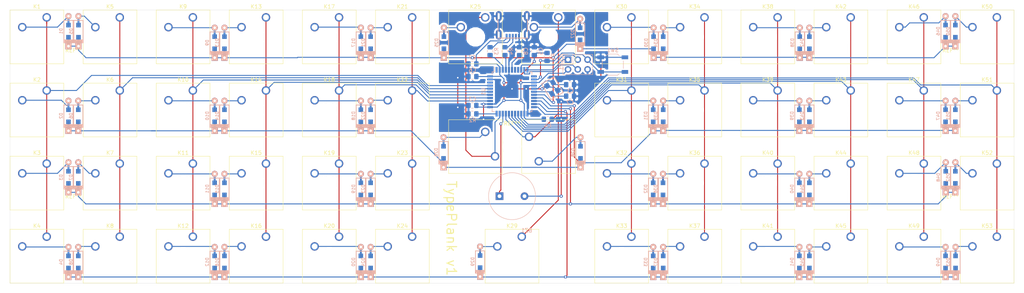
<source format=kicad_pcb>
(kicad_pcb (version 20171130) (host pcbnew 6.0.0-rc1-unknown-02a5596~84~ubuntu18.04.1)

  (general
    (thickness 1.6)
    (drawings 5)
    (tracks 566)
    (zones 0)
    (modules 129)
    (nets 93)
  )

  (page A4)
  (layers
    (0 F.Cu signal)
    (31 B.Cu signal)
    (32 B.Adhes user)
    (33 F.Adhes user)
    (34 B.Paste user)
    (35 F.Paste user)
    (36 B.SilkS user)
    (37 F.SilkS user)
    (38 B.Mask user)
    (39 F.Mask user)
    (40 Dwgs.User user)
    (41 Cmts.User user)
    (42 Eco1.User user)
    (43 Eco2.User user)
    (44 Edge.Cuts user)
    (45 Margin user)
    (46 B.CrtYd user)
    (47 F.CrtYd user)
    (48 B.Fab user hide)
    (49 F.Fab user hide)
  )

  (setup
    (last_trace_width 0.25)
    (trace_clearance 0.2)
    (zone_clearance 0.508)
    (zone_45_only no)
    (trace_min 0.2)
    (via_size 0.8)
    (via_drill 0.4)
    (via_min_size 0.4)
    (via_min_drill 0.3)
    (uvia_size 0.3)
    (uvia_drill 0.1)
    (uvias_allowed no)
    (uvia_min_size 0.2)
    (uvia_min_drill 0.1)
    (edge_width 0.05)
    (segment_width 0.2)
    (pcb_text_width 0.3)
    (pcb_text_size 1.5 1.5)
    (mod_edge_width 0.12)
    (mod_text_size 1 1)
    (mod_text_width 0.15)
    (pad_size 4 4)
    (pad_drill 4)
    (pad_to_mask_clearance 0.051)
    (solder_mask_min_width 0.25)
    (aux_axis_origin 0 0)
    (visible_elements FFFFFFFF)
    (pcbplotparams
      (layerselection 0x010fc_ffffffff)
      (usegerberextensions false)
      (usegerberattributes false)
      (usegerberadvancedattributes false)
      (creategerberjobfile false)
      (excludeedgelayer true)
      (linewidth 0.100000)
      (plotframeref false)
      (viasonmask false)
      (mode 1)
      (useauxorigin false)
      (hpglpennumber 1)
      (hpglpenspeed 20)
      (hpglpendiameter 15.000000)
      (psnegative false)
      (psa4output false)
      (plotreference true)
      (plotvalue true)
      (plotinvisibletext false)
      (padsonsilk false)
      (subtractmaskfromsilk false)
      (outputformat 1)
      (mirror false)
      (drillshape 0)
      (scaleselection 1)
      (outputdirectory "gerber/"))
  )

  (net 0 "")
  (net 1 "Net-(C1-Pad1)")
  (net 2 GND)
  (net 3 "Net-(C2-Pad1)")
  (net 4 VCC)
  (net 5 "Net-(C8-Pad1)")
  (net 6 "Net-(D1-Pad2)")
  (net 7 /row0)
  (net 8 "Net-(D2-Pad2)")
  (net 9 /row1)
  (net 10 "Net-(D3-Pad2)")
  (net 11 /row2)
  (net 12 "Net-(D4-Pad2)")
  (net 13 /row3)
  (net 14 "Net-(D5-Pad2)")
  (net 15 "Net-(D6-Pad2)")
  (net 16 "Net-(D7-Pad2)")
  (net 17 "Net-(D8-Pad2)")
  (net 18 "Net-(D9-Pad2)")
  (net 19 "Net-(D10-Pad2)")
  (net 20 "Net-(D11-Pad2)")
  (net 21 "Net-(D12-Pad2)")
  (net 22 "Net-(D13-Pad2)")
  (net 23 "Net-(D14-Pad2)")
  (net 24 "Net-(D15-Pad2)")
  (net 25 "Net-(D16-Pad2)")
  (net 26 "Net-(D17-Pad2)")
  (net 27 "Net-(D18-Pad2)")
  (net 28 "Net-(D19-Pad2)")
  (net 29 "Net-(D20-Pad2)")
  (net 30 "Net-(D21-Pad2)")
  (net 31 "Net-(D22-Pad2)")
  (net 32 "Net-(D23-Pad2)")
  (net 33 "Net-(D24-Pad2)")
  (net 34 "Net-(D25-Pad2)")
  (net 35 "Net-(D26-Pad2)")
  (net 36 "Net-(D27-Pad2)")
  (net 37 "Net-(D28-Pad2)")
  (net 38 "Net-(D29-Pad2)")
  (net 39 "Net-(D30-Pad2)")
  (net 40 "Net-(D31-Pad2)")
  (net 41 "Net-(D32-Pad2)")
  (net 42 "Net-(D33-Pad2)")
  (net 43 "Net-(D34-Pad2)")
  (net 44 "Net-(D35-Pad2)")
  (net 45 "Net-(D36-Pad2)")
  (net 46 "Net-(D37-Pad2)")
  (net 47 "Net-(D38-Pad2)")
  (net 48 "Net-(D39-Pad2)")
  (net 49 "Net-(D40-Pad2)")
  (net 50 "Net-(D41-Pad2)")
  (net 51 "Net-(D42-Pad2)")
  (net 52 "Net-(D43-Pad2)")
  (net 53 "Net-(D44-Pad2)")
  (net 54 "Net-(D45-Pad2)")
  (net 55 "Net-(D46-Pad2)")
  (net 56 "Net-(D47-Pad2)")
  (net 57 "Net-(D48-Pad2)")
  (net 58 "Net-(D49-Pad2)")
  (net 59 "Net-(D50-Pad2)")
  (net 60 "Net-(D51-Pad2)")
  (net 61 "Net-(D52-Pad2)")
  (net 62 "Net-(D53-Pad2)")
  (net 63 "Net-(J1-Pad2)")
  (net 64 "Net-(J1-Pad3)")
  (net 65 "Net-(J1-Pad4)")
  (net 66 /col0)
  (net 67 /col1)
  (net 68 /col2)
  (net 69 /col3)
  (net 70 /col4)
  (net 71 /col5)
  (net 72 /col6)
  (net 73 /col7)
  (net 74 /col8)
  (net 75 /col9)
  (net 76 /col10)
  (net 77 /col11)
  (net 78 /col12)
  (net 79 /col13)
  (net 80 "Net-(R2-Pad2)")
  (net 81 "Net-(R3-Pad1)")
  (net 82 "Net-(R4-Pad1)")
  (net 83 "Net-(U1-Pad1)")
  (net 84 "Net-(U1-Pad7)")
  (net 85 "Net-(U1-Pad8)")
  (net 86 "Net-(U1-Pad12)")
  (net 87 "Net-(U1-Pad42)")
  (net 88 /BZ)
  (net 89 /RESET)
  (net 90 /MOSI)
  (net 91 /SCK)
  (net 92 /MISO)

  (net_class Default "This is the default net class."
    (clearance 0.2)
    (trace_width 0.25)
    (via_dia 0.8)
    (via_drill 0.4)
    (uvia_dia 0.3)
    (uvia_drill 0.1)
    (add_net /BZ)
    (add_net /MISO)
    (add_net /MOSI)
    (add_net /RESET)
    (add_net /SCK)
    (add_net /col0)
    (add_net /col1)
    (add_net /col10)
    (add_net /col11)
    (add_net /col12)
    (add_net /col13)
    (add_net /col2)
    (add_net /col3)
    (add_net /col4)
    (add_net /col5)
    (add_net /col6)
    (add_net /col7)
    (add_net /col8)
    (add_net /col9)
    (add_net /row0)
    (add_net /row1)
    (add_net /row2)
    (add_net /row3)
    (add_net GND)
    (add_net "Net-(C1-Pad1)")
    (add_net "Net-(C2-Pad1)")
    (add_net "Net-(C8-Pad1)")
    (add_net "Net-(D1-Pad2)")
    (add_net "Net-(D10-Pad2)")
    (add_net "Net-(D11-Pad2)")
    (add_net "Net-(D12-Pad2)")
    (add_net "Net-(D13-Pad2)")
    (add_net "Net-(D14-Pad2)")
    (add_net "Net-(D15-Pad2)")
    (add_net "Net-(D16-Pad2)")
    (add_net "Net-(D17-Pad2)")
    (add_net "Net-(D18-Pad2)")
    (add_net "Net-(D19-Pad2)")
    (add_net "Net-(D2-Pad2)")
    (add_net "Net-(D20-Pad2)")
    (add_net "Net-(D21-Pad2)")
    (add_net "Net-(D22-Pad2)")
    (add_net "Net-(D23-Pad2)")
    (add_net "Net-(D24-Pad2)")
    (add_net "Net-(D25-Pad2)")
    (add_net "Net-(D26-Pad2)")
    (add_net "Net-(D27-Pad2)")
    (add_net "Net-(D28-Pad2)")
    (add_net "Net-(D29-Pad2)")
    (add_net "Net-(D3-Pad2)")
    (add_net "Net-(D30-Pad2)")
    (add_net "Net-(D31-Pad2)")
    (add_net "Net-(D32-Pad2)")
    (add_net "Net-(D33-Pad2)")
    (add_net "Net-(D34-Pad2)")
    (add_net "Net-(D35-Pad2)")
    (add_net "Net-(D36-Pad2)")
    (add_net "Net-(D37-Pad2)")
    (add_net "Net-(D38-Pad2)")
    (add_net "Net-(D39-Pad2)")
    (add_net "Net-(D4-Pad2)")
    (add_net "Net-(D40-Pad2)")
    (add_net "Net-(D41-Pad2)")
    (add_net "Net-(D42-Pad2)")
    (add_net "Net-(D43-Pad2)")
    (add_net "Net-(D44-Pad2)")
    (add_net "Net-(D45-Pad2)")
    (add_net "Net-(D46-Pad2)")
    (add_net "Net-(D47-Pad2)")
    (add_net "Net-(D48-Pad2)")
    (add_net "Net-(D49-Pad2)")
    (add_net "Net-(D5-Pad2)")
    (add_net "Net-(D50-Pad2)")
    (add_net "Net-(D51-Pad2)")
    (add_net "Net-(D52-Pad2)")
    (add_net "Net-(D53-Pad2)")
    (add_net "Net-(D6-Pad2)")
    (add_net "Net-(D7-Pad2)")
    (add_net "Net-(D8-Pad2)")
    (add_net "Net-(D9-Pad2)")
    (add_net "Net-(J1-Pad2)")
    (add_net "Net-(J1-Pad3)")
    (add_net "Net-(J1-Pad4)")
    (add_net "Net-(R2-Pad2)")
    (add_net "Net-(R3-Pad1)")
    (add_net "Net-(R4-Pad1)")
    (add_net "Net-(U1-Pad1)")
    (add_net "Net-(U1-Pad12)")
    (add_net "Net-(U1-Pad42)")
    (add_net "Net-(U1-Pad7)")
    (add_net "Net-(U1-Pad8)")
    (add_net VCC)
  )

  (module TypePlanck:Buzzer_12x5.4RM6.5 (layer B.Cu) (tedit 5C2403E9) (tstamp 5BDB93AF)
    (at 0 12.9)
    (descr "Generic Buzzer, D12mm height 5.4mm with RM6.5mm")
    (tags buzzer)
    (path /5BE3FD85)
    (fp_text reference BZ1 (at 3.81 8.89) (layer B.SilkS)
      (effects (font (size 1 1) (thickness 0.15)) (justify mirror))
    )
    (fp_text value Buzzer (at 3.81 -8.89) (layer B.Fab)
      (effects (font (size 1 1) (thickness 0.15)) (justify mirror))
    )
    (fp_text user + (at -0.01 2.54) (layer B.Fab)
      (effects (font (size 1 1) (thickness 0.15)) (justify mirror))
    )
    (fp_text user %R (at 3.8 4) (layer B.Fab)
      (effects (font (size 1 1) (thickness 0.15)) (justify mirror))
    )
    (fp_circle (center 0 0) (end 6.25 0) (layer B.CrtYd) (width 0.05))
    (fp_circle (center 0 0) (end 6 0) (layer B.Fab) (width 0.1))
    (fp_circle (center 3.25 0) (end 4.25 0) (layer B.Fab) (width 0.1))
    (fp_circle (center 0 0) (end 6.1 0) (layer B.SilkS) (width 0.12))
    (pad 1 thru_hole rect (at -3.25 0) (size 2 2) (drill 1) (layers *.Cu *.Mask)
      (net 88 /BZ))
    (pad 2 thru_hole circle (at 3.25 0) (size 2 2) (drill 1) (layers *.Cu *.Mask)
      (net 2 GND))
    (model ${KISYS3DMOD}/Buzzer_Beeper.3dshapes/Buzzer_12x9.5RM7.6.wrl
      (at (xyz 0 0 0))
      (scale (xyz 1 1 1))
      (rotate (xyz 0 0 0))
    )
  )

  (module TypePlanck:MountingHole_5mm (layer F.Cu) (tedit 5C23FCB3) (tstamp 5BDB3CDB)
    (at 114 19)
    (descr "Mounting Hole 5mm, no annular")
    (tags "mounting hole 5mm no annular")
    (attr virtual)
    (fp_text reference REF** (at 0 -6) (layer F.SilkS)
      (effects (font (size 1 1) (thickness 0.15)))
    )
    (fp_text value MountingHole_5mm (at 0 6) (layer F.Fab)
      (effects (font (size 1 1) (thickness 0.15)))
    )
    (fp_circle (center 0 0) (end 3.25 0) (layer F.CrtYd) (width 0.05))
    (fp_circle (center 0 0) (end 3 0) (layer Cmts.User) (width 0.15))
    (fp_text user %R (at 0.3 0) (layer F.Fab)
      (effects (font (size 1 1) (thickness 0.15)))
    )
    (pad 1 np_thru_hole circle (at 0 0) (size 5 5) (drill 5) (layers *.Cu *.Mask))
  )

  (module TypePlanck:MountingHole_5mm (layer F.Cu) (tedit 5C23FCB3) (tstamp 5BDB4437)
    (at 114 -19)
    (descr "Mounting Hole 5mm, no annular")
    (tags "mounting hole 5mm no annular")
    (attr virtual)
    (fp_text reference REF** (at 0 -6) (layer F.SilkS)
      (effects (font (size 1 1) (thickness 0.15)))
    )
    (fp_text value MountingHole_5mm (at 0 6) (layer F.Fab)
      (effects (font (size 1 1) (thickness 0.15)))
    )
    (fp_circle (center 0 0) (end 3.25 0) (layer F.CrtYd) (width 0.05))
    (fp_circle (center 0 0) (end 3 0) (layer Cmts.User) (width 0.15))
    (fp_text user %R (at 0.3 0) (layer F.Fab)
      (effects (font (size 1 1) (thickness 0.15)))
    )
    (pad 1 np_thru_hole circle (at 0 0) (size 5 5) (drill 5) (layers *.Cu *.Mask))
  )

  (module TypePlanck:MountingHole_5mm (layer F.Cu) (tedit 5C23FCB3) (tstamp 5BDB44AA)
    (at 0 0)
    (descr "Mounting Hole 5mm, no annular")
    (tags "mounting hole 5mm no annular")
    (attr virtual)
    (fp_text reference REF** (at 0 -6) (layer F.SilkS)
      (effects (font (size 1 1) (thickness 0.15)))
    )
    (fp_text value MountingHole_5mm (at 0 6) (layer F.Fab)
      (effects (font (size 1 1) (thickness 0.15)))
    )
    (fp_circle (center 0 0) (end 3.25 0) (layer F.CrtYd) (width 0.05))
    (fp_circle (center 0 0) (end 3 0) (layer Cmts.User) (width 0.15))
    (fp_text user %R (at 0.3 0) (layer F.Fab)
      (effects (font (size 1 1) (thickness 0.15)))
    )
    (pad 1 np_thru_hole circle (at 0 0) (size 5 5) (drill 5) (layers *.Cu *.Mask))
  )

  (module TypePlanck:MountingHole_5mm (layer F.Cu) (tedit 5C23FCB3) (tstamp 5BDB462A)
    (at -114 -19)
    (descr "Mounting Hole 5mm, no annular")
    (tags "mounting hole 5mm no annular")
    (attr virtual)
    (fp_text reference REF** (at 0 -6) (layer F.SilkS)
      (effects (font (size 1 1) (thickness 0.15)))
    )
    (fp_text value MountingHole_5mm (at 0 6) (layer F.Fab)
      (effects (font (size 1 1) (thickness 0.15)))
    )
    (fp_circle (center 0 0) (end 3.25 0) (layer F.CrtYd) (width 0.05))
    (fp_circle (center 0 0) (end 3 0) (layer Cmts.User) (width 0.15))
    (fp_text user %R (at 0.3 0) (layer F.Fab)
      (effects (font (size 1 1) (thickness 0.15)))
    )
    (pad 1 np_thru_hole circle (at 0 0) (size 5 5) (drill 5) (layers *.Cu *.Mask))
  )

  (module TypePlanck:MountingHole_5mm (layer F.Cu) (tedit 5C23FCB3) (tstamp 5BDB480A)
    (at -114 19)
    (descr "Mounting Hole 5mm, no annular")
    (tags "mounting hole 5mm no annular")
    (attr virtual)
    (fp_text reference REF** (at 0 -6) (layer F.SilkS)
      (effects (font (size 1 1) (thickness 0.15)))
    )
    (fp_text value MountingHole_5mm (at 0 6) (layer F.Fab)
      (effects (font (size 1 1) (thickness 0.15)))
    )
    (fp_circle (center 0 0) (end 3.25 0) (layer F.CrtYd) (width 0.05))
    (fp_circle (center 0 0) (end 3 0) (layer Cmts.User) (width 0.15))
    (fp_text user %R (at 0.3 0) (layer F.Fab)
      (effects (font (size 1 1) (thickness 0.15)))
    )
    (pad 1 np_thru_hole circle (at 0 0) (size 5 5) (drill 5) (layers *.Cu *.Mask))
  )

  (module TypePlanck:USB_miniB (layer B.Cu) (tedit 5C23F865) (tstamp 5BD6D7DB)
    (at 0.2 -28.6)
    (descr "USB miniB Korean Hroparts Elec U-M-M5DD-W-1 ")
    (tags "USB miniB hirose through hole Korean Hroparts Elec U-M-M5DD-W-1 ")
    (path /5BD9A6B9)
    (fp_text reference USB (at 0 -2.45) (layer B.SilkS) hide
      (effects (font (size 0.8128 0.8128) (thickness 0.2032)) (justify mirror))
    )
    (fp_text value USB_mini_micro_B (at 0 -7.95) (layer Dwgs.User) hide
      (effects (font (size 1.524 1.524) (thickness 0.3048)))
    )
    (fp_line (start -3.85 -6.6) (end 3.85 -6.6) (layer Dwgs.User) (width 0.2))
    (fp_text user "PCB edge" (at -0.05 -5.35) (layer Dwgs.User) hide
      (effects (font (size 0.5 0.5) (thickness 0.125)))
    )
    (fp_line (start 3.85 -6.6) (end 3.85 -5.7) (layer Dwgs.User) (width 0.2))
    (fp_line (start -3.85 -6.6) (end -3.85 -5.7) (layer Dwgs.User) (width 0.2))
    (fp_line (start -1 -6.1) (end 1 -6.1) (layer Dwgs.User) (width 0.2))
    (fp_line (start -3.85 0.4) (end 3.85 0.4) (layer B.SilkS) (width 0.2))
    (fp_line (start -3.85 0.4) (end -3.85 -6.1) (layer B.SilkS) (width 0.2))
    (fp_line (start 3.85 0.4) (end 3.85 -6.1) (layer B.SilkS) (width 0.2))
    (pad 6 thru_hole oval (at 3.65 -5.3) (size 1.5 2.6) (drill oval 0.5 1.6) (layers *.Cu *.Mask B.Paste)
      (net 2 GND))
    (pad 6 thru_hole oval (at 3.65 -0.5) (size 1.5 2.6) (drill oval 0.5 1.6) (layers *.Cu *.Mask B.Paste)
      (net 2 GND))
    (pad 6 thru_hole oval (at -3.65 -5.3) (size 1.5 2.6) (drill oval 0.5 1.6) (layers *.Cu *.Mask B.Paste)
      (net 2 GND))
    (pad 6 thru_hole oval (at -3.65 -0.5) (size 1.5 2.6) (drill oval 0.5 1.6) (layers *.Cu *.Mask B.Paste)
      (net 2 GND))
    (pad 5 smd rect (at 1.6 0) (size 0.5 1.4) (layers B.Cu B.Paste B.Mask)
      (net 2 GND))
    (pad 4 smd rect (at 0.8 0) (size 0.5 1.4) (layers B.Cu B.Paste B.Mask)
      (net 65 "Net-(J1-Pad4)"))
    (pad 3 smd rect (at 0 0) (size 0.5 1.4) (layers B.Cu B.Paste B.Mask)
      (net 64 "Net-(J1-Pad3)"))
    (pad 2 smd rect (at -0.8 0) (size 0.5 1.4) (layers B.Cu B.Paste B.Mask)
      (net 63 "Net-(J1-Pad2)"))
    (pad 1 smd rect (at -1.6 0) (size 0.5 1.4) (layers B.Cu B.Paste B.Mask)
      (net 4 VCC))
  )

  (module Connector_PinHeader_2.54mm:PinHeader_2x03_P2.54mm_Vertical (layer B.Cu) (tedit 59FED5CC) (tstamp 5C1B30D2)
    (at 14.56 -22.6 270)
    (descr "Through hole straight pin header, 2x03, 2.54mm pitch, double rows")
    (tags "Through hole pin header THT 2x03 2.54mm double row")
    (path /5C1C6DA2)
    (fp_text reference ICSP1 (at 0.635 1.695 270) (layer B.SilkS)
      (effects (font (size 1 1) (thickness 0.15)) (justify mirror))
    )
    (fp_text value Conn_02x03_Odd_Even (at 0.635 -4.235 270) (layer B.Fab)
      (effects (font (size 1 1) (thickness 0.15)) (justify mirror))
    )
    (fp_text user %R (at 0.635 -1.27 180) (layer B.Fab)
      (effects (font (size 1 1) (thickness 0.15)) (justify mirror))
    )
    (fp_line (start 4.35 1.8) (end -1.8 1.8) (layer B.CrtYd) (width 0.05))
    (fp_line (start 4.35 -6.85) (end 4.35 1.8) (layer B.CrtYd) (width 0.05))
    (fp_line (start -1.8 -6.85) (end 4.35 -6.85) (layer B.CrtYd) (width 0.05))
    (fp_line (start -1.8 1.8) (end -1.8 -6.85) (layer B.CrtYd) (width 0.05))
    (fp_line (start -1.33 1.33) (end 0 1.33) (layer B.SilkS) (width 0.12))
    (fp_line (start -1.33 0) (end -1.33 1.33) (layer B.SilkS) (width 0.12))
    (fp_line (start 1.27 1.33) (end 3.87 1.33) (layer B.SilkS) (width 0.12))
    (fp_line (start 1.27 -1.27) (end 1.27 1.33) (layer B.SilkS) (width 0.12))
    (fp_line (start -1.33 -1.27) (end 1.27 -1.27) (layer B.SilkS) (width 0.12))
    (fp_line (start 3.87 1.33) (end 3.87 -6.41) (layer B.SilkS) (width 0.12))
    (fp_line (start -1.33 -1.27) (end -1.33 -6.41) (layer B.SilkS) (width 0.12))
    (fp_line (start -1.33 -6.41) (end 3.87 -6.41) (layer B.SilkS) (width 0.12))
    (fp_line (start -1.27 0) (end 0 1.27) (layer B.Fab) (width 0.1))
    (fp_line (start -1.27 -6.35) (end -1.27 0) (layer B.Fab) (width 0.1))
    (fp_line (start 3.81 -6.35) (end -1.27 -6.35) (layer B.Fab) (width 0.1))
    (fp_line (start 3.81 1.27) (end 3.81 -6.35) (layer B.Fab) (width 0.1))
    (fp_line (start 0 1.27) (end 3.81 1.27) (layer B.Fab) (width 0.1))
    (pad 6 thru_hole oval (at 2.54 -5.08 270) (size 1.7 1.7) (drill 1) (layers *.Cu *.Mask)
      (net 2 GND))
    (pad 5 thru_hole oval (at 0 -5.08 270) (size 1.7 1.7) (drill 1) (layers *.Cu *.Mask)
      (net 89 /RESET))
    (pad 4 thru_hole oval (at 2.54 -2.54 270) (size 1.7 1.7) (drill 1) (layers *.Cu *.Mask)
      (net 90 /MOSI))
    (pad 3 thru_hole oval (at 0 -2.54 270) (size 1.7 1.7) (drill 1) (layers *.Cu *.Mask)
      (net 91 /SCK))
    (pad 2 thru_hole oval (at 2.54 0 270) (size 1.7 1.7) (drill 1) (layers *.Cu *.Mask)
      (net 4 VCC))
    (pad 1 thru_hole rect (at 0 0 270) (size 1.7 1.7) (drill 1) (layers *.Cu *.Mask)
      (net 92 /MISO))
    (model ${KISYS3DMOD}/Connector_PinHeader_2.54mm.3dshapes/PinHeader_2x03_P2.54mm_Vertical.wrl
      (at (xyz 0 0 0))
      (scale (xyz 1 1 1))
      (rotate (xyz 0 0 0))
    )
  )

  (module Button_Switch_Keyboard:SW_Cherry_MX1A_2.00u_Plate locked (layer F.Cu) (tedit 5A02FE24) (tstamp 5BD6D514)
    (at 4.42 -2.54 90)
    (descr "Cherry MX keyswitch, MX1A, 2.00u, plate mount, http://cherryamericas.com/wp-content/uploads/2014/12/mx_cat.pdf")
    (tags "cherry mx keyswitch MX1A 2.00u plate")
    (path /5BE7475A)
    (fp_text reference K28 (at -2.54 -2.794 90) (layer F.SilkS)
      (effects (font (size 1 1) (thickness 0.15)))
    )
    (fp_text value KEYSW (at -2.54 12.954 90) (layer F.Fab)
      (effects (font (size 1 1) (thickness 0.15)))
    )
    (fp_line (start -9.525 12.065) (end -9.525 -1.905) (layer F.SilkS) (width 0.12))
    (fp_line (start 4.445 12.065) (end -9.525 12.065) (layer F.SilkS) (width 0.12))
    (fp_line (start 4.445 -1.905) (end 4.445 12.065) (layer F.SilkS) (width 0.12))
    (fp_line (start -9.525 -1.905) (end 4.445 -1.905) (layer F.SilkS) (width 0.12))
    (fp_line (start -21.59 14.605) (end -21.59 -4.445) (layer Dwgs.User) (width 0.15))
    (fp_line (start 16.51 14.605) (end -21.59 14.605) (layer Dwgs.User) (width 0.15))
    (fp_line (start 16.51 -4.445) (end 16.51 14.605) (layer Dwgs.User) (width 0.15))
    (fp_line (start -21.59 -4.445) (end 16.51 -4.445) (layer Dwgs.User) (width 0.15))
    (fp_line (start -9.14 -1.52) (end 4.06 -1.52) (layer F.CrtYd) (width 0.05))
    (fp_line (start 4.06 -1.52) (end 4.06 11.68) (layer F.CrtYd) (width 0.05))
    (fp_line (start 4.06 11.68) (end -9.14 11.68) (layer F.CrtYd) (width 0.05))
    (fp_line (start -9.14 11.68) (end -9.14 -1.52) (layer F.CrtYd) (width 0.05))
    (fp_line (start -8.89 11.43) (end -8.89 -1.27) (layer F.Fab) (width 0.15))
    (fp_line (start 3.81 11.43) (end -8.89 11.43) (layer F.Fab) (width 0.15))
    (fp_line (start 3.81 -1.27) (end 3.81 11.43) (layer F.Fab) (width 0.15))
    (fp_line (start -8.89 -1.27) (end 3.81 -1.27) (layer F.Fab) (width 0.15))
    (fp_text user %R (at -2.54 -2.794 90) (layer F.Fab)
      (effects (font (size 1 1) (thickness 0.15)))
    )
    (pad "" np_thru_hole circle (at -2.54 5.08 90) (size 4 4) (drill 4) (layers *.Cu *.Mask))
    (pad 2 thru_hole circle (at -6.35 2.54 90) (size 2.2 2.2) (drill 1.5) (layers *.Cu *.Mask)
      (net 37 "Net-(D28-Pad2)"))
    (pad 1 thru_hole circle (at 0 0 90) (size 2.2 2.2) (drill 1.5) (layers *.Cu *.Mask)
      (net 73 /col7))
    (model ${KISYS3DMOD}/Button_Switch_Keyboard.3dshapes/SW_Cherry_MX1A_2.00u_Plate.wrl
      (at (xyz 0 0 0))
      (scale (xyz 1 1 1))
      (rotate (xyz 0 0 0))
    )
  )

  (module Button_Switch_Keyboard:SW_Cherry_MX1A_2.00u_Plate locked (layer F.Cu) (tedit 5A02FE24) (tstamp 5BD6D59E)
    (at -4.42 2.54 270)
    (descr "Cherry MX keyswitch, MX1A, 2.00u, plate mount, http://cherryamericas.com/wp-content/uploads/2014/12/mx_cat.pdf")
    (tags "cherry mx keyswitch MX1A 2.00u plate")
    (path /5BE74716)
    (fp_text reference K26 (at -2.54 -2.794 270) (layer F.SilkS)
      (effects (font (size 1 1) (thickness 0.15)))
    )
    (fp_text value KEYSW (at -2.54 12.954 270) (layer F.Fab)
      (effects (font (size 1 1) (thickness 0.15)))
    )
    (fp_line (start -9.525 12.065) (end -9.525 -1.905) (layer F.SilkS) (width 0.12))
    (fp_line (start 4.445 12.065) (end -9.525 12.065) (layer F.SilkS) (width 0.12))
    (fp_line (start 4.445 -1.905) (end 4.445 12.065) (layer F.SilkS) (width 0.12))
    (fp_line (start -9.525 -1.905) (end 4.445 -1.905) (layer F.SilkS) (width 0.12))
    (fp_line (start -21.59 14.605) (end -21.59 -4.445) (layer Dwgs.User) (width 0.15))
    (fp_line (start 16.51 14.605) (end -21.59 14.605) (layer Dwgs.User) (width 0.15))
    (fp_line (start 16.51 -4.445) (end 16.51 14.605) (layer Dwgs.User) (width 0.15))
    (fp_line (start -21.59 -4.445) (end 16.51 -4.445) (layer Dwgs.User) (width 0.15))
    (fp_line (start -9.14 -1.52) (end 4.06 -1.52) (layer F.CrtYd) (width 0.05))
    (fp_line (start 4.06 -1.52) (end 4.06 11.68) (layer F.CrtYd) (width 0.05))
    (fp_line (start 4.06 11.68) (end -9.14 11.68) (layer F.CrtYd) (width 0.05))
    (fp_line (start -9.14 11.68) (end -9.14 -1.52) (layer F.CrtYd) (width 0.05))
    (fp_line (start -8.89 11.43) (end -8.89 -1.27) (layer F.Fab) (width 0.15))
    (fp_line (start 3.81 11.43) (end -8.89 11.43) (layer F.Fab) (width 0.15))
    (fp_line (start 3.81 -1.27) (end 3.81 11.43) (layer F.Fab) (width 0.15))
    (fp_line (start -8.89 -1.27) (end 3.81 -1.27) (layer F.Fab) (width 0.15))
    (fp_text user %R (at -2.54 -2.794 270) (layer F.Fab)
      (effects (font (size 1 1) (thickness 0.15)))
    )
    (pad "" np_thru_hole circle (at -2.54 5.08 270) (size 4 4) (drill 4) (layers *.Cu *.Mask))
    (pad 2 thru_hole circle (at -6.35 2.54 270) (size 2.2 2.2) (drill 1.5) (layers *.Cu *.Mask)
      (net 35 "Net-(D26-Pad2)"))
    (pad 1 thru_hole circle (at 0 0 270) (size 2.2 2.2) (drill 1.5) (layers *.Cu *.Mask)
      (net 72 /col6))
    (model ${KISYS3DMOD}/Button_Switch_Keyboard.3dshapes/SW_Cherry_MX1A_2.00u_Plate.wrl
      (at (xyz 0 0 0))
      (scale (xyz 1 1 1))
      (rotate (xyz 0 0 0))
    )
  )

  (module Button_Switch_Keyboard:SW_Cherry_MX1A_1.00u_Plate (layer F.Cu) (tedit 5A02FE24) (tstamp 5BD6D559)
    (at 12.04 -33.58)
    (descr "Cherry MX keyswitch, MX1A, 1.00u, plate mount, http://cherryamericas.com/wp-content/uploads/2014/12/mx_cat.pdf")
    (tags "cherry mx keyswitch MX1A 1.00u plate")
    (path /5BE74749)
    (fp_text reference K27 (at -2.54 -2.794) (layer F.SilkS)
      (effects (font (size 1 1) (thickness 0.15)))
    )
    (fp_text value KEYSW (at -2.54 12.954) (layer F.Fab)
      (effects (font (size 1 1) (thickness 0.15)))
    )
    (fp_line (start -9.525 12.065) (end -9.525 -1.905) (layer F.SilkS) (width 0.12))
    (fp_line (start 4.445 12.065) (end -9.525 12.065) (layer F.SilkS) (width 0.12))
    (fp_line (start 4.445 -1.905) (end 4.445 12.065) (layer F.SilkS) (width 0.12))
    (fp_line (start -9.525 -1.905) (end 4.445 -1.905) (layer F.SilkS) (width 0.12))
    (fp_line (start -12.065 14.605) (end -12.065 -4.445) (layer Dwgs.User) (width 0.15))
    (fp_line (start 6.985 14.605) (end -12.065 14.605) (layer Dwgs.User) (width 0.15))
    (fp_line (start 6.985 -4.445) (end 6.985 14.605) (layer Dwgs.User) (width 0.15))
    (fp_line (start -12.065 -4.445) (end 6.985 -4.445) (layer Dwgs.User) (width 0.15))
    (fp_line (start -9.14 -1.52) (end 4.06 -1.52) (layer F.CrtYd) (width 0.05))
    (fp_line (start 4.06 -1.52) (end 4.06 11.68) (layer F.CrtYd) (width 0.05))
    (fp_line (start 4.06 11.68) (end -9.14 11.68) (layer F.CrtYd) (width 0.05))
    (fp_line (start -9.14 11.68) (end -9.14 -1.52) (layer F.CrtYd) (width 0.05))
    (fp_line (start -8.89 11.43) (end -8.89 -1.27) (layer F.Fab) (width 0.15))
    (fp_line (start 3.81 11.43) (end -8.89 11.43) (layer F.Fab) (width 0.15))
    (fp_line (start 3.81 -1.27) (end 3.81 11.43) (layer F.Fab) (width 0.15))
    (fp_line (start -8.89 -1.27) (end 3.81 -1.27) (layer F.Fab) (width 0.15))
    (fp_text user %R (at -2.54 -2.794) (layer F.Fab)
      (effects (font (size 1 1) (thickness 0.15)))
    )
    (pad "" np_thru_hole circle (at -2.54 5.08) (size 4 4) (drill 4) (layers *.Cu *.Mask))
    (pad 2 thru_hole circle (at -6.35 2.54) (size 2.2 2.2) (drill 1.5) (layers *.Cu *.Mask)
      (net 36 "Net-(D27-Pad2)"))
    (pad 1 thru_hole circle (at 0 0) (size 2.2 2.2) (drill 1.5) (layers *.Cu *.Mask)
      (net 73 /col7))
    (model ${KISYS3DMOD}/Button_Switch_Keyboard.3dshapes/SW_Cherry_MX1A_1.00u_Plate.wrl
      (at (xyz 0 0 0))
      (scale (xyz 1 1 1))
      (rotate (xyz 0 0 0))
    )
  )

  (module Button_Switch_Keyboard:SW_Cherry_MX1A_1.00u_Plate (layer F.Cu) (tedit 5A02FE24) (tstamp 5BD6D0BB)
    (at -82.96 23.42)
    (descr "Cherry MX keyswitch, MX1A, 1.00u, plate mount, http://cherryamericas.com/wp-content/uploads/2014/12/mx_cat.pdf")
    (tags "cherry mx keyswitch MX1A 1.00u plate")
    (path /5BE57C93)
    (fp_text reference K12 (at -2.54 -2.794) (layer F.SilkS)
      (effects (font (size 1 1) (thickness 0.15)))
    )
    (fp_text value KEYSW (at -2.54 12.954) (layer F.Fab)
      (effects (font (size 1 1) (thickness 0.15)))
    )
    (fp_line (start -9.525 12.065) (end -9.525 -1.905) (layer F.SilkS) (width 0.12))
    (fp_line (start 4.445 12.065) (end -9.525 12.065) (layer F.SilkS) (width 0.12))
    (fp_line (start 4.445 -1.905) (end 4.445 12.065) (layer F.SilkS) (width 0.12))
    (fp_line (start -9.525 -1.905) (end 4.445 -1.905) (layer F.SilkS) (width 0.12))
    (fp_line (start -12.065 14.605) (end -12.065 -4.445) (layer Dwgs.User) (width 0.15))
    (fp_line (start 6.985 14.605) (end -12.065 14.605) (layer Dwgs.User) (width 0.15))
    (fp_line (start 6.985 -4.445) (end 6.985 14.605) (layer Dwgs.User) (width 0.15))
    (fp_line (start -12.065 -4.445) (end 6.985 -4.445) (layer Dwgs.User) (width 0.15))
    (fp_line (start -9.14 -1.52) (end 4.06 -1.52) (layer F.CrtYd) (width 0.05))
    (fp_line (start 4.06 -1.52) (end 4.06 11.68) (layer F.CrtYd) (width 0.05))
    (fp_line (start 4.06 11.68) (end -9.14 11.68) (layer F.CrtYd) (width 0.05))
    (fp_line (start -9.14 11.68) (end -9.14 -1.52) (layer F.CrtYd) (width 0.05))
    (fp_line (start -8.89 11.43) (end -8.89 -1.27) (layer F.Fab) (width 0.15))
    (fp_line (start 3.81 11.43) (end -8.89 11.43) (layer F.Fab) (width 0.15))
    (fp_line (start 3.81 -1.27) (end 3.81 11.43) (layer F.Fab) (width 0.15))
    (fp_line (start -8.89 -1.27) (end 3.81 -1.27) (layer F.Fab) (width 0.15))
    (fp_text user %R (at -2.54 -2.794) (layer F.Fab)
      (effects (font (size 1 1) (thickness 0.15)))
    )
    (pad "" np_thru_hole circle (at -2.54 5.08) (size 4 4) (drill 4) (layers *.Cu *.Mask))
    (pad 2 thru_hole circle (at -6.35 2.54) (size 2.2 2.2) (drill 1.5) (layers *.Cu *.Mask)
      (net 21 "Net-(D12-Pad2)"))
    (pad 1 thru_hole circle (at 0 0) (size 2.2 2.2) (drill 1.5) (layers *.Cu *.Mask)
      (net 68 /col2))
    (model ${KISYS3DMOD}/Button_Switch_Keyboard.3dshapes/SW_Cherry_MX1A_1.00u_Plate.wrl
      (at (xyz 0 0 0))
      (scale (xyz 1 1 1))
      (rotate (xyz 0 0 0))
    )
  )

  (module Button_Switch_Keyboard:SW_Cherry_MX1A_1.00u_Plate (layer F.Cu) (tedit 5A02FE24) (tstamp 5BD6C659)
    (at 69.04 -14.58)
    (descr "Cherry MX keyswitch, MX1A, 1.00u, plate mount, http://cherryamericas.com/wp-content/uploads/2014/12/mx_cat.pdf")
    (tags "cherry mx keyswitch MX1A 1.00u plate")
    (path /5BE9D8DD)
    (fp_text reference K39 (at -2.54 -2.794) (layer F.SilkS)
      (effects (font (size 1 1) (thickness 0.15)))
    )
    (fp_text value KEYSW (at -2.54 12.954) (layer F.Fab)
      (effects (font (size 1 1) (thickness 0.15)))
    )
    (fp_line (start -9.525 12.065) (end -9.525 -1.905) (layer F.SilkS) (width 0.12))
    (fp_line (start 4.445 12.065) (end -9.525 12.065) (layer F.SilkS) (width 0.12))
    (fp_line (start 4.445 -1.905) (end 4.445 12.065) (layer F.SilkS) (width 0.12))
    (fp_line (start -9.525 -1.905) (end 4.445 -1.905) (layer F.SilkS) (width 0.12))
    (fp_line (start -12.065 14.605) (end -12.065 -4.445) (layer Dwgs.User) (width 0.15))
    (fp_line (start 6.985 14.605) (end -12.065 14.605) (layer Dwgs.User) (width 0.15))
    (fp_line (start 6.985 -4.445) (end 6.985 14.605) (layer Dwgs.User) (width 0.15))
    (fp_line (start -12.065 -4.445) (end 6.985 -4.445) (layer Dwgs.User) (width 0.15))
    (fp_line (start -9.14 -1.52) (end 4.06 -1.52) (layer F.CrtYd) (width 0.05))
    (fp_line (start 4.06 -1.52) (end 4.06 11.68) (layer F.CrtYd) (width 0.05))
    (fp_line (start 4.06 11.68) (end -9.14 11.68) (layer F.CrtYd) (width 0.05))
    (fp_line (start -9.14 11.68) (end -9.14 -1.52) (layer F.CrtYd) (width 0.05))
    (fp_line (start -8.89 11.43) (end -8.89 -1.27) (layer F.Fab) (width 0.15))
    (fp_line (start 3.81 11.43) (end -8.89 11.43) (layer F.Fab) (width 0.15))
    (fp_line (start 3.81 -1.27) (end 3.81 11.43) (layer F.Fab) (width 0.15))
    (fp_line (start -8.89 -1.27) (end 3.81 -1.27) (layer F.Fab) (width 0.15))
    (fp_text user %R (at -2.54 -2.794) (layer F.Fab)
      (effects (font (size 1 1) (thickness 0.15)))
    )
    (pad "" np_thru_hole circle (at -2.54 5.08) (size 4 4) (drill 4) (layers *.Cu *.Mask))
    (pad 2 thru_hole circle (at -6.35 2.54) (size 2.2 2.2) (drill 1.5) (layers *.Cu *.Mask)
      (net 48 "Net-(D39-Pad2)"))
    (pad 1 thru_hole circle (at 0 0) (size 2.2 2.2) (drill 1.5) (layers *.Cu *.Mask)
      (net 76 /col10))
    (model ${KISYS3DMOD}/Button_Switch_Keyboard.3dshapes/SW_Cherry_MX1A_1.00u_Plate.wrl
      (at (xyz 0 0 0))
      (scale (xyz 1 1 1))
      (rotate (xyz 0 0 0))
    )
  )

  (module Button_Switch_Keyboard:SW_Cherry_MX1A_1.00u_Plate (layer F.Cu) (tedit 5A02FE24) (tstamp 5BD6D5E3)
    (at -6.96 -33.58)
    (descr "Cherry MX keyswitch, MX1A, 1.00u, plate mount, http://cherryamericas.com/wp-content/uploads/2014/12/mx_cat.pdf")
    (tags "cherry mx keyswitch MX1A 1.00u plate")
    (path /5BE74705)
    (fp_text reference K25 (at -2.54 -2.794) (layer F.SilkS)
      (effects (font (size 1 1) (thickness 0.15)))
    )
    (fp_text value KEYSW (at -2.54 12.954) (layer F.Fab)
      (effects (font (size 1 1) (thickness 0.15)))
    )
    (fp_line (start -9.525 12.065) (end -9.525 -1.905) (layer F.SilkS) (width 0.12))
    (fp_line (start 4.445 12.065) (end -9.525 12.065) (layer F.SilkS) (width 0.12))
    (fp_line (start 4.445 -1.905) (end 4.445 12.065) (layer F.SilkS) (width 0.12))
    (fp_line (start -9.525 -1.905) (end 4.445 -1.905) (layer F.SilkS) (width 0.12))
    (fp_line (start -12.065 14.605) (end -12.065 -4.445) (layer Dwgs.User) (width 0.15))
    (fp_line (start 6.985 14.605) (end -12.065 14.605) (layer Dwgs.User) (width 0.15))
    (fp_line (start 6.985 -4.445) (end 6.985 14.605) (layer Dwgs.User) (width 0.15))
    (fp_line (start -12.065 -4.445) (end 6.985 -4.445) (layer Dwgs.User) (width 0.15))
    (fp_line (start -9.14 -1.52) (end 4.06 -1.52) (layer F.CrtYd) (width 0.05))
    (fp_line (start 4.06 -1.52) (end 4.06 11.68) (layer F.CrtYd) (width 0.05))
    (fp_line (start 4.06 11.68) (end -9.14 11.68) (layer F.CrtYd) (width 0.05))
    (fp_line (start -9.14 11.68) (end -9.14 -1.52) (layer F.CrtYd) (width 0.05))
    (fp_line (start -8.89 11.43) (end -8.89 -1.27) (layer F.Fab) (width 0.15))
    (fp_line (start 3.81 11.43) (end -8.89 11.43) (layer F.Fab) (width 0.15))
    (fp_line (start 3.81 -1.27) (end 3.81 11.43) (layer F.Fab) (width 0.15))
    (fp_line (start -8.89 -1.27) (end 3.81 -1.27) (layer F.Fab) (width 0.15))
    (fp_text user %R (at -2.54 -2.794) (layer F.Fab)
      (effects (font (size 1 1) (thickness 0.15)))
    )
    (pad "" np_thru_hole circle (at -2.54 5.08) (size 4 4) (drill 4) (layers *.Cu *.Mask))
    (pad 2 thru_hole circle (at -6.35 2.54) (size 2.2 2.2) (drill 1.5) (layers *.Cu *.Mask)
      (net 34 "Net-(D25-Pad2)"))
    (pad 1 thru_hole circle (at 0 0) (size 2.2 2.2) (drill 1.5) (layers *.Cu *.Mask)
      (net 72 /col6))
    (model ${KISYS3DMOD}/Button_Switch_Keyboard.3dshapes/SW_Cherry_MX1A_1.00u_Plate.wrl
      (at (xyz 0 0 0))
      (scale (xyz 1 1 1))
      (rotate (xyz 0 0 0))
    )
  )

  (module Button_Switch_Keyboard:SW_Cherry_MX1A_1.00u_Plate (layer F.Cu) (tedit 5A02FE24) (tstamp 5BD6D799)
    (at -120.96 -33.58)
    (descr "Cherry MX keyswitch, MX1A, 1.00u, plate mount, http://cherryamericas.com/wp-content/uploads/2014/12/mx_cat.pdf")
    (tags "cherry mx keyswitch MX1A 1.00u plate")
    (path /5BE061CE)
    (fp_text reference K1 (at -2.54 -2.794) (layer F.SilkS)
      (effects (font (size 1 1) (thickness 0.15)))
    )
    (fp_text value KEYSW (at -2.54 12.954) (layer F.Fab)
      (effects (font (size 1 1) (thickness 0.15)))
    )
    (fp_line (start -9.525 12.065) (end -9.525 -1.905) (layer F.SilkS) (width 0.12))
    (fp_line (start 4.445 12.065) (end -9.525 12.065) (layer F.SilkS) (width 0.12))
    (fp_line (start 4.445 -1.905) (end 4.445 12.065) (layer F.SilkS) (width 0.12))
    (fp_line (start -9.525 -1.905) (end 4.445 -1.905) (layer F.SilkS) (width 0.12))
    (fp_line (start -12.065 14.605) (end -12.065 -4.445) (layer Dwgs.User) (width 0.15))
    (fp_line (start 6.985 14.605) (end -12.065 14.605) (layer Dwgs.User) (width 0.15))
    (fp_line (start 6.985 -4.445) (end 6.985 14.605) (layer Dwgs.User) (width 0.15))
    (fp_line (start -12.065 -4.445) (end 6.985 -4.445) (layer Dwgs.User) (width 0.15))
    (fp_line (start -9.14 -1.52) (end 4.06 -1.52) (layer F.CrtYd) (width 0.05))
    (fp_line (start 4.06 -1.52) (end 4.06 11.68) (layer F.CrtYd) (width 0.05))
    (fp_line (start 4.06 11.68) (end -9.14 11.68) (layer F.CrtYd) (width 0.05))
    (fp_line (start -9.14 11.68) (end -9.14 -1.52) (layer F.CrtYd) (width 0.05))
    (fp_line (start -8.89 11.43) (end -8.89 -1.27) (layer F.Fab) (width 0.15))
    (fp_line (start 3.81 11.43) (end -8.89 11.43) (layer F.Fab) (width 0.15))
    (fp_line (start 3.81 -1.27) (end 3.81 11.43) (layer F.Fab) (width 0.15))
    (fp_line (start -8.89 -1.27) (end 3.81 -1.27) (layer F.Fab) (width 0.15))
    (fp_text user %R (at -2.54 -2.794) (layer F.Fab)
      (effects (font (size 1 1) (thickness 0.15)))
    )
    (pad "" np_thru_hole circle (at -2.54 5.08) (size 4 4) (drill 4) (layers *.Cu *.Mask))
    (pad 2 thru_hole circle (at -6.35 2.54) (size 2.2 2.2) (drill 1.5) (layers *.Cu *.Mask)
      (net 6 "Net-(D1-Pad2)"))
    (pad 1 thru_hole circle (at 0 0) (size 2.2 2.2) (drill 1.5) (layers *.Cu *.Mask)
      (net 66 /col0))
    (model ${KISYS3DMOD}/Button_Switch_Keyboard.3dshapes/SW_Cherry_MX1A_1.00u_Plate.wrl
      (at (xyz 0 0 0))
      (scale (xyz 1 1 1))
      (rotate (xyz 0 0 0))
    )
  )

  (module Capacitor_SMD:C_0805_2012Metric_Pad1.15x1.40mm_HandSolder (layer B.Cu) (tedit 5B36C52B) (tstamp 5BD79C5F)
    (at 15.1 -16.1)
    (descr "Capacitor SMD 0805 (2012 Metric), square (rectangular) end terminal, IPC_7351 nominal with elongated pad for handsoldering. (Body size source: https://docs.google.com/spreadsheets/d/1BsfQQcO9C6DZCsRaXUlFlo91Tg2WpOkGARC1WS5S8t0/edit?usp=sharing), generated with kicad-footprint-generator")
    (tags "capacitor handsolder")
    (path /5BD5D7FC)
    (attr smd)
    (fp_text reference C1 (at 0 1.65) (layer B.SilkS)
      (effects (font (size 1 1) (thickness 0.15)) (justify mirror))
    )
    (fp_text value 22p (at 0 -1.65) (layer B.Fab)
      (effects (font (size 1 1) (thickness 0.15)) (justify mirror))
    )
    (fp_text user %R (at 0 0) (layer B.Fab)
      (effects (font (size 0.5 0.5) (thickness 0.08)) (justify mirror))
    )
    (fp_line (start 1.85 -0.95) (end -1.85 -0.95) (layer B.CrtYd) (width 0.05))
    (fp_line (start 1.85 0.95) (end 1.85 -0.95) (layer B.CrtYd) (width 0.05))
    (fp_line (start -1.85 0.95) (end 1.85 0.95) (layer B.CrtYd) (width 0.05))
    (fp_line (start -1.85 -0.95) (end -1.85 0.95) (layer B.CrtYd) (width 0.05))
    (fp_line (start -0.261252 -0.71) (end 0.261252 -0.71) (layer B.SilkS) (width 0.12))
    (fp_line (start -0.261252 0.71) (end 0.261252 0.71) (layer B.SilkS) (width 0.12))
    (fp_line (start 1 -0.6) (end -1 -0.6) (layer B.Fab) (width 0.1))
    (fp_line (start 1 0.6) (end 1 -0.6) (layer B.Fab) (width 0.1))
    (fp_line (start -1 0.6) (end 1 0.6) (layer B.Fab) (width 0.1))
    (fp_line (start -1 -0.6) (end -1 0.6) (layer B.Fab) (width 0.1))
    (pad 2 smd roundrect (at 1.025 0) (size 1.15 1.4) (layers B.Cu B.Paste B.Mask) (roundrect_rratio 0.217391)
      (net 2 GND))
    (pad 1 smd roundrect (at -1.025 0) (size 1.15 1.4) (layers B.Cu B.Paste B.Mask) (roundrect_rratio 0.217391)
      (net 1 "Net-(C1-Pad1)"))
    (model ${KISYS3DMOD}/Capacitor_SMD.3dshapes/C_0805_2012Metric.wrl
      (at (xyz 0 0 0))
      (scale (xyz 1 1 1))
      (rotate (xyz 0 0 0))
    )
  )

  (module Capacitor_SMD:C_0805_2012Metric_Pad1.15x1.40mm_HandSolder (layer B.Cu) (tedit 5B36C52B) (tstamp 5BDA691E)
    (at 15.1 -13.1)
    (descr "Capacitor SMD 0805 (2012 Metric), square (rectangular) end terminal, IPC_7351 nominal with elongated pad for handsoldering. (Body size source: https://docs.google.com/spreadsheets/d/1BsfQQcO9C6DZCsRaXUlFlo91Tg2WpOkGARC1WS5S8t0/edit?usp=sharing), generated with kicad-footprint-generator")
    (tags "capacitor handsolder")
    (path /5BD5DBC7)
    (attr smd)
    (fp_text reference C2 (at 0 1.65) (layer B.SilkS)
      (effects (font (size 1 1) (thickness 0.15)) (justify mirror))
    )
    (fp_text value 22p (at 0 -1.65) (layer B.Fab)
      (effects (font (size 1 1) (thickness 0.15)) (justify mirror))
    )
    (fp_text user %R (at 0 0) (layer B.Fab)
      (effects (font (size 0.5 0.5) (thickness 0.08)) (justify mirror))
    )
    (fp_line (start 1.85 -0.95) (end -1.85 -0.95) (layer B.CrtYd) (width 0.05))
    (fp_line (start 1.85 0.95) (end 1.85 -0.95) (layer B.CrtYd) (width 0.05))
    (fp_line (start -1.85 0.95) (end 1.85 0.95) (layer B.CrtYd) (width 0.05))
    (fp_line (start -1.85 -0.95) (end -1.85 0.95) (layer B.CrtYd) (width 0.05))
    (fp_line (start -0.261252 -0.71) (end 0.261252 -0.71) (layer B.SilkS) (width 0.12))
    (fp_line (start -0.261252 0.71) (end 0.261252 0.71) (layer B.SilkS) (width 0.12))
    (fp_line (start 1 -0.6) (end -1 -0.6) (layer B.Fab) (width 0.1))
    (fp_line (start 1 0.6) (end 1 -0.6) (layer B.Fab) (width 0.1))
    (fp_line (start -1 0.6) (end 1 0.6) (layer B.Fab) (width 0.1))
    (fp_line (start -1 -0.6) (end -1 0.6) (layer B.Fab) (width 0.1))
    (pad 2 smd roundrect (at 1.025 0) (size 1.15 1.4) (layers B.Cu B.Paste B.Mask) (roundrect_rratio 0.217391)
      (net 2 GND))
    (pad 1 smd roundrect (at -1.025 0) (size 1.15 1.4) (layers B.Cu B.Paste B.Mask) (roundrect_rratio 0.217391)
      (net 3 "Net-(C2-Pad1)"))
    (model ${KISYS3DMOD}/Capacitor_SMD.3dshapes/C_0805_2012Metric.wrl
      (at (xyz 0 0 0))
      (scale (xyz 1 1 1))
      (rotate (xyz 0 0 0))
    )
  )

  (module Capacitor_SMD:C_0805_2012Metric_Pad1.15x1.40mm_HandSolder (layer B.Cu) (tedit 5B36C52B) (tstamp 5BD6CEAD)
    (at -10.3 -10.7 180)
    (descr "Capacitor SMD 0805 (2012 Metric), square (rectangular) end terminal, IPC_7351 nominal with elongated pad for handsoldering. (Body size source: https://docs.google.com/spreadsheets/d/1BsfQQcO9C6DZCsRaXUlFlo91Tg2WpOkGARC1WS5S8t0/edit?usp=sharing), generated with kicad-footprint-generator")
    (tags "capacitor handsolder")
    (path /5BD81493)
    (attr smd)
    (fp_text reference C3 (at 0 1.65 180) (layer B.SilkS)
      (effects (font (size 1 1) (thickness 0.15)) (justify mirror))
    )
    (fp_text value 0.1u (at 0 -1.65 180) (layer B.Fab)
      (effects (font (size 1 1) (thickness 0.15)) (justify mirror))
    )
    (fp_text user %R (at 0 0 180) (layer B.Fab)
      (effects (font (size 0.5 0.5) (thickness 0.08)) (justify mirror))
    )
    (fp_line (start 1.85 -0.95) (end -1.85 -0.95) (layer B.CrtYd) (width 0.05))
    (fp_line (start 1.85 0.95) (end 1.85 -0.95) (layer B.CrtYd) (width 0.05))
    (fp_line (start -1.85 0.95) (end 1.85 0.95) (layer B.CrtYd) (width 0.05))
    (fp_line (start -1.85 -0.95) (end -1.85 0.95) (layer B.CrtYd) (width 0.05))
    (fp_line (start -0.261252 -0.71) (end 0.261252 -0.71) (layer B.SilkS) (width 0.12))
    (fp_line (start -0.261252 0.71) (end 0.261252 0.71) (layer B.SilkS) (width 0.12))
    (fp_line (start 1 -0.6) (end -1 -0.6) (layer B.Fab) (width 0.1))
    (fp_line (start 1 0.6) (end 1 -0.6) (layer B.Fab) (width 0.1))
    (fp_line (start -1 0.6) (end 1 0.6) (layer B.Fab) (width 0.1))
    (fp_line (start -1 -0.6) (end -1 0.6) (layer B.Fab) (width 0.1))
    (pad 2 smd roundrect (at 1.025 0 180) (size 1.15 1.4) (layers B.Cu B.Paste B.Mask) (roundrect_rratio 0.217391)
      (net 2 GND))
    (pad 1 smd roundrect (at -1.025 0 180) (size 1.15 1.4) (layers B.Cu B.Paste B.Mask) (roundrect_rratio 0.217391)
      (net 4 VCC))
    (model ${KISYS3DMOD}/Capacitor_SMD.3dshapes/C_0805_2012Metric.wrl
      (at (xyz 0 0 0))
      (scale (xyz 1 1 1))
      (rotate (xyz 0 0 0))
    )
  )

  (module Capacitor_SMD:C_0805_2012Metric_Pad1.15x1.40mm_HandSolder (layer B.Cu) (tedit 5B36C52B) (tstamp 5BD6D927)
    (at 9.3 -7.1)
    (descr "Capacitor SMD 0805 (2012 Metric), square (rectangular) end terminal, IPC_7351 nominal with elongated pad for handsoldering. (Body size source: https://docs.google.com/spreadsheets/d/1BsfQQcO9C6DZCsRaXUlFlo91Tg2WpOkGARC1WS5S8t0/edit?usp=sharing), generated with kicad-footprint-generator")
    (tags "capacitor handsolder")
    (path /5BD83027)
    (attr smd)
    (fp_text reference C4 (at 0 1.65) (layer B.SilkS)
      (effects (font (size 1 1) (thickness 0.15)) (justify mirror))
    )
    (fp_text value 0.1u (at 0 -1.65) (layer B.Fab)
      (effects (font (size 1 1) (thickness 0.15)) (justify mirror))
    )
    (fp_text user %R (at 0 0) (layer B.Fab)
      (effects (font (size 0.5 0.5) (thickness 0.08)) (justify mirror))
    )
    (fp_line (start 1.85 -0.95) (end -1.85 -0.95) (layer B.CrtYd) (width 0.05))
    (fp_line (start 1.85 0.95) (end 1.85 -0.95) (layer B.CrtYd) (width 0.05))
    (fp_line (start -1.85 0.95) (end 1.85 0.95) (layer B.CrtYd) (width 0.05))
    (fp_line (start -1.85 -0.95) (end -1.85 0.95) (layer B.CrtYd) (width 0.05))
    (fp_line (start -0.261252 -0.71) (end 0.261252 -0.71) (layer B.SilkS) (width 0.12))
    (fp_line (start -0.261252 0.71) (end 0.261252 0.71) (layer B.SilkS) (width 0.12))
    (fp_line (start 1 -0.6) (end -1 -0.6) (layer B.Fab) (width 0.1))
    (fp_line (start 1 0.6) (end 1 -0.6) (layer B.Fab) (width 0.1))
    (fp_line (start -1 0.6) (end 1 0.6) (layer B.Fab) (width 0.1))
    (fp_line (start -1 -0.6) (end -1 0.6) (layer B.Fab) (width 0.1))
    (pad 2 smd roundrect (at 1.025 0) (size 1.15 1.4) (layers B.Cu B.Paste B.Mask) (roundrect_rratio 0.217391)
      (net 2 GND))
    (pad 1 smd roundrect (at -1.025 0) (size 1.15 1.4) (layers B.Cu B.Paste B.Mask) (roundrect_rratio 0.217391)
      (net 4 VCC))
    (model ${KISYS3DMOD}/Capacitor_SMD.3dshapes/C_0805_2012Metric.wrl
      (at (xyz 0 0 0))
      (scale (xyz 1 1 1))
      (rotate (xyz 0 0 0))
    )
  )

  (module Capacitor_SMD:C_0805_2012Metric_Pad1.15x1.40mm_HandSolder (layer B.Cu) (tedit 5B36C52B) (tstamp 5BD6CE4D)
    (at 5.8 -24.8 90)
    (descr "Capacitor SMD 0805 (2012 Metric), square (rectangular) end terminal, IPC_7351 nominal with elongated pad for handsoldering. (Body size source: https://docs.google.com/spreadsheets/d/1BsfQQcO9C6DZCsRaXUlFlo91Tg2WpOkGARC1WS5S8t0/edit?usp=sharing), generated with kicad-footprint-generator")
    (tags "capacitor handsolder")
    (path /5BD838DE)
    (attr smd)
    (fp_text reference C5 (at 0 1.65 90) (layer B.SilkS)
      (effects (font (size 1 1) (thickness 0.15)) (justify mirror))
    )
    (fp_text value 0.1u (at 0 -1.65 90) (layer B.Fab)
      (effects (font (size 1 1) (thickness 0.15)) (justify mirror))
    )
    (fp_text user %R (at 0 0 90) (layer B.Fab)
      (effects (font (size 0.5 0.5) (thickness 0.08)) (justify mirror))
    )
    (fp_line (start 1.85 -0.95) (end -1.85 -0.95) (layer B.CrtYd) (width 0.05))
    (fp_line (start 1.85 0.95) (end 1.85 -0.95) (layer B.CrtYd) (width 0.05))
    (fp_line (start -1.85 0.95) (end 1.85 0.95) (layer B.CrtYd) (width 0.05))
    (fp_line (start -1.85 -0.95) (end -1.85 0.95) (layer B.CrtYd) (width 0.05))
    (fp_line (start -0.261252 -0.71) (end 0.261252 -0.71) (layer B.SilkS) (width 0.12))
    (fp_line (start -0.261252 0.71) (end 0.261252 0.71) (layer B.SilkS) (width 0.12))
    (fp_line (start 1 -0.6) (end -1 -0.6) (layer B.Fab) (width 0.1))
    (fp_line (start 1 0.6) (end 1 -0.6) (layer B.Fab) (width 0.1))
    (fp_line (start -1 0.6) (end 1 0.6) (layer B.Fab) (width 0.1))
    (fp_line (start -1 -0.6) (end -1 0.6) (layer B.Fab) (width 0.1))
    (pad 2 smd roundrect (at 1.025 0 90) (size 1.15 1.4) (layers B.Cu B.Paste B.Mask) (roundrect_rratio 0.217391)
      (net 2 GND))
    (pad 1 smd roundrect (at -1.025 0 90) (size 1.15 1.4) (layers B.Cu B.Paste B.Mask) (roundrect_rratio 0.217391)
      (net 4 VCC))
    (model ${KISYS3DMOD}/Capacitor_SMD.3dshapes/C_0805_2012Metric.wrl
      (at (xyz 0 0 0))
      (scale (xyz 1 1 1))
      (rotate (xyz 0 0 0))
    )
  )

  (module Capacitor_SMD:C_0805_2012Metric_Pad1.15x1.40mm_HandSolder (layer B.Cu) (tedit 5B36C52B) (tstamp 5BD6CE1D)
    (at -10.3 -18.2 180)
    (descr "Capacitor SMD 0805 (2012 Metric), square (rectangular) end terminal, IPC_7351 nominal with elongated pad for handsoldering. (Body size source: https://docs.google.com/spreadsheets/d/1BsfQQcO9C6DZCsRaXUlFlo91Tg2WpOkGARC1WS5S8t0/edit?usp=sharing), generated with kicad-footprint-generator")
    (tags "capacitor handsolder")
    (path /5BD8453D)
    (attr smd)
    (fp_text reference C6 (at 0 1.65 180) (layer B.SilkS)
      (effects (font (size 1 1) (thickness 0.15)) (justify mirror))
    )
    (fp_text value 0.1u (at 0 -1.65 180) (layer B.Fab)
      (effects (font (size 1 1) (thickness 0.15)) (justify mirror))
    )
    (fp_text user %R (at 0 0 180) (layer B.Fab)
      (effects (font (size 0.5 0.5) (thickness 0.08)) (justify mirror))
    )
    (fp_line (start 1.85 -0.95) (end -1.85 -0.95) (layer B.CrtYd) (width 0.05))
    (fp_line (start 1.85 0.95) (end 1.85 -0.95) (layer B.CrtYd) (width 0.05))
    (fp_line (start -1.85 0.95) (end 1.85 0.95) (layer B.CrtYd) (width 0.05))
    (fp_line (start -1.85 -0.95) (end -1.85 0.95) (layer B.CrtYd) (width 0.05))
    (fp_line (start -0.261252 -0.71) (end 0.261252 -0.71) (layer B.SilkS) (width 0.12))
    (fp_line (start -0.261252 0.71) (end 0.261252 0.71) (layer B.SilkS) (width 0.12))
    (fp_line (start 1 -0.6) (end -1 -0.6) (layer B.Fab) (width 0.1))
    (fp_line (start 1 0.6) (end 1 -0.6) (layer B.Fab) (width 0.1))
    (fp_line (start -1 0.6) (end 1 0.6) (layer B.Fab) (width 0.1))
    (fp_line (start -1 -0.6) (end -1 0.6) (layer B.Fab) (width 0.1))
    (pad 2 smd roundrect (at 1.025 0 180) (size 1.15 1.4) (layers B.Cu B.Paste B.Mask) (roundrect_rratio 0.217391)
      (net 2 GND))
    (pad 1 smd roundrect (at -1.025 0 180) (size 1.15 1.4) (layers B.Cu B.Paste B.Mask) (roundrect_rratio 0.217391)
      (net 4 VCC))
    (model ${KISYS3DMOD}/Capacitor_SMD.3dshapes/C_0805_2012Metric.wrl
      (at (xyz 0 0 0))
      (scale (xyz 1 1 1))
      (rotate (xyz 0 0 0))
    )
  )

  (module Capacitor_SMD:C_0805_2012Metric_Pad1.15x1.40mm_HandSolder (layer B.Cu) (tedit 5B36C52B) (tstamp 5BD6CEDD)
    (at -10.3 -21.5 180)
    (descr "Capacitor SMD 0805 (2012 Metric), square (rectangular) end terminal, IPC_7351 nominal with elongated pad for handsoldering. (Body size source: https://docs.google.com/spreadsheets/d/1BsfQQcO9C6DZCsRaXUlFlo91Tg2WpOkGARC1WS5S8t0/edit?usp=sharing), generated with kicad-footprint-generator")
    (tags "capacitor handsolder")
    (path /5BD84ACA)
    (attr smd)
    (fp_text reference C7 (at 0 1.65 180) (layer B.SilkS)
      (effects (font (size 1 1) (thickness 0.15)) (justify mirror))
    )
    (fp_text value 4.7u (at 0 -1.65 180) (layer B.Fab)
      (effects (font (size 1 1) (thickness 0.15)) (justify mirror))
    )
    (fp_text user %R (at 0 0 180) (layer B.Fab)
      (effects (font (size 0.5 0.5) (thickness 0.08)) (justify mirror))
    )
    (fp_line (start 1.85 -0.95) (end -1.85 -0.95) (layer B.CrtYd) (width 0.05))
    (fp_line (start 1.85 0.95) (end 1.85 -0.95) (layer B.CrtYd) (width 0.05))
    (fp_line (start -1.85 0.95) (end 1.85 0.95) (layer B.CrtYd) (width 0.05))
    (fp_line (start -1.85 -0.95) (end -1.85 0.95) (layer B.CrtYd) (width 0.05))
    (fp_line (start -0.261252 -0.71) (end 0.261252 -0.71) (layer B.SilkS) (width 0.12))
    (fp_line (start -0.261252 0.71) (end 0.261252 0.71) (layer B.SilkS) (width 0.12))
    (fp_line (start 1 -0.6) (end -1 -0.6) (layer B.Fab) (width 0.1))
    (fp_line (start 1 0.6) (end 1 -0.6) (layer B.Fab) (width 0.1))
    (fp_line (start -1 0.6) (end 1 0.6) (layer B.Fab) (width 0.1))
    (fp_line (start -1 -0.6) (end -1 0.6) (layer B.Fab) (width 0.1))
    (pad 2 smd roundrect (at 1.025 0 180) (size 1.15 1.4) (layers B.Cu B.Paste B.Mask) (roundrect_rratio 0.217391)
      (net 2 GND))
    (pad 1 smd roundrect (at -1.025 0 180) (size 1.15 1.4) (layers B.Cu B.Paste B.Mask) (roundrect_rratio 0.217391)
      (net 4 VCC))
    (model ${KISYS3DMOD}/Capacitor_SMD.3dshapes/C_0805_2012Metric.wrl
      (at (xyz 0 0 0))
      (scale (xyz 1 1 1))
      (rotate (xyz 0 0 0))
    )
  )

  (module Capacitor_SMD:C_0805_2012Metric_Pad1.15x1.40mm_HandSolder (layer B.Cu) (tedit 5B36C52B) (tstamp 5BD6CADE)
    (at 1.966666 -24.8 90)
    (descr "Capacitor SMD 0805 (2012 Metric), square (rectangular) end terminal, IPC_7351 nominal with elongated pad for handsoldering. (Body size source: https://docs.google.com/spreadsheets/d/1BsfQQcO9C6DZCsRaXUlFlo91Tg2WpOkGARC1WS5S8t0/edit?usp=sharing), generated with kicad-footprint-generator")
    (tags "capacitor handsolder")
    (path /5BDA690C)
    (attr smd)
    (fp_text reference C8 (at 0 1.65 90) (layer B.SilkS)
      (effects (font (size 1 1) (thickness 0.15)) (justify mirror))
    )
    (fp_text value 1u (at 0 -1.65 90) (layer B.Fab)
      (effects (font (size 1 1) (thickness 0.15)) (justify mirror))
    )
    (fp_text user %R (at 0 0 90) (layer B.Fab)
      (effects (font (size 0.5 0.5) (thickness 0.08)) (justify mirror))
    )
    (fp_line (start 1.85 -0.95) (end -1.85 -0.95) (layer B.CrtYd) (width 0.05))
    (fp_line (start 1.85 0.95) (end 1.85 -0.95) (layer B.CrtYd) (width 0.05))
    (fp_line (start -1.85 0.95) (end 1.85 0.95) (layer B.CrtYd) (width 0.05))
    (fp_line (start -1.85 -0.95) (end -1.85 0.95) (layer B.CrtYd) (width 0.05))
    (fp_line (start -0.261252 -0.71) (end 0.261252 -0.71) (layer B.SilkS) (width 0.12))
    (fp_line (start -0.261252 0.71) (end 0.261252 0.71) (layer B.SilkS) (width 0.12))
    (fp_line (start 1 -0.6) (end -1 -0.6) (layer B.Fab) (width 0.1))
    (fp_line (start 1 0.6) (end 1 -0.6) (layer B.Fab) (width 0.1))
    (fp_line (start -1 0.6) (end 1 0.6) (layer B.Fab) (width 0.1))
    (fp_line (start -1 -0.6) (end -1 0.6) (layer B.Fab) (width 0.1))
    (pad 2 smd roundrect (at 1.025 0 90) (size 1.15 1.4) (layers B.Cu B.Paste B.Mask) (roundrect_rratio 0.217391)
      (net 2 GND))
    (pad 1 smd roundrect (at -1.025 0 90) (size 1.15 1.4) (layers B.Cu B.Paste B.Mask) (roundrect_rratio 0.217391)
      (net 5 "Net-(C8-Pad1)"))
    (model ${KISYS3DMOD}/Capacitor_SMD.3dshapes/C_0805_2012Metric.wrl
      (at (xyz 0 0 0))
      (scale (xyz 1 1 1))
      (rotate (xyz 0 0 0))
    )
  )

  (module Button_Switch_Keyboard:SW_Cherry_MX1A_1.00u_Plate (layer F.Cu) (tedit 5A02FE24) (tstamp 5BD7059F)
    (at -120.96 -14.58)
    (descr "Cherry MX keyswitch, MX1A, 1.00u, plate mount, http://cherryamericas.com/wp-content/uploads/2014/12/mx_cat.pdf")
    (tags "cherry mx keyswitch MX1A 1.00u plate")
    (path /5BE42798)
    (fp_text reference K2 (at -2.54 -2.794) (layer F.SilkS)
      (effects (font (size 1 1) (thickness 0.15)))
    )
    (fp_text value KEYSW (at -2.54 12.954) (layer F.Fab)
      (effects (font (size 1 1) (thickness 0.15)))
    )
    (fp_line (start -9.525 12.065) (end -9.525 -1.905) (layer F.SilkS) (width 0.12))
    (fp_line (start 4.445 12.065) (end -9.525 12.065) (layer F.SilkS) (width 0.12))
    (fp_line (start 4.445 -1.905) (end 4.445 12.065) (layer F.SilkS) (width 0.12))
    (fp_line (start -9.525 -1.905) (end 4.445 -1.905) (layer F.SilkS) (width 0.12))
    (fp_line (start -12.065 14.605) (end -12.065 -4.445) (layer Dwgs.User) (width 0.15))
    (fp_line (start 6.985 14.605) (end -12.065 14.605) (layer Dwgs.User) (width 0.15))
    (fp_line (start 6.985 -4.445) (end 6.985 14.605) (layer Dwgs.User) (width 0.15))
    (fp_line (start -12.065 -4.445) (end 6.985 -4.445) (layer Dwgs.User) (width 0.15))
    (fp_line (start -9.14 -1.52) (end 4.06 -1.52) (layer F.CrtYd) (width 0.05))
    (fp_line (start 4.06 -1.52) (end 4.06 11.68) (layer F.CrtYd) (width 0.05))
    (fp_line (start 4.06 11.68) (end -9.14 11.68) (layer F.CrtYd) (width 0.05))
    (fp_line (start -9.14 11.68) (end -9.14 -1.52) (layer F.CrtYd) (width 0.05))
    (fp_line (start -8.89 11.43) (end -8.89 -1.27) (layer F.Fab) (width 0.15))
    (fp_line (start 3.81 11.43) (end -8.89 11.43) (layer F.Fab) (width 0.15))
    (fp_line (start 3.81 -1.27) (end 3.81 11.43) (layer F.Fab) (width 0.15))
    (fp_line (start -8.89 -1.27) (end 3.81 -1.27) (layer F.Fab) (width 0.15))
    (fp_text user %R (at -2.54 -2.794) (layer F.Fab)
      (effects (font (size 1 1) (thickness 0.15)))
    )
    (pad "" np_thru_hole circle (at -2.54 5.08) (size 4 4) (drill 4) (layers *.Cu *.Mask))
    (pad 2 thru_hole circle (at -6.35 2.54) (size 2.2 2.2) (drill 1.5) (layers *.Cu *.Mask)
      (net 8 "Net-(D2-Pad2)"))
    (pad 1 thru_hole circle (at 0 0) (size 2.2 2.2) (drill 1.5) (layers *.Cu *.Mask)
      (net 66 /col0))
    (model ${KISYS3DMOD}/Button_Switch_Keyboard.3dshapes/SW_Cherry_MX1A_1.00u_Plate.wrl
      (at (xyz 0 0 0))
      (scale (xyz 1 1 1))
      (rotate (xyz 0 0 0))
    )
  )

  (module Button_Switch_Keyboard:SW_Cherry_MX1A_1.00u_Plate (layer F.Cu) (tedit 5A02FE24) (tstamp 5BD6DB3B)
    (at -120.96 4.42)
    (descr "Cherry MX keyswitch, MX1A, 1.00u, plate mount, http://cherryamericas.com/wp-content/uploads/2014/12/mx_cat.pdf")
    (tags "cherry mx keyswitch MX1A 1.00u plate")
    (path /5BE451B9)
    (fp_text reference K3 (at -2.54 -2.794) (layer F.SilkS)
      (effects (font (size 1 1) (thickness 0.15)))
    )
    (fp_text value KEYSW (at -2.54 12.954) (layer F.Fab)
      (effects (font (size 1 1) (thickness 0.15)))
    )
    (fp_line (start -9.525 12.065) (end -9.525 -1.905) (layer F.SilkS) (width 0.12))
    (fp_line (start 4.445 12.065) (end -9.525 12.065) (layer F.SilkS) (width 0.12))
    (fp_line (start 4.445 -1.905) (end 4.445 12.065) (layer F.SilkS) (width 0.12))
    (fp_line (start -9.525 -1.905) (end 4.445 -1.905) (layer F.SilkS) (width 0.12))
    (fp_line (start -12.065 14.605) (end -12.065 -4.445) (layer Dwgs.User) (width 0.15))
    (fp_line (start 6.985 14.605) (end -12.065 14.605) (layer Dwgs.User) (width 0.15))
    (fp_line (start 6.985 -4.445) (end 6.985 14.605) (layer Dwgs.User) (width 0.15))
    (fp_line (start -12.065 -4.445) (end 6.985 -4.445) (layer Dwgs.User) (width 0.15))
    (fp_line (start -9.14 -1.52) (end 4.06 -1.52) (layer F.CrtYd) (width 0.05))
    (fp_line (start 4.06 -1.52) (end 4.06 11.68) (layer F.CrtYd) (width 0.05))
    (fp_line (start 4.06 11.68) (end -9.14 11.68) (layer F.CrtYd) (width 0.05))
    (fp_line (start -9.14 11.68) (end -9.14 -1.52) (layer F.CrtYd) (width 0.05))
    (fp_line (start -8.89 11.43) (end -8.89 -1.27) (layer F.Fab) (width 0.15))
    (fp_line (start 3.81 11.43) (end -8.89 11.43) (layer F.Fab) (width 0.15))
    (fp_line (start 3.81 -1.27) (end 3.81 11.43) (layer F.Fab) (width 0.15))
    (fp_line (start -8.89 -1.27) (end 3.81 -1.27) (layer F.Fab) (width 0.15))
    (fp_text user %R (at -2.54 -2.794) (layer F.Fab)
      (effects (font (size 1 1) (thickness 0.15)))
    )
    (pad "" np_thru_hole circle (at -2.54 5.08) (size 4 4) (drill 4) (layers *.Cu *.Mask))
    (pad 2 thru_hole circle (at -6.35 2.54) (size 2.2 2.2) (drill 1.5) (layers *.Cu *.Mask)
      (net 10 "Net-(D3-Pad2)"))
    (pad 1 thru_hole circle (at 0 0) (size 2.2 2.2) (drill 1.5) (layers *.Cu *.Mask)
      (net 66 /col0))
    (model ${KISYS3DMOD}/Button_Switch_Keyboard.3dshapes/SW_Cherry_MX1A_1.00u_Plate.wrl
      (at (xyz 0 0 0))
      (scale (xyz 1 1 1))
      (rotate (xyz 0 0 0))
    )
  )

  (module Button_Switch_Keyboard:SW_Cherry_MX1A_1.00u_Plate (layer F.Cu) (tedit 5A02FE24) (tstamp 5BD6DAF6)
    (at -120.96 23.42)
    (descr "Cherry MX keyswitch, MX1A, 1.00u, plate mount, http://cherryamericas.com/wp-content/uploads/2014/12/mx_cat.pdf")
    (tags "cherry mx keyswitch MX1A 1.00u plate")
    (path /5BE451CA)
    (fp_text reference K4 (at -2.54 -2.794) (layer F.SilkS)
      (effects (font (size 1 1) (thickness 0.15)))
    )
    (fp_text value KEYSW (at -2.54 12.954) (layer F.Fab)
      (effects (font (size 1 1) (thickness 0.15)))
    )
    (fp_line (start -9.525 12.065) (end -9.525 -1.905) (layer F.SilkS) (width 0.12))
    (fp_line (start 4.445 12.065) (end -9.525 12.065) (layer F.SilkS) (width 0.12))
    (fp_line (start 4.445 -1.905) (end 4.445 12.065) (layer F.SilkS) (width 0.12))
    (fp_line (start -9.525 -1.905) (end 4.445 -1.905) (layer F.SilkS) (width 0.12))
    (fp_line (start -12.065 14.605) (end -12.065 -4.445) (layer Dwgs.User) (width 0.15))
    (fp_line (start 6.985 14.605) (end -12.065 14.605) (layer Dwgs.User) (width 0.15))
    (fp_line (start 6.985 -4.445) (end 6.985 14.605) (layer Dwgs.User) (width 0.15))
    (fp_line (start -12.065 -4.445) (end 6.985 -4.445) (layer Dwgs.User) (width 0.15))
    (fp_line (start -9.14 -1.52) (end 4.06 -1.52) (layer F.CrtYd) (width 0.05))
    (fp_line (start 4.06 -1.52) (end 4.06 11.68) (layer F.CrtYd) (width 0.05))
    (fp_line (start 4.06 11.68) (end -9.14 11.68) (layer F.CrtYd) (width 0.05))
    (fp_line (start -9.14 11.68) (end -9.14 -1.52) (layer F.CrtYd) (width 0.05))
    (fp_line (start -8.89 11.43) (end -8.89 -1.27) (layer F.Fab) (width 0.15))
    (fp_line (start 3.81 11.43) (end -8.89 11.43) (layer F.Fab) (width 0.15))
    (fp_line (start 3.81 -1.27) (end 3.81 11.43) (layer F.Fab) (width 0.15))
    (fp_line (start -8.89 -1.27) (end 3.81 -1.27) (layer F.Fab) (width 0.15))
    (fp_text user %R (at -2.54 -2.794) (layer F.Fab)
      (effects (font (size 1 1) (thickness 0.15)))
    )
    (pad "" np_thru_hole circle (at -2.54 5.08) (size 4 4) (drill 4) (layers *.Cu *.Mask))
    (pad 2 thru_hole circle (at -6.35 2.54) (size 2.2 2.2) (drill 1.5) (layers *.Cu *.Mask)
      (net 12 "Net-(D4-Pad2)"))
    (pad 1 thru_hole circle (at 0 0) (size 2.2 2.2) (drill 1.5) (layers *.Cu *.Mask)
      (net 66 /col0))
    (model ${KISYS3DMOD}/Button_Switch_Keyboard.3dshapes/SW_Cherry_MX1A_1.00u_Plate.wrl
      (at (xyz 0 0 0))
      (scale (xyz 1 1 1))
      (rotate (xyz 0 0 0))
    )
  )

  (module Button_Switch_Keyboard:SW_Cherry_MX1A_1.00u_Plate (layer F.Cu) (tedit 5A02FE24) (tstamp 5BD70D02)
    (at -101.96 -33.58)
    (descr "Cherry MX keyswitch, MX1A, 1.00u, plate mount, http://cherryamericas.com/wp-content/uploads/2014/12/mx_cat.pdf")
    (tags "cherry mx keyswitch MX1A 1.00u plate")
    (path /5BE4BFF9)
    (fp_text reference K5 (at -2.54 -2.794) (layer F.SilkS)
      (effects (font (size 1 1) (thickness 0.15)))
    )
    (fp_text value KEYSW (at -2.54 12.954) (layer F.Fab)
      (effects (font (size 1 1) (thickness 0.15)))
    )
    (fp_line (start -9.525 12.065) (end -9.525 -1.905) (layer F.SilkS) (width 0.12))
    (fp_line (start 4.445 12.065) (end -9.525 12.065) (layer F.SilkS) (width 0.12))
    (fp_line (start 4.445 -1.905) (end 4.445 12.065) (layer F.SilkS) (width 0.12))
    (fp_line (start -9.525 -1.905) (end 4.445 -1.905) (layer F.SilkS) (width 0.12))
    (fp_line (start -12.065 14.605) (end -12.065 -4.445) (layer Dwgs.User) (width 0.15))
    (fp_line (start 6.985 14.605) (end -12.065 14.605) (layer Dwgs.User) (width 0.15))
    (fp_line (start 6.985 -4.445) (end 6.985 14.605) (layer Dwgs.User) (width 0.15))
    (fp_line (start -12.065 -4.445) (end 6.985 -4.445) (layer Dwgs.User) (width 0.15))
    (fp_line (start -9.14 -1.52) (end 4.06 -1.52) (layer F.CrtYd) (width 0.05))
    (fp_line (start 4.06 -1.52) (end 4.06 11.68) (layer F.CrtYd) (width 0.05))
    (fp_line (start 4.06 11.68) (end -9.14 11.68) (layer F.CrtYd) (width 0.05))
    (fp_line (start -9.14 11.68) (end -9.14 -1.52) (layer F.CrtYd) (width 0.05))
    (fp_line (start -8.89 11.43) (end -8.89 -1.27) (layer F.Fab) (width 0.15))
    (fp_line (start 3.81 11.43) (end -8.89 11.43) (layer F.Fab) (width 0.15))
    (fp_line (start 3.81 -1.27) (end 3.81 11.43) (layer F.Fab) (width 0.15))
    (fp_line (start -8.89 -1.27) (end 3.81 -1.27) (layer F.Fab) (width 0.15))
    (fp_text user %R (at -2.54 -2.794) (layer F.Fab)
      (effects (font (size 1 1) (thickness 0.15)))
    )
    (pad "" np_thru_hole circle (at -2.54 5.08) (size 4 4) (drill 4) (layers *.Cu *.Mask))
    (pad 2 thru_hole circle (at -6.35 2.54) (size 2.2 2.2) (drill 1.5) (layers *.Cu *.Mask)
      (net 14 "Net-(D5-Pad2)"))
    (pad 1 thru_hole circle (at 0 0) (size 2.2 2.2) (drill 1.5) (layers *.Cu *.Mask)
      (net 67 /col1))
    (model ${KISYS3DMOD}/Button_Switch_Keyboard.3dshapes/SW_Cherry_MX1A_1.00u_Plate.wrl
      (at (xyz 0 0 0))
      (scale (xyz 1 1 1))
      (rotate (xyz 0 0 0))
    )
  )

  (module Button_Switch_Keyboard:SW_Cherry_MX1A_1.00u_Plate (layer F.Cu) (tedit 5A02FE24) (tstamp 5BD71253)
    (at -101.96 -14.58)
    (descr "Cherry MX keyswitch, MX1A, 1.00u, plate mount, http://cherryamericas.com/wp-content/uploads/2014/12/mx_cat.pdf")
    (tags "cherry mx keyswitch MX1A 1.00u plate")
    (path /5BE4C00A)
    (fp_text reference K6 (at -2.54 -2.794) (layer F.SilkS)
      (effects (font (size 1 1) (thickness 0.15)))
    )
    (fp_text value KEYSW (at -2.54 12.954) (layer F.Fab)
      (effects (font (size 1 1) (thickness 0.15)))
    )
    (fp_line (start -9.525 12.065) (end -9.525 -1.905) (layer F.SilkS) (width 0.12))
    (fp_line (start 4.445 12.065) (end -9.525 12.065) (layer F.SilkS) (width 0.12))
    (fp_line (start 4.445 -1.905) (end 4.445 12.065) (layer F.SilkS) (width 0.12))
    (fp_line (start -9.525 -1.905) (end 4.445 -1.905) (layer F.SilkS) (width 0.12))
    (fp_line (start -12.065 14.605) (end -12.065 -4.445) (layer Dwgs.User) (width 0.15))
    (fp_line (start 6.985 14.605) (end -12.065 14.605) (layer Dwgs.User) (width 0.15))
    (fp_line (start 6.985 -4.445) (end 6.985 14.605) (layer Dwgs.User) (width 0.15))
    (fp_line (start -12.065 -4.445) (end 6.985 -4.445) (layer Dwgs.User) (width 0.15))
    (fp_line (start -9.14 -1.52) (end 4.06 -1.52) (layer F.CrtYd) (width 0.05))
    (fp_line (start 4.06 -1.52) (end 4.06 11.68) (layer F.CrtYd) (width 0.05))
    (fp_line (start 4.06 11.68) (end -9.14 11.68) (layer F.CrtYd) (width 0.05))
    (fp_line (start -9.14 11.68) (end -9.14 -1.52) (layer F.CrtYd) (width 0.05))
    (fp_line (start -8.89 11.43) (end -8.89 -1.27) (layer F.Fab) (width 0.15))
    (fp_line (start 3.81 11.43) (end -8.89 11.43) (layer F.Fab) (width 0.15))
    (fp_line (start 3.81 -1.27) (end 3.81 11.43) (layer F.Fab) (width 0.15))
    (fp_line (start -8.89 -1.27) (end 3.81 -1.27) (layer F.Fab) (width 0.15))
    (fp_text user %R (at -2.54 -2.794) (layer F.Fab)
      (effects (font (size 1 1) (thickness 0.15)))
    )
    (pad "" np_thru_hole circle (at -2.54 5.08) (size 4 4) (drill 4) (layers *.Cu *.Mask))
    (pad 2 thru_hole circle (at -6.35 2.54) (size 2.2 2.2) (drill 1.5) (layers *.Cu *.Mask)
      (net 15 "Net-(D6-Pad2)"))
    (pad 1 thru_hole circle (at 0 0) (size 2.2 2.2) (drill 1.5) (layers *.Cu *.Mask)
      (net 67 /col1))
    (model ${KISYS3DMOD}/Button_Switch_Keyboard.3dshapes/SW_Cherry_MX1A_1.00u_Plate.wrl
      (at (xyz 0 0 0))
      (scale (xyz 1 1 1))
      (rotate (xyz 0 0 0))
    )
  )

  (module Button_Switch_Keyboard:SW_Cherry_MX1A_1.00u_Plate (layer F.Cu) (tedit 5A02FE24) (tstamp 5BD6D8E9)
    (at -101.96 4.42)
    (descr "Cherry MX keyswitch, MX1A, 1.00u, plate mount, http://cherryamericas.com/wp-content/uploads/2014/12/mx_cat.pdf")
    (tags "cherry mx keyswitch MX1A 1.00u plate")
    (path /5BE4C01B)
    (fp_text reference K7 (at -2.54 -2.794) (layer F.SilkS)
      (effects (font (size 1 1) (thickness 0.15)))
    )
    (fp_text value KEYSW (at -2.54 12.954) (layer F.Fab)
      (effects (font (size 1 1) (thickness 0.15)))
    )
    (fp_line (start -9.525 12.065) (end -9.525 -1.905) (layer F.SilkS) (width 0.12))
    (fp_line (start 4.445 12.065) (end -9.525 12.065) (layer F.SilkS) (width 0.12))
    (fp_line (start 4.445 -1.905) (end 4.445 12.065) (layer F.SilkS) (width 0.12))
    (fp_line (start -9.525 -1.905) (end 4.445 -1.905) (layer F.SilkS) (width 0.12))
    (fp_line (start -12.065 14.605) (end -12.065 -4.445) (layer Dwgs.User) (width 0.15))
    (fp_line (start 6.985 14.605) (end -12.065 14.605) (layer Dwgs.User) (width 0.15))
    (fp_line (start 6.985 -4.445) (end 6.985 14.605) (layer Dwgs.User) (width 0.15))
    (fp_line (start -12.065 -4.445) (end 6.985 -4.445) (layer Dwgs.User) (width 0.15))
    (fp_line (start -9.14 -1.52) (end 4.06 -1.52) (layer F.CrtYd) (width 0.05))
    (fp_line (start 4.06 -1.52) (end 4.06 11.68) (layer F.CrtYd) (width 0.05))
    (fp_line (start 4.06 11.68) (end -9.14 11.68) (layer F.CrtYd) (width 0.05))
    (fp_line (start -9.14 11.68) (end -9.14 -1.52) (layer F.CrtYd) (width 0.05))
    (fp_line (start -8.89 11.43) (end -8.89 -1.27) (layer F.Fab) (width 0.15))
    (fp_line (start 3.81 11.43) (end -8.89 11.43) (layer F.Fab) (width 0.15))
    (fp_line (start 3.81 -1.27) (end 3.81 11.43) (layer F.Fab) (width 0.15))
    (fp_line (start -8.89 -1.27) (end 3.81 -1.27) (layer F.Fab) (width 0.15))
    (fp_text user %R (at -2.54 -2.794) (layer F.Fab)
      (effects (font (size 1 1) (thickness 0.15)))
    )
    (pad "" np_thru_hole circle (at -2.54 5.08) (size 4 4) (drill 4) (layers *.Cu *.Mask))
    (pad 2 thru_hole circle (at -6.35 2.54) (size 2.2 2.2) (drill 1.5) (layers *.Cu *.Mask)
      (net 16 "Net-(D7-Pad2)"))
    (pad 1 thru_hole circle (at 0 0) (size 2.2 2.2) (drill 1.5) (layers *.Cu *.Mask)
      (net 67 /col1))
    (model ${KISYS3DMOD}/Button_Switch_Keyboard.3dshapes/SW_Cherry_MX1A_1.00u_Plate.wrl
      (at (xyz 0 0 0))
      (scale (xyz 1 1 1))
      (rotate (xyz 0 0 0))
    )
  )

  (module Button_Switch_Keyboard:SW_Cherry_MX1A_1.00u_Plate (layer F.Cu) (tedit 5A02FE24) (tstamp 5BD6D8A4)
    (at -101.96 23.42)
    (descr "Cherry MX keyswitch, MX1A, 1.00u, plate mount, http://cherryamericas.com/wp-content/uploads/2014/12/mx_cat.pdf")
    (tags "cherry mx keyswitch MX1A 1.00u plate")
    (path /5BE4C02C)
    (fp_text reference K8 (at -2.54 -2.794) (layer F.SilkS)
      (effects (font (size 1 1) (thickness 0.15)))
    )
    (fp_text value KEYSW (at -2.54 12.954) (layer F.Fab)
      (effects (font (size 1 1) (thickness 0.15)))
    )
    (fp_line (start -9.525 12.065) (end -9.525 -1.905) (layer F.SilkS) (width 0.12))
    (fp_line (start 4.445 12.065) (end -9.525 12.065) (layer F.SilkS) (width 0.12))
    (fp_line (start 4.445 -1.905) (end 4.445 12.065) (layer F.SilkS) (width 0.12))
    (fp_line (start -9.525 -1.905) (end 4.445 -1.905) (layer F.SilkS) (width 0.12))
    (fp_line (start -12.065 14.605) (end -12.065 -4.445) (layer Dwgs.User) (width 0.15))
    (fp_line (start 6.985 14.605) (end -12.065 14.605) (layer Dwgs.User) (width 0.15))
    (fp_line (start 6.985 -4.445) (end 6.985 14.605) (layer Dwgs.User) (width 0.15))
    (fp_line (start -12.065 -4.445) (end 6.985 -4.445) (layer Dwgs.User) (width 0.15))
    (fp_line (start -9.14 -1.52) (end 4.06 -1.52) (layer F.CrtYd) (width 0.05))
    (fp_line (start 4.06 -1.52) (end 4.06 11.68) (layer F.CrtYd) (width 0.05))
    (fp_line (start 4.06 11.68) (end -9.14 11.68) (layer F.CrtYd) (width 0.05))
    (fp_line (start -9.14 11.68) (end -9.14 -1.52) (layer F.CrtYd) (width 0.05))
    (fp_line (start -8.89 11.43) (end -8.89 -1.27) (layer F.Fab) (width 0.15))
    (fp_line (start 3.81 11.43) (end -8.89 11.43) (layer F.Fab) (width 0.15))
    (fp_line (start 3.81 -1.27) (end 3.81 11.43) (layer F.Fab) (width 0.15))
    (fp_line (start -8.89 -1.27) (end 3.81 -1.27) (layer F.Fab) (width 0.15))
    (fp_text user %R (at -2.54 -2.794) (layer F.Fab)
      (effects (font (size 1 1) (thickness 0.15)))
    )
    (pad "" np_thru_hole circle (at -2.54 5.08) (size 4 4) (drill 4) (layers *.Cu *.Mask))
    (pad 2 thru_hole circle (at -6.35 2.54) (size 2.2 2.2) (drill 1.5) (layers *.Cu *.Mask)
      (net 17 "Net-(D8-Pad2)"))
    (pad 1 thru_hole circle (at 0 0) (size 2.2 2.2) (drill 1.5) (layers *.Cu *.Mask)
      (net 67 /col1))
    (model ${KISYS3DMOD}/Button_Switch_Keyboard.3dshapes/SW_Cherry_MX1A_1.00u_Plate.wrl
      (at (xyz 0 0 0))
      (scale (xyz 1 1 1))
      (rotate (xyz 0 0 0))
    )
  )

  (module Button_Switch_Keyboard:SW_Cherry_MX1A_1.00u_Plate (layer F.Cu) (tedit 5A02FE24) (tstamp 5BD6D85F)
    (at -82.96 -33.58)
    (descr "Cherry MX keyswitch, MX1A, 1.00u, plate mount, http://cherryamericas.com/wp-content/uploads/2014/12/mx_cat.pdf")
    (tags "cherry mx keyswitch MX1A 1.00u plate")
    (path /5BE57C60)
    (fp_text reference K9 (at -2.54 -2.794) (layer F.SilkS)
      (effects (font (size 1 1) (thickness 0.15)))
    )
    (fp_text value KEYSW (at -2.54 12.954) (layer F.Fab)
      (effects (font (size 1 1) (thickness 0.15)))
    )
    (fp_line (start -9.525 12.065) (end -9.525 -1.905) (layer F.SilkS) (width 0.12))
    (fp_line (start 4.445 12.065) (end -9.525 12.065) (layer F.SilkS) (width 0.12))
    (fp_line (start 4.445 -1.905) (end 4.445 12.065) (layer F.SilkS) (width 0.12))
    (fp_line (start -9.525 -1.905) (end 4.445 -1.905) (layer F.SilkS) (width 0.12))
    (fp_line (start -12.065 14.605) (end -12.065 -4.445) (layer Dwgs.User) (width 0.15))
    (fp_line (start 6.985 14.605) (end -12.065 14.605) (layer Dwgs.User) (width 0.15))
    (fp_line (start 6.985 -4.445) (end 6.985 14.605) (layer Dwgs.User) (width 0.15))
    (fp_line (start -12.065 -4.445) (end 6.985 -4.445) (layer Dwgs.User) (width 0.15))
    (fp_line (start -9.14 -1.52) (end 4.06 -1.52) (layer F.CrtYd) (width 0.05))
    (fp_line (start 4.06 -1.52) (end 4.06 11.68) (layer F.CrtYd) (width 0.05))
    (fp_line (start 4.06 11.68) (end -9.14 11.68) (layer F.CrtYd) (width 0.05))
    (fp_line (start -9.14 11.68) (end -9.14 -1.52) (layer F.CrtYd) (width 0.05))
    (fp_line (start -8.89 11.43) (end -8.89 -1.27) (layer F.Fab) (width 0.15))
    (fp_line (start 3.81 11.43) (end -8.89 11.43) (layer F.Fab) (width 0.15))
    (fp_line (start 3.81 -1.27) (end 3.81 11.43) (layer F.Fab) (width 0.15))
    (fp_line (start -8.89 -1.27) (end 3.81 -1.27) (layer F.Fab) (width 0.15))
    (fp_text user %R (at -2.54 -2.794) (layer F.Fab)
      (effects (font (size 1 1) (thickness 0.15)))
    )
    (pad "" np_thru_hole circle (at -2.54 5.08) (size 4 4) (drill 4) (layers *.Cu *.Mask))
    (pad 2 thru_hole circle (at -6.35 2.54) (size 2.2 2.2) (drill 1.5) (layers *.Cu *.Mask)
      (net 18 "Net-(D9-Pad2)"))
    (pad 1 thru_hole circle (at 0 0) (size 2.2 2.2) (drill 1.5) (layers *.Cu *.Mask)
      (net 68 /col2))
    (model ${KISYS3DMOD}/Button_Switch_Keyboard.3dshapes/SW_Cherry_MX1A_1.00u_Plate.wrl
      (at (xyz 0 0 0))
      (scale (xyz 1 1 1))
      (rotate (xyz 0 0 0))
    )
  )

  (module Button_Switch_Keyboard:SW_Cherry_MX1A_1.00u_Plate (layer F.Cu) (tedit 5A02FE24) (tstamp 5BD6D81A)
    (at -82.96 -14.58)
    (descr "Cherry MX keyswitch, MX1A, 1.00u, plate mount, http://cherryamericas.com/wp-content/uploads/2014/12/mx_cat.pdf")
    (tags "cherry mx keyswitch MX1A 1.00u plate")
    (path /5BE57C71)
    (fp_text reference K10 (at -2.54 -2.794) (layer F.SilkS)
      (effects (font (size 1 1) (thickness 0.15)))
    )
    (fp_text value KEYSW (at -2.54 12.954) (layer F.Fab)
      (effects (font (size 1 1) (thickness 0.15)))
    )
    (fp_line (start -9.525 12.065) (end -9.525 -1.905) (layer F.SilkS) (width 0.12))
    (fp_line (start 4.445 12.065) (end -9.525 12.065) (layer F.SilkS) (width 0.12))
    (fp_line (start 4.445 -1.905) (end 4.445 12.065) (layer F.SilkS) (width 0.12))
    (fp_line (start -9.525 -1.905) (end 4.445 -1.905) (layer F.SilkS) (width 0.12))
    (fp_line (start -12.065 14.605) (end -12.065 -4.445) (layer Dwgs.User) (width 0.15))
    (fp_line (start 6.985 14.605) (end -12.065 14.605) (layer Dwgs.User) (width 0.15))
    (fp_line (start 6.985 -4.445) (end 6.985 14.605) (layer Dwgs.User) (width 0.15))
    (fp_line (start -12.065 -4.445) (end 6.985 -4.445) (layer Dwgs.User) (width 0.15))
    (fp_line (start -9.14 -1.52) (end 4.06 -1.52) (layer F.CrtYd) (width 0.05))
    (fp_line (start 4.06 -1.52) (end 4.06 11.68) (layer F.CrtYd) (width 0.05))
    (fp_line (start 4.06 11.68) (end -9.14 11.68) (layer F.CrtYd) (width 0.05))
    (fp_line (start -9.14 11.68) (end -9.14 -1.52) (layer F.CrtYd) (width 0.05))
    (fp_line (start -8.89 11.43) (end -8.89 -1.27) (layer F.Fab) (width 0.15))
    (fp_line (start 3.81 11.43) (end -8.89 11.43) (layer F.Fab) (width 0.15))
    (fp_line (start 3.81 -1.27) (end 3.81 11.43) (layer F.Fab) (width 0.15))
    (fp_line (start -8.89 -1.27) (end 3.81 -1.27) (layer F.Fab) (width 0.15))
    (fp_text user %R (at -2.54 -2.794) (layer F.Fab)
      (effects (font (size 1 1) (thickness 0.15)))
    )
    (pad "" np_thru_hole circle (at -2.54 5.08) (size 4 4) (drill 4) (layers *.Cu *.Mask))
    (pad 2 thru_hole circle (at -6.35 2.54) (size 2.2 2.2) (drill 1.5) (layers *.Cu *.Mask)
      (net 19 "Net-(D10-Pad2)"))
    (pad 1 thru_hole circle (at 0 0) (size 2.2 2.2) (drill 1.5) (layers *.Cu *.Mask)
      (net 68 /col2))
    (model ${KISYS3DMOD}/Button_Switch_Keyboard.3dshapes/SW_Cherry_MX1A_1.00u_Plate.wrl
      (at (xyz 0 0 0))
      (scale (xyz 1 1 1))
      (rotate (xyz 0 0 0))
    )
  )

  (module Button_Switch_Keyboard:SW_Cherry_MX1A_1.00u_Plate (layer F.Cu) (tedit 5A02FE24) (tstamp 5BD6CFB6)
    (at -82.96 4.42)
    (descr "Cherry MX keyswitch, MX1A, 1.00u, plate mount, http://cherryamericas.com/wp-content/uploads/2014/12/mx_cat.pdf")
    (tags "cherry mx keyswitch MX1A 1.00u plate")
    (path /5BE57C82)
    (fp_text reference K11 (at -2.54 -2.794) (layer F.SilkS)
      (effects (font (size 1 1) (thickness 0.15)))
    )
    (fp_text value KEYSW (at -2.54 12.954) (layer F.Fab)
      (effects (font (size 1 1) (thickness 0.15)))
    )
    (fp_line (start -9.525 12.065) (end -9.525 -1.905) (layer F.SilkS) (width 0.12))
    (fp_line (start 4.445 12.065) (end -9.525 12.065) (layer F.SilkS) (width 0.12))
    (fp_line (start 4.445 -1.905) (end 4.445 12.065) (layer F.SilkS) (width 0.12))
    (fp_line (start -9.525 -1.905) (end 4.445 -1.905) (layer F.SilkS) (width 0.12))
    (fp_line (start -12.065 14.605) (end -12.065 -4.445) (layer Dwgs.User) (width 0.15))
    (fp_line (start 6.985 14.605) (end -12.065 14.605) (layer Dwgs.User) (width 0.15))
    (fp_line (start 6.985 -4.445) (end 6.985 14.605) (layer Dwgs.User) (width 0.15))
    (fp_line (start -12.065 -4.445) (end 6.985 -4.445) (layer Dwgs.User) (width 0.15))
    (fp_line (start -9.14 -1.52) (end 4.06 -1.52) (layer F.CrtYd) (width 0.05))
    (fp_line (start 4.06 -1.52) (end 4.06 11.68) (layer F.CrtYd) (width 0.05))
    (fp_line (start 4.06 11.68) (end -9.14 11.68) (layer F.CrtYd) (width 0.05))
    (fp_line (start -9.14 11.68) (end -9.14 -1.52) (layer F.CrtYd) (width 0.05))
    (fp_line (start -8.89 11.43) (end -8.89 -1.27) (layer F.Fab) (width 0.15))
    (fp_line (start 3.81 11.43) (end -8.89 11.43) (layer F.Fab) (width 0.15))
    (fp_line (start 3.81 -1.27) (end 3.81 11.43) (layer F.Fab) (width 0.15))
    (fp_line (start -8.89 -1.27) (end 3.81 -1.27) (layer F.Fab) (width 0.15))
    (fp_text user %R (at -2.54 -2.794) (layer F.Fab)
      (effects (font (size 1 1) (thickness 0.15)))
    )
    (pad "" np_thru_hole circle (at -2.54 5.08) (size 4 4) (drill 4) (layers *.Cu *.Mask))
    (pad 2 thru_hole circle (at -6.35 2.54) (size 2.2 2.2) (drill 1.5) (layers *.Cu *.Mask)
      (net 20 "Net-(D11-Pad2)"))
    (pad 1 thru_hole circle (at 0 0) (size 2.2 2.2) (drill 1.5) (layers *.Cu *.Mask)
      (net 68 /col2))
    (model ${KISYS3DMOD}/Button_Switch_Keyboard.3dshapes/SW_Cherry_MX1A_1.00u_Plate.wrl
      (at (xyz 0 0 0))
      (scale (xyz 1 1 1))
      (rotate (xyz 0 0 0))
    )
  )

  (module Button_Switch_Keyboard:SW_Cherry_MX1A_1.00u_Plate (layer F.Cu) (tedit 5A02FE24) (tstamp 5BD6D076)
    (at -63.96 -33.58)
    (descr "Cherry MX keyswitch, MX1A, 1.00u, plate mount, http://cherryamericas.com/wp-content/uploads/2014/12/mx_cat.pdf")
    (tags "cherry mx keyswitch MX1A 1.00u plate")
    (path /5BE57CA4)
    (fp_text reference K13 (at -2.54 -2.794) (layer F.SilkS)
      (effects (font (size 1 1) (thickness 0.15)))
    )
    (fp_text value KEYSW (at -2.54 12.954) (layer F.Fab)
      (effects (font (size 1 1) (thickness 0.15)))
    )
    (fp_line (start -9.525 12.065) (end -9.525 -1.905) (layer F.SilkS) (width 0.12))
    (fp_line (start 4.445 12.065) (end -9.525 12.065) (layer F.SilkS) (width 0.12))
    (fp_line (start 4.445 -1.905) (end 4.445 12.065) (layer F.SilkS) (width 0.12))
    (fp_line (start -9.525 -1.905) (end 4.445 -1.905) (layer F.SilkS) (width 0.12))
    (fp_line (start -12.065 14.605) (end -12.065 -4.445) (layer Dwgs.User) (width 0.15))
    (fp_line (start 6.985 14.605) (end -12.065 14.605) (layer Dwgs.User) (width 0.15))
    (fp_line (start 6.985 -4.445) (end 6.985 14.605) (layer Dwgs.User) (width 0.15))
    (fp_line (start -12.065 -4.445) (end 6.985 -4.445) (layer Dwgs.User) (width 0.15))
    (fp_line (start -9.14 -1.52) (end 4.06 -1.52) (layer F.CrtYd) (width 0.05))
    (fp_line (start 4.06 -1.52) (end 4.06 11.68) (layer F.CrtYd) (width 0.05))
    (fp_line (start 4.06 11.68) (end -9.14 11.68) (layer F.CrtYd) (width 0.05))
    (fp_line (start -9.14 11.68) (end -9.14 -1.52) (layer F.CrtYd) (width 0.05))
    (fp_line (start -8.89 11.43) (end -8.89 -1.27) (layer F.Fab) (width 0.15))
    (fp_line (start 3.81 11.43) (end -8.89 11.43) (layer F.Fab) (width 0.15))
    (fp_line (start 3.81 -1.27) (end 3.81 11.43) (layer F.Fab) (width 0.15))
    (fp_line (start -8.89 -1.27) (end 3.81 -1.27) (layer F.Fab) (width 0.15))
    (fp_text user %R (at -2.54 -2.794) (layer F.Fab)
      (effects (font (size 1 1) (thickness 0.15)))
    )
    (pad "" np_thru_hole circle (at -2.54 5.08) (size 4 4) (drill 4) (layers *.Cu *.Mask))
    (pad 2 thru_hole circle (at -6.35 2.54) (size 2.2 2.2) (drill 1.5) (layers *.Cu *.Mask)
      (net 22 "Net-(D13-Pad2)"))
    (pad 1 thru_hole circle (at 0 0) (size 2.2 2.2) (drill 1.5) (layers *.Cu *.Mask)
      (net 69 /col3))
    (model ${KISYS3DMOD}/Button_Switch_Keyboard.3dshapes/SW_Cherry_MX1A_1.00u_Plate.wrl
      (at (xyz 0 0 0))
      (scale (xyz 1 1 1))
      (rotate (xyz 0 0 0))
    )
  )

  (module Button_Switch_Keyboard:SW_Cherry_MX1A_1.00u_Plate (layer F.Cu) (tedit 5A02FE24) (tstamp 5BD6C2DE)
    (at -63.96 -14.58)
    (descr "Cherry MX keyswitch, MX1A, 1.00u, plate mount, http://cherryamericas.com/wp-content/uploads/2014/12/mx_cat.pdf")
    (tags "cherry mx keyswitch MX1A 1.00u plate")
    (path /5BE57CB5)
    (fp_text reference K14 (at -2.54 -2.794) (layer F.SilkS)
      (effects (font (size 1 1) (thickness 0.15)))
    )
    (fp_text value KEYSW (at -2.54 12.954) (layer F.Fab)
      (effects (font (size 1 1) (thickness 0.15)))
    )
    (fp_line (start -9.525 12.065) (end -9.525 -1.905) (layer F.SilkS) (width 0.12))
    (fp_line (start 4.445 12.065) (end -9.525 12.065) (layer F.SilkS) (width 0.12))
    (fp_line (start 4.445 -1.905) (end 4.445 12.065) (layer F.SilkS) (width 0.12))
    (fp_line (start -9.525 -1.905) (end 4.445 -1.905) (layer F.SilkS) (width 0.12))
    (fp_line (start -12.065 14.605) (end -12.065 -4.445) (layer Dwgs.User) (width 0.15))
    (fp_line (start 6.985 14.605) (end -12.065 14.605) (layer Dwgs.User) (width 0.15))
    (fp_line (start 6.985 -4.445) (end 6.985 14.605) (layer Dwgs.User) (width 0.15))
    (fp_line (start -12.065 -4.445) (end 6.985 -4.445) (layer Dwgs.User) (width 0.15))
    (fp_line (start -9.14 -1.52) (end 4.06 -1.52) (layer F.CrtYd) (width 0.05))
    (fp_line (start 4.06 -1.52) (end 4.06 11.68) (layer F.CrtYd) (width 0.05))
    (fp_line (start 4.06 11.68) (end -9.14 11.68) (layer F.CrtYd) (width 0.05))
    (fp_line (start -9.14 11.68) (end -9.14 -1.52) (layer F.CrtYd) (width 0.05))
    (fp_line (start -8.89 11.43) (end -8.89 -1.27) (layer F.Fab) (width 0.15))
    (fp_line (start 3.81 11.43) (end -8.89 11.43) (layer F.Fab) (width 0.15))
    (fp_line (start 3.81 -1.27) (end 3.81 11.43) (layer F.Fab) (width 0.15))
    (fp_line (start -8.89 -1.27) (end 3.81 -1.27) (layer F.Fab) (width 0.15))
    (fp_text user %R (at -2.54 -2.794) (layer F.Fab)
      (effects (font (size 1 1) (thickness 0.15)))
    )
    (pad "" np_thru_hole circle (at -2.54 5.08) (size 4 4) (drill 4) (layers *.Cu *.Mask))
    (pad 2 thru_hole circle (at -6.35 2.54) (size 2.2 2.2) (drill 1.5) (layers *.Cu *.Mask)
      (net 23 "Net-(D14-Pad2)"))
    (pad 1 thru_hole circle (at 0 0) (size 2.2 2.2) (drill 1.5) (layers *.Cu *.Mask)
      (net 69 /col3))
    (model ${KISYS3DMOD}/Button_Switch_Keyboard.3dshapes/SW_Cherry_MX1A_1.00u_Plate.wrl
      (at (xyz 0 0 0))
      (scale (xyz 1 1 1))
      (rotate (xyz 0 0 0))
    )
  )

  (module Button_Switch_Keyboard:SW_Cherry_MX1A_1.00u_Plate (layer F.Cu) (tedit 5A02FE24) (tstamp 5BD6D031)
    (at -63.96 4.42)
    (descr "Cherry MX keyswitch, MX1A, 1.00u, plate mount, http://cherryamericas.com/wp-content/uploads/2014/12/mx_cat.pdf")
    (tags "cherry mx keyswitch MX1A 1.00u plate")
    (path /5BE57CC6)
    (fp_text reference K15 (at -2.54 -2.794) (layer F.SilkS)
      (effects (font (size 1 1) (thickness 0.15)))
    )
    (fp_text value KEYSW (at -2.54 12.954) (layer F.Fab)
      (effects (font (size 1 1) (thickness 0.15)))
    )
    (fp_line (start -9.525 12.065) (end -9.525 -1.905) (layer F.SilkS) (width 0.12))
    (fp_line (start 4.445 12.065) (end -9.525 12.065) (layer F.SilkS) (width 0.12))
    (fp_line (start 4.445 -1.905) (end 4.445 12.065) (layer F.SilkS) (width 0.12))
    (fp_line (start -9.525 -1.905) (end 4.445 -1.905) (layer F.SilkS) (width 0.12))
    (fp_line (start -12.065 14.605) (end -12.065 -4.445) (layer Dwgs.User) (width 0.15))
    (fp_line (start 6.985 14.605) (end -12.065 14.605) (layer Dwgs.User) (width 0.15))
    (fp_line (start 6.985 -4.445) (end 6.985 14.605) (layer Dwgs.User) (width 0.15))
    (fp_line (start -12.065 -4.445) (end 6.985 -4.445) (layer Dwgs.User) (width 0.15))
    (fp_line (start -9.14 -1.52) (end 4.06 -1.52) (layer F.CrtYd) (width 0.05))
    (fp_line (start 4.06 -1.52) (end 4.06 11.68) (layer F.CrtYd) (width 0.05))
    (fp_line (start 4.06 11.68) (end -9.14 11.68) (layer F.CrtYd) (width 0.05))
    (fp_line (start -9.14 11.68) (end -9.14 -1.52) (layer F.CrtYd) (width 0.05))
    (fp_line (start -8.89 11.43) (end -8.89 -1.27) (layer F.Fab) (width 0.15))
    (fp_line (start 3.81 11.43) (end -8.89 11.43) (layer F.Fab) (width 0.15))
    (fp_line (start 3.81 -1.27) (end 3.81 11.43) (layer F.Fab) (width 0.15))
    (fp_line (start -8.89 -1.27) (end 3.81 -1.27) (layer F.Fab) (width 0.15))
    (fp_text user %R (at -2.54 -2.794) (layer F.Fab)
      (effects (font (size 1 1) (thickness 0.15)))
    )
    (pad "" np_thru_hole circle (at -2.54 5.08) (size 4 4) (drill 4) (layers *.Cu *.Mask))
    (pad 2 thru_hole circle (at -6.35 2.54) (size 2.2 2.2) (drill 1.5) (layers *.Cu *.Mask)
      (net 24 "Net-(D15-Pad2)"))
    (pad 1 thru_hole circle (at 0 0) (size 2.2 2.2) (drill 1.5) (layers *.Cu *.Mask)
      (net 69 /col3))
    (model ${KISYS3DMOD}/Button_Switch_Keyboard.3dshapes/SW_Cherry_MX1A_1.00u_Plate.wrl
      (at (xyz 0 0 0))
      (scale (xyz 1 1 1))
      (rotate (xyz 0 0 0))
    )
  )

  (module Button_Switch_Keyboard:SW_Cherry_MX1A_1.00u_Plate (layer F.Cu) (tedit 5A02FE24) (tstamp 5BD6C299)
    (at -63.96 23.42)
    (descr "Cherry MX keyswitch, MX1A, 1.00u, plate mount, http://cherryamericas.com/wp-content/uploads/2014/12/mx_cat.pdf")
    (tags "cherry mx keyswitch MX1A 1.00u plate")
    (path /5BE57CD7)
    (fp_text reference K16 (at -2.54 -2.794) (layer F.SilkS)
      (effects (font (size 1 1) (thickness 0.15)))
    )
    (fp_text value KEYSW (at -2.54 12.954) (layer F.Fab)
      (effects (font (size 1 1) (thickness 0.15)))
    )
    (fp_line (start -9.525 12.065) (end -9.525 -1.905) (layer F.SilkS) (width 0.12))
    (fp_line (start 4.445 12.065) (end -9.525 12.065) (layer F.SilkS) (width 0.12))
    (fp_line (start 4.445 -1.905) (end 4.445 12.065) (layer F.SilkS) (width 0.12))
    (fp_line (start -9.525 -1.905) (end 4.445 -1.905) (layer F.SilkS) (width 0.12))
    (fp_line (start -12.065 14.605) (end -12.065 -4.445) (layer Dwgs.User) (width 0.15))
    (fp_line (start 6.985 14.605) (end -12.065 14.605) (layer Dwgs.User) (width 0.15))
    (fp_line (start 6.985 -4.445) (end 6.985 14.605) (layer Dwgs.User) (width 0.15))
    (fp_line (start -12.065 -4.445) (end 6.985 -4.445) (layer Dwgs.User) (width 0.15))
    (fp_line (start -9.14 -1.52) (end 4.06 -1.52) (layer F.CrtYd) (width 0.05))
    (fp_line (start 4.06 -1.52) (end 4.06 11.68) (layer F.CrtYd) (width 0.05))
    (fp_line (start 4.06 11.68) (end -9.14 11.68) (layer F.CrtYd) (width 0.05))
    (fp_line (start -9.14 11.68) (end -9.14 -1.52) (layer F.CrtYd) (width 0.05))
    (fp_line (start -8.89 11.43) (end -8.89 -1.27) (layer F.Fab) (width 0.15))
    (fp_line (start 3.81 11.43) (end -8.89 11.43) (layer F.Fab) (width 0.15))
    (fp_line (start 3.81 -1.27) (end 3.81 11.43) (layer F.Fab) (width 0.15))
    (fp_line (start -8.89 -1.27) (end 3.81 -1.27) (layer F.Fab) (width 0.15))
    (fp_text user %R (at -2.54 -2.794) (layer F.Fab)
      (effects (font (size 1 1) (thickness 0.15)))
    )
    (pad "" np_thru_hole circle (at -2.54 5.08) (size 4 4) (drill 4) (layers *.Cu *.Mask))
    (pad 2 thru_hole circle (at -6.35 2.54) (size 2.2 2.2) (drill 1.5) (layers *.Cu *.Mask)
      (net 25 "Net-(D16-Pad2)"))
    (pad 1 thru_hole circle (at 0 0) (size 2.2 2.2) (drill 1.5) (layers *.Cu *.Mask)
      (net 69 /col3))
    (model ${KISYS3DMOD}/Button_Switch_Keyboard.3dshapes/SW_Cherry_MX1A_1.00u_Plate.wrl
      (at (xyz 0 0 0))
      (scale (xyz 1 1 1))
      (rotate (xyz 0 0 0))
    )
  )

  (module Button_Switch_Keyboard:SW_Cherry_MX1A_1.00u_Plate (layer F.Cu) (tedit 5A02FE24) (tstamp 5BD6C254)
    (at -44.96 -33.58)
    (descr "Cherry MX keyswitch, MX1A, 1.00u, plate mount, http://cherryamericas.com/wp-content/uploads/2014/12/mx_cat.pdf")
    (tags "cherry mx keyswitch MX1A 1.00u plate")
    (path /5BE7467D)
    (fp_text reference K17 (at -2.54 -2.794) (layer F.SilkS)
      (effects (font (size 1 1) (thickness 0.15)))
    )
    (fp_text value KEYSW (at -2.54 12.954) (layer F.Fab)
      (effects (font (size 1 1) (thickness 0.15)))
    )
    (fp_line (start -9.525 12.065) (end -9.525 -1.905) (layer F.SilkS) (width 0.12))
    (fp_line (start 4.445 12.065) (end -9.525 12.065) (layer F.SilkS) (width 0.12))
    (fp_line (start 4.445 -1.905) (end 4.445 12.065) (layer F.SilkS) (width 0.12))
    (fp_line (start -9.525 -1.905) (end 4.445 -1.905) (layer F.SilkS) (width 0.12))
    (fp_line (start -12.065 14.605) (end -12.065 -4.445) (layer Dwgs.User) (width 0.15))
    (fp_line (start 6.985 14.605) (end -12.065 14.605) (layer Dwgs.User) (width 0.15))
    (fp_line (start 6.985 -4.445) (end 6.985 14.605) (layer Dwgs.User) (width 0.15))
    (fp_line (start -12.065 -4.445) (end 6.985 -4.445) (layer Dwgs.User) (width 0.15))
    (fp_line (start -9.14 -1.52) (end 4.06 -1.52) (layer F.CrtYd) (width 0.05))
    (fp_line (start 4.06 -1.52) (end 4.06 11.68) (layer F.CrtYd) (width 0.05))
    (fp_line (start 4.06 11.68) (end -9.14 11.68) (layer F.CrtYd) (width 0.05))
    (fp_line (start -9.14 11.68) (end -9.14 -1.52) (layer F.CrtYd) (width 0.05))
    (fp_line (start -8.89 11.43) (end -8.89 -1.27) (layer F.Fab) (width 0.15))
    (fp_line (start 3.81 11.43) (end -8.89 11.43) (layer F.Fab) (width 0.15))
    (fp_line (start 3.81 -1.27) (end 3.81 11.43) (layer F.Fab) (width 0.15))
    (fp_line (start -8.89 -1.27) (end 3.81 -1.27) (layer F.Fab) (width 0.15))
    (fp_text user %R (at -2.54 -2.794) (layer F.Fab)
      (effects (font (size 1 1) (thickness 0.15)))
    )
    (pad "" np_thru_hole circle (at -2.54 5.08) (size 4 4) (drill 4) (layers *.Cu *.Mask))
    (pad 2 thru_hole circle (at -6.35 2.54) (size 2.2 2.2) (drill 1.5) (layers *.Cu *.Mask)
      (net 26 "Net-(D17-Pad2)"))
    (pad 1 thru_hole circle (at 0 0) (size 2.2 2.2) (drill 1.5) (layers *.Cu *.Mask)
      (net 70 /col4))
    (model ${KISYS3DMOD}/Button_Switch_Keyboard.3dshapes/SW_Cherry_MX1A_1.00u_Plate.wrl
      (at (xyz 0 0 0))
      (scale (xyz 1 1 1))
      (rotate (xyz 0 0 0))
    )
  )

  (module Button_Switch_Keyboard:SW_Cherry_MX1A_1.00u_Plate (layer F.Cu) (tedit 5A02FE24) (tstamp 5BD6D2AA)
    (at -44.96 -14.58)
    (descr "Cherry MX keyswitch, MX1A, 1.00u, plate mount, http://cherryamericas.com/wp-content/uploads/2014/12/mx_cat.pdf")
    (tags "cherry mx keyswitch MX1A 1.00u plate")
    (path /5BE7468E)
    (fp_text reference K18 (at -2.54 -2.794) (layer F.SilkS)
      (effects (font (size 1 1) (thickness 0.15)))
    )
    (fp_text value KEYSW (at -2.54 12.954) (layer F.Fab)
      (effects (font (size 1 1) (thickness 0.15)))
    )
    (fp_line (start -9.525 12.065) (end -9.525 -1.905) (layer F.SilkS) (width 0.12))
    (fp_line (start 4.445 12.065) (end -9.525 12.065) (layer F.SilkS) (width 0.12))
    (fp_line (start 4.445 -1.905) (end 4.445 12.065) (layer F.SilkS) (width 0.12))
    (fp_line (start -9.525 -1.905) (end 4.445 -1.905) (layer F.SilkS) (width 0.12))
    (fp_line (start -12.065 14.605) (end -12.065 -4.445) (layer Dwgs.User) (width 0.15))
    (fp_line (start 6.985 14.605) (end -12.065 14.605) (layer Dwgs.User) (width 0.15))
    (fp_line (start 6.985 -4.445) (end 6.985 14.605) (layer Dwgs.User) (width 0.15))
    (fp_line (start -12.065 -4.445) (end 6.985 -4.445) (layer Dwgs.User) (width 0.15))
    (fp_line (start -9.14 -1.52) (end 4.06 -1.52) (layer F.CrtYd) (width 0.05))
    (fp_line (start 4.06 -1.52) (end 4.06 11.68) (layer F.CrtYd) (width 0.05))
    (fp_line (start 4.06 11.68) (end -9.14 11.68) (layer F.CrtYd) (width 0.05))
    (fp_line (start -9.14 11.68) (end -9.14 -1.52) (layer F.CrtYd) (width 0.05))
    (fp_line (start -8.89 11.43) (end -8.89 -1.27) (layer F.Fab) (width 0.15))
    (fp_line (start 3.81 11.43) (end -8.89 11.43) (layer F.Fab) (width 0.15))
    (fp_line (start 3.81 -1.27) (end 3.81 11.43) (layer F.Fab) (width 0.15))
    (fp_line (start -8.89 -1.27) (end 3.81 -1.27) (layer F.Fab) (width 0.15))
    (fp_text user %R (at -2.54 -2.794) (layer F.Fab)
      (effects (font (size 1 1) (thickness 0.15)))
    )
    (pad "" np_thru_hole circle (at -2.54 5.08) (size 4 4) (drill 4) (layers *.Cu *.Mask))
    (pad 2 thru_hole circle (at -6.35 2.54) (size 2.2 2.2) (drill 1.5) (layers *.Cu *.Mask)
      (net 27 "Net-(D18-Pad2)"))
    (pad 1 thru_hole circle (at 0 0) (size 2.2 2.2) (drill 1.5) (layers *.Cu *.Mask)
      (net 70 /col4))
    (model ${KISYS3DMOD}/Button_Switch_Keyboard.3dshapes/SW_Cherry_MX1A_1.00u_Plate.wrl
      (at (xyz 0 0 0))
      (scale (xyz 1 1 1))
      (rotate (xyz 0 0 0))
    )
  )

  (module Button_Switch_Keyboard:SW_Cherry_MX1A_1.00u_Plate (layer F.Cu) (tedit 5A02FE24) (tstamp 5BD6D265)
    (at -44.96 4.42)
    (descr "Cherry MX keyswitch, MX1A, 1.00u, plate mount, http://cherryamericas.com/wp-content/uploads/2014/12/mx_cat.pdf")
    (tags "cherry mx keyswitch MX1A 1.00u plate")
    (path /5BE7469F)
    (fp_text reference K19 (at -2.54 -2.794) (layer F.SilkS)
      (effects (font (size 1 1) (thickness 0.15)))
    )
    (fp_text value KEYSW (at -2.54 12.954) (layer F.Fab)
      (effects (font (size 1 1) (thickness 0.15)))
    )
    (fp_line (start -9.525 12.065) (end -9.525 -1.905) (layer F.SilkS) (width 0.12))
    (fp_line (start 4.445 12.065) (end -9.525 12.065) (layer F.SilkS) (width 0.12))
    (fp_line (start 4.445 -1.905) (end 4.445 12.065) (layer F.SilkS) (width 0.12))
    (fp_line (start -9.525 -1.905) (end 4.445 -1.905) (layer F.SilkS) (width 0.12))
    (fp_line (start -12.065 14.605) (end -12.065 -4.445) (layer Dwgs.User) (width 0.15))
    (fp_line (start 6.985 14.605) (end -12.065 14.605) (layer Dwgs.User) (width 0.15))
    (fp_line (start 6.985 -4.445) (end 6.985 14.605) (layer Dwgs.User) (width 0.15))
    (fp_line (start -12.065 -4.445) (end 6.985 -4.445) (layer Dwgs.User) (width 0.15))
    (fp_line (start -9.14 -1.52) (end 4.06 -1.52) (layer F.CrtYd) (width 0.05))
    (fp_line (start 4.06 -1.52) (end 4.06 11.68) (layer F.CrtYd) (width 0.05))
    (fp_line (start 4.06 11.68) (end -9.14 11.68) (layer F.CrtYd) (width 0.05))
    (fp_line (start -9.14 11.68) (end -9.14 -1.52) (layer F.CrtYd) (width 0.05))
    (fp_line (start -8.89 11.43) (end -8.89 -1.27) (layer F.Fab) (width 0.15))
    (fp_line (start 3.81 11.43) (end -8.89 11.43) (layer F.Fab) (width 0.15))
    (fp_line (start 3.81 -1.27) (end 3.81 11.43) (layer F.Fab) (width 0.15))
    (fp_line (start -8.89 -1.27) (end 3.81 -1.27) (layer F.Fab) (width 0.15))
    (fp_text user %R (at -2.54 -2.794) (layer F.Fab)
      (effects (font (size 1 1) (thickness 0.15)))
    )
    (pad "" np_thru_hole circle (at -2.54 5.08) (size 4 4) (drill 4) (layers *.Cu *.Mask))
    (pad 2 thru_hole circle (at -6.35 2.54) (size 2.2 2.2) (drill 1.5) (layers *.Cu *.Mask)
      (net 28 "Net-(D19-Pad2)"))
    (pad 1 thru_hole circle (at 0 0) (size 2.2 2.2) (drill 1.5) (layers *.Cu *.Mask)
      (net 70 /col4))
    (model ${KISYS3DMOD}/Button_Switch_Keyboard.3dshapes/SW_Cherry_MX1A_1.00u_Plate.wrl
      (at (xyz 0 0 0))
      (scale (xyz 1 1 1))
      (rotate (xyz 0 0 0))
    )
  )

  (module Button_Switch_Keyboard:SW_Cherry_MX1A_1.00u_Plate (layer F.Cu) (tedit 5A02FE24) (tstamp 5BD6CD3D)
    (at -44.96 23.42)
    (descr "Cherry MX keyswitch, MX1A, 1.00u, plate mount, http://cherryamericas.com/wp-content/uploads/2014/12/mx_cat.pdf")
    (tags "cherry mx keyswitch MX1A 1.00u plate")
    (path /5BE746B0)
    (fp_text reference K20 (at -2.54 -2.794) (layer F.SilkS)
      (effects (font (size 1 1) (thickness 0.15)))
    )
    (fp_text value KEYSW (at -2.54 12.954) (layer F.Fab)
      (effects (font (size 1 1) (thickness 0.15)))
    )
    (fp_line (start -9.525 12.065) (end -9.525 -1.905) (layer F.SilkS) (width 0.12))
    (fp_line (start 4.445 12.065) (end -9.525 12.065) (layer F.SilkS) (width 0.12))
    (fp_line (start 4.445 -1.905) (end 4.445 12.065) (layer F.SilkS) (width 0.12))
    (fp_line (start -9.525 -1.905) (end 4.445 -1.905) (layer F.SilkS) (width 0.12))
    (fp_line (start -12.065 14.605) (end -12.065 -4.445) (layer Dwgs.User) (width 0.15))
    (fp_line (start 6.985 14.605) (end -12.065 14.605) (layer Dwgs.User) (width 0.15))
    (fp_line (start 6.985 -4.445) (end 6.985 14.605) (layer Dwgs.User) (width 0.15))
    (fp_line (start -12.065 -4.445) (end 6.985 -4.445) (layer Dwgs.User) (width 0.15))
    (fp_line (start -9.14 -1.52) (end 4.06 -1.52) (layer F.CrtYd) (width 0.05))
    (fp_line (start 4.06 -1.52) (end 4.06 11.68) (layer F.CrtYd) (width 0.05))
    (fp_line (start 4.06 11.68) (end -9.14 11.68) (layer F.CrtYd) (width 0.05))
    (fp_line (start -9.14 11.68) (end -9.14 -1.52) (layer F.CrtYd) (width 0.05))
    (fp_line (start -8.89 11.43) (end -8.89 -1.27) (layer F.Fab) (width 0.15))
    (fp_line (start 3.81 11.43) (end -8.89 11.43) (layer F.Fab) (width 0.15))
    (fp_line (start 3.81 -1.27) (end 3.81 11.43) (layer F.Fab) (width 0.15))
    (fp_line (start -8.89 -1.27) (end 3.81 -1.27) (layer F.Fab) (width 0.15))
    (fp_text user %R (at -2.54 -2.794) (layer F.Fab)
      (effects (font (size 1 1) (thickness 0.15)))
    )
    (pad "" np_thru_hole circle (at -2.54 5.08) (size 4 4) (drill 4) (layers *.Cu *.Mask))
    (pad 2 thru_hole circle (at -6.35 2.54) (size 2.2 2.2) (drill 1.5) (layers *.Cu *.Mask)
      (net 29 "Net-(D20-Pad2)"))
    (pad 1 thru_hole circle (at 0 0) (size 2.2 2.2) (drill 1.5) (layers *.Cu *.Mask)
      (net 70 /col4))
    (model ${KISYS3DMOD}/Button_Switch_Keyboard.3dshapes/SW_Cherry_MX1A_1.00u_Plate.wrl
      (at (xyz 0 0 0))
      (scale (xyz 1 1 1))
      (rotate (xyz 0 0 0))
    )
  )

  (module Button_Switch_Keyboard:SW_Cherry_MX1A_1.00u_Plate (layer F.Cu) (tedit 5A02FE24) (tstamp 5BD6CCF8)
    (at -25.96 -33.58)
    (descr "Cherry MX keyswitch, MX1A, 1.00u, plate mount, http://cherryamericas.com/wp-content/uploads/2014/12/mx_cat.pdf")
    (tags "cherry mx keyswitch MX1A 1.00u plate")
    (path /5BE746C1)
    (fp_text reference K21 (at -2.54 -2.794) (layer F.SilkS)
      (effects (font (size 1 1) (thickness 0.15)))
    )
    (fp_text value KEYSW (at -2.54 12.954) (layer F.Fab)
      (effects (font (size 1 1) (thickness 0.15)))
    )
    (fp_line (start -9.525 12.065) (end -9.525 -1.905) (layer F.SilkS) (width 0.12))
    (fp_line (start 4.445 12.065) (end -9.525 12.065) (layer F.SilkS) (width 0.12))
    (fp_line (start 4.445 -1.905) (end 4.445 12.065) (layer F.SilkS) (width 0.12))
    (fp_line (start -9.525 -1.905) (end 4.445 -1.905) (layer F.SilkS) (width 0.12))
    (fp_line (start -12.065 14.605) (end -12.065 -4.445) (layer Dwgs.User) (width 0.15))
    (fp_line (start 6.985 14.605) (end -12.065 14.605) (layer Dwgs.User) (width 0.15))
    (fp_line (start 6.985 -4.445) (end 6.985 14.605) (layer Dwgs.User) (width 0.15))
    (fp_line (start -12.065 -4.445) (end 6.985 -4.445) (layer Dwgs.User) (width 0.15))
    (fp_line (start -9.14 -1.52) (end 4.06 -1.52) (layer F.CrtYd) (width 0.05))
    (fp_line (start 4.06 -1.52) (end 4.06 11.68) (layer F.CrtYd) (width 0.05))
    (fp_line (start 4.06 11.68) (end -9.14 11.68) (layer F.CrtYd) (width 0.05))
    (fp_line (start -9.14 11.68) (end -9.14 -1.52) (layer F.CrtYd) (width 0.05))
    (fp_line (start -8.89 11.43) (end -8.89 -1.27) (layer F.Fab) (width 0.15))
    (fp_line (start 3.81 11.43) (end -8.89 11.43) (layer F.Fab) (width 0.15))
    (fp_line (start 3.81 -1.27) (end 3.81 11.43) (layer F.Fab) (width 0.15))
    (fp_line (start -8.89 -1.27) (end 3.81 -1.27) (layer F.Fab) (width 0.15))
    (fp_text user %R (at -2.54 -2.794) (layer F.Fab)
      (effects (font (size 1 1) (thickness 0.15)))
    )
    (pad "" np_thru_hole circle (at -2.54 5.08) (size 4 4) (drill 4) (layers *.Cu *.Mask))
    (pad 2 thru_hole circle (at -6.35 2.54) (size 2.2 2.2) (drill 1.5) (layers *.Cu *.Mask)
      (net 30 "Net-(D21-Pad2)"))
    (pad 1 thru_hole circle (at 0 0) (size 2.2 2.2) (drill 1.5) (layers *.Cu *.Mask)
      (net 71 /col5))
    (model ${KISYS3DMOD}/Button_Switch_Keyboard.3dshapes/SW_Cherry_MX1A_1.00u_Plate.wrl
      (at (xyz 0 0 0))
      (scale (xyz 1 1 1))
      (rotate (xyz 0 0 0))
    )
  )

  (module Button_Switch_Keyboard:SW_Cherry_MX1A_1.00u_Plate (layer F.Cu) (tedit 5A02FE24) (tstamp 5BD6CCB3)
    (at -25.96 -14.58)
    (descr "Cherry MX keyswitch, MX1A, 1.00u, plate mount, http://cherryamericas.com/wp-content/uploads/2014/12/mx_cat.pdf")
    (tags "cherry mx keyswitch MX1A 1.00u plate")
    (path /5BE746D2)
    (fp_text reference K22 (at -2.54 -2.794) (layer F.SilkS)
      (effects (font (size 1 1) (thickness 0.15)))
    )
    (fp_text value KEYSW (at -2.54 12.954) (layer F.Fab)
      (effects (font (size 1 1) (thickness 0.15)))
    )
    (fp_line (start -9.525 12.065) (end -9.525 -1.905) (layer F.SilkS) (width 0.12))
    (fp_line (start 4.445 12.065) (end -9.525 12.065) (layer F.SilkS) (width 0.12))
    (fp_line (start 4.445 -1.905) (end 4.445 12.065) (layer F.SilkS) (width 0.12))
    (fp_line (start -9.525 -1.905) (end 4.445 -1.905) (layer F.SilkS) (width 0.12))
    (fp_line (start -12.065 14.605) (end -12.065 -4.445) (layer Dwgs.User) (width 0.15))
    (fp_line (start 6.985 14.605) (end -12.065 14.605) (layer Dwgs.User) (width 0.15))
    (fp_line (start 6.985 -4.445) (end 6.985 14.605) (layer Dwgs.User) (width 0.15))
    (fp_line (start -12.065 -4.445) (end 6.985 -4.445) (layer Dwgs.User) (width 0.15))
    (fp_line (start -9.14 -1.52) (end 4.06 -1.52) (layer F.CrtYd) (width 0.05))
    (fp_line (start 4.06 -1.52) (end 4.06 11.68) (layer F.CrtYd) (width 0.05))
    (fp_line (start 4.06 11.68) (end -9.14 11.68) (layer F.CrtYd) (width 0.05))
    (fp_line (start -9.14 11.68) (end -9.14 -1.52) (layer F.CrtYd) (width 0.05))
    (fp_line (start -8.89 11.43) (end -8.89 -1.27) (layer F.Fab) (width 0.15))
    (fp_line (start 3.81 11.43) (end -8.89 11.43) (layer F.Fab) (width 0.15))
    (fp_line (start 3.81 -1.27) (end 3.81 11.43) (layer F.Fab) (width 0.15))
    (fp_line (start -8.89 -1.27) (end 3.81 -1.27) (layer F.Fab) (width 0.15))
    (fp_text user %R (at -2.54 -2.794) (layer F.Fab)
      (effects (font (size 1 1) (thickness 0.15)))
    )
    (pad "" np_thru_hole circle (at -2.54 5.08) (size 4 4) (drill 4) (layers *.Cu *.Mask))
    (pad 2 thru_hole circle (at -6.35 2.54) (size 2.2 2.2) (drill 1.5) (layers *.Cu *.Mask)
      (net 31 "Net-(D22-Pad2)"))
    (pad 1 thru_hole circle (at 0 0) (size 2.2 2.2) (drill 1.5) (layers *.Cu *.Mask)
      (net 71 /col5))
    (model ${KISYS3DMOD}/Button_Switch_Keyboard.3dshapes/SW_Cherry_MX1A_1.00u_Plate.wrl
      (at (xyz 0 0 0))
      (scale (xyz 1 1 1))
      (rotate (xyz 0 0 0))
    )
  )

  (module Button_Switch_Keyboard:SW_Cherry_MX1A_1.00u_Plate (layer F.Cu) (tedit 5A02FE24) (tstamp 5BD6D66D)
    (at -25.96 4.42)
    (descr "Cherry MX keyswitch, MX1A, 1.00u, plate mount, http://cherryamericas.com/wp-content/uploads/2014/12/mx_cat.pdf")
    (tags "cherry mx keyswitch MX1A 1.00u plate")
    (path /5BE746E3)
    (fp_text reference K23 (at -2.54 -2.794) (layer F.SilkS)
      (effects (font (size 1 1) (thickness 0.15)))
    )
    (fp_text value KEYSW (at -2.54 12.954) (layer F.Fab)
      (effects (font (size 1 1) (thickness 0.15)))
    )
    (fp_line (start -9.525 12.065) (end -9.525 -1.905) (layer F.SilkS) (width 0.12))
    (fp_line (start 4.445 12.065) (end -9.525 12.065) (layer F.SilkS) (width 0.12))
    (fp_line (start 4.445 -1.905) (end 4.445 12.065) (layer F.SilkS) (width 0.12))
    (fp_line (start -9.525 -1.905) (end 4.445 -1.905) (layer F.SilkS) (width 0.12))
    (fp_line (start -12.065 14.605) (end -12.065 -4.445) (layer Dwgs.User) (width 0.15))
    (fp_line (start 6.985 14.605) (end -12.065 14.605) (layer Dwgs.User) (width 0.15))
    (fp_line (start 6.985 -4.445) (end 6.985 14.605) (layer Dwgs.User) (width 0.15))
    (fp_line (start -12.065 -4.445) (end 6.985 -4.445) (layer Dwgs.User) (width 0.15))
    (fp_line (start -9.14 -1.52) (end 4.06 -1.52) (layer F.CrtYd) (width 0.05))
    (fp_line (start 4.06 -1.52) (end 4.06 11.68) (layer F.CrtYd) (width 0.05))
    (fp_line (start 4.06 11.68) (end -9.14 11.68) (layer F.CrtYd) (width 0.05))
    (fp_line (start -9.14 11.68) (end -9.14 -1.52) (layer F.CrtYd) (width 0.05))
    (fp_line (start -8.89 11.43) (end -8.89 -1.27) (layer F.Fab) (width 0.15))
    (fp_line (start 3.81 11.43) (end -8.89 11.43) (layer F.Fab) (width 0.15))
    (fp_line (start 3.81 -1.27) (end 3.81 11.43) (layer F.Fab) (width 0.15))
    (fp_line (start -8.89 -1.27) (end 3.81 -1.27) (layer F.Fab) (width 0.15))
    (fp_text user %R (at -2.54 -2.794) (layer F.Fab)
      (effects (font (size 1 1) (thickness 0.15)))
    )
    (pad "" np_thru_hole circle (at -2.54 5.08) (size 4 4) (drill 4) (layers *.Cu *.Mask))
    (pad 2 thru_hole circle (at -6.35 2.54) (size 2.2 2.2) (drill 1.5) (layers *.Cu *.Mask)
      (net 32 "Net-(D23-Pad2)"))
    (pad 1 thru_hole circle (at 0 0) (size 2.2 2.2) (drill 1.5) (layers *.Cu *.Mask)
      (net 71 /col5))
    (model ${KISYS3DMOD}/Button_Switch_Keyboard.3dshapes/SW_Cherry_MX1A_1.00u_Plate.wrl
      (at (xyz 0 0 0))
      (scale (xyz 1 1 1))
      (rotate (xyz 0 0 0))
    )
  )

  (module Button_Switch_Keyboard:SW_Cherry_MX1A_1.00u_Plate (layer F.Cu) (tedit 5A02FE24) (tstamp 5BD6D628)
    (at -25.96 23.42)
    (descr "Cherry MX keyswitch, MX1A, 1.00u, plate mount, http://cherryamericas.com/wp-content/uploads/2014/12/mx_cat.pdf")
    (tags "cherry mx keyswitch MX1A 1.00u plate")
    (path /5BE746F4)
    (fp_text reference K24 (at -2.54 -2.794) (layer F.SilkS)
      (effects (font (size 1 1) (thickness 0.15)))
    )
    (fp_text value KEYSW (at -2.54 12.954) (layer F.Fab)
      (effects (font (size 1 1) (thickness 0.15)))
    )
    (fp_line (start -9.525 12.065) (end -9.525 -1.905) (layer F.SilkS) (width 0.12))
    (fp_line (start 4.445 12.065) (end -9.525 12.065) (layer F.SilkS) (width 0.12))
    (fp_line (start 4.445 -1.905) (end 4.445 12.065) (layer F.SilkS) (width 0.12))
    (fp_line (start -9.525 -1.905) (end 4.445 -1.905) (layer F.SilkS) (width 0.12))
    (fp_line (start -12.065 14.605) (end -12.065 -4.445) (layer Dwgs.User) (width 0.15))
    (fp_line (start 6.985 14.605) (end -12.065 14.605) (layer Dwgs.User) (width 0.15))
    (fp_line (start 6.985 -4.445) (end 6.985 14.605) (layer Dwgs.User) (width 0.15))
    (fp_line (start -12.065 -4.445) (end 6.985 -4.445) (layer Dwgs.User) (width 0.15))
    (fp_line (start -9.14 -1.52) (end 4.06 -1.52) (layer F.CrtYd) (width 0.05))
    (fp_line (start 4.06 -1.52) (end 4.06 11.68) (layer F.CrtYd) (width 0.05))
    (fp_line (start 4.06 11.68) (end -9.14 11.68) (layer F.CrtYd) (width 0.05))
    (fp_line (start -9.14 11.68) (end -9.14 -1.52) (layer F.CrtYd) (width 0.05))
    (fp_line (start -8.89 11.43) (end -8.89 -1.27) (layer F.Fab) (width 0.15))
    (fp_line (start 3.81 11.43) (end -8.89 11.43) (layer F.Fab) (width 0.15))
    (fp_line (start 3.81 -1.27) (end 3.81 11.43) (layer F.Fab) (width 0.15))
    (fp_line (start -8.89 -1.27) (end 3.81 -1.27) (layer F.Fab) (width 0.15))
    (fp_text user %R (at -2.54 -2.794) (layer F.Fab)
      (effects (font (size 1 1) (thickness 0.15)))
    )
    (pad "" np_thru_hole circle (at -2.54 5.08) (size 4 4) (drill 4) (layers *.Cu *.Mask))
    (pad 2 thru_hole circle (at -6.35 2.54) (size 2.2 2.2) (drill 1.5) (layers *.Cu *.Mask)
      (net 33 "Net-(D24-Pad2)"))
    (pad 1 thru_hole circle (at 0 0) (size 2.2 2.2) (drill 1.5) (layers *.Cu *.Mask)
      (net 71 /col5))
    (model ${KISYS3DMOD}/Button_Switch_Keyboard.3dshapes/SW_Cherry_MX1A_1.00u_Plate.wrl
      (at (xyz 0 0 0))
      (scale (xyz 1 1 1))
      (rotate (xyz 0 0 0))
    )
  )

  (module Button_Switch_Keyboard:SW_Cherry_MX1A_2.00u_Plate locked (layer F.Cu) (tedit 5A02FE24) (tstamp 5BD6D4CF)
    (at 2.54 23.42)
    (descr "Cherry MX keyswitch, MX1A, 2.00u, plate mount, http://cherryamericas.com/wp-content/uploads/2014/12/mx_cat.pdf")
    (tags "cherry mx keyswitch MX1A 2.00u plate")
    (path /5BE7477C)
    (fp_text reference K29 (at -2.54 -2.794) (layer F.SilkS)
      (effects (font (size 1 1) (thickness 0.15)))
    )
    (fp_text value KEYSW (at -2.54 12.954) (layer F.Fab)
      (effects (font (size 1 1) (thickness 0.15)))
    )
    (fp_line (start -9.525 12.065) (end -9.525 -1.905) (layer F.SilkS) (width 0.12))
    (fp_line (start 4.445 12.065) (end -9.525 12.065) (layer F.SilkS) (width 0.12))
    (fp_line (start 4.445 -1.905) (end 4.445 12.065) (layer F.SilkS) (width 0.12))
    (fp_line (start -9.525 -1.905) (end 4.445 -1.905) (layer F.SilkS) (width 0.12))
    (fp_line (start -21.59 14.605) (end -21.59 -4.445) (layer Dwgs.User) (width 0.15))
    (fp_line (start 16.51 14.605) (end -21.59 14.605) (layer Dwgs.User) (width 0.15))
    (fp_line (start 16.51 -4.445) (end 16.51 14.605) (layer Dwgs.User) (width 0.15))
    (fp_line (start -21.59 -4.445) (end 16.51 -4.445) (layer Dwgs.User) (width 0.15))
    (fp_line (start -9.14 -1.52) (end 4.06 -1.52) (layer F.CrtYd) (width 0.05))
    (fp_line (start 4.06 -1.52) (end 4.06 11.68) (layer F.CrtYd) (width 0.05))
    (fp_line (start 4.06 11.68) (end -9.14 11.68) (layer F.CrtYd) (width 0.05))
    (fp_line (start -9.14 11.68) (end -9.14 -1.52) (layer F.CrtYd) (width 0.05))
    (fp_line (start -8.89 11.43) (end -8.89 -1.27) (layer F.Fab) (width 0.15))
    (fp_line (start 3.81 11.43) (end -8.89 11.43) (layer F.Fab) (width 0.15))
    (fp_line (start 3.81 -1.27) (end 3.81 11.43) (layer F.Fab) (width 0.15))
    (fp_line (start -8.89 -1.27) (end 3.81 -1.27) (layer F.Fab) (width 0.15))
    (fp_text user %R (at -2.54 -2.794) (layer F.Fab)
      (effects (font (size 1 1) (thickness 0.15)))
    )
    (pad "" np_thru_hole circle (at -2.54 5.08) (size 4 4) (drill 4) (layers *.Cu *.Mask))
    (pad 2 thru_hole circle (at -6.35 2.54) (size 2.2 2.2) (drill 1.5) (layers *.Cu *.Mask)
      (net 38 "Net-(D29-Pad2)"))
    (pad 1 thru_hole circle (at 0 0) (size 2.2 2.2) (drill 1.5) (layers *.Cu *.Mask)
      (net 73 /col7))
    (model ${KISYS3DMOD}/Button_Switch_Keyboard.3dshapes/SW_Cherry_MX1A_2.00u_Plate.wrl
      (at (xyz 0 0 0))
      (scale (xyz 1 1 1))
      (rotate (xyz 0 0 0))
    )
  )

  (module Button_Switch_Keyboard:SW_Cherry_MX1A_1.00u_Plate (layer F.Cu) (tedit 5A02FE24) (tstamp 5BD6CC6E)
    (at 31.04 -33.58)
    (descr "Cherry MX keyswitch, MX1A, 1.00u, plate mount, http://cherryamericas.com/wp-content/uploads/2014/12/mx_cat.pdf")
    (tags "cherry mx keyswitch MX1A 1.00u plate")
    (path /5BE9D844)
    (fp_text reference K30 (at -2.54 -2.794) (layer F.SilkS)
      (effects (font (size 1 1) (thickness 0.15)))
    )
    (fp_text value KEYSW (at -2.54 12.954) (layer F.Fab)
      (effects (font (size 1 1) (thickness 0.15)))
    )
    (fp_line (start -9.525 12.065) (end -9.525 -1.905) (layer F.SilkS) (width 0.12))
    (fp_line (start 4.445 12.065) (end -9.525 12.065) (layer F.SilkS) (width 0.12))
    (fp_line (start 4.445 -1.905) (end 4.445 12.065) (layer F.SilkS) (width 0.12))
    (fp_line (start -9.525 -1.905) (end 4.445 -1.905) (layer F.SilkS) (width 0.12))
    (fp_line (start -12.065 14.605) (end -12.065 -4.445) (layer Dwgs.User) (width 0.15))
    (fp_line (start 6.985 14.605) (end -12.065 14.605) (layer Dwgs.User) (width 0.15))
    (fp_line (start 6.985 -4.445) (end 6.985 14.605) (layer Dwgs.User) (width 0.15))
    (fp_line (start -12.065 -4.445) (end 6.985 -4.445) (layer Dwgs.User) (width 0.15))
    (fp_line (start -9.14 -1.52) (end 4.06 -1.52) (layer F.CrtYd) (width 0.05))
    (fp_line (start 4.06 -1.52) (end 4.06 11.68) (layer F.CrtYd) (width 0.05))
    (fp_line (start 4.06 11.68) (end -9.14 11.68) (layer F.CrtYd) (width 0.05))
    (fp_line (start -9.14 11.68) (end -9.14 -1.52) (layer F.CrtYd) (width 0.05))
    (fp_line (start -8.89 11.43) (end -8.89 -1.27) (layer F.Fab) (width 0.15))
    (fp_line (start 3.81 11.43) (end -8.89 11.43) (layer F.Fab) (width 0.15))
    (fp_line (start 3.81 -1.27) (end 3.81 11.43) (layer F.Fab) (width 0.15))
    (fp_line (start -8.89 -1.27) (end 3.81 -1.27) (layer F.Fab) (width 0.15))
    (fp_text user %R (at -2.54 -2.794) (layer F.Fab)
      (effects (font (size 1 1) (thickness 0.15)))
    )
    (pad "" np_thru_hole circle (at -2.54 5.08) (size 4 4) (drill 4) (layers *.Cu *.Mask))
    (pad 2 thru_hole circle (at -6.35 2.54) (size 2.2 2.2) (drill 1.5) (layers *.Cu *.Mask)
      (net 39 "Net-(D30-Pad2)"))
    (pad 1 thru_hole circle (at 0 0) (size 2.2 2.2) (drill 1.5) (layers *.Cu *.Mask)
      (net 74 /col8))
    (model ${KISYS3DMOD}/Button_Switch_Keyboard.3dshapes/SW_Cherry_MX1A_1.00u_Plate.wrl
      (at (xyz 0 0 0))
      (scale (xyz 1 1 1))
      (rotate (xyz 0 0 0))
    )
  )

  (module Button_Switch_Keyboard:SW_Cherry_MX1A_1.00u_Plate (layer F.Cu) (tedit 5A02FE24) (tstamp 5BD6CC29)
    (at 31.04 -14.58)
    (descr "Cherry MX keyswitch, MX1A, 1.00u, plate mount, http://cherryamericas.com/wp-content/uploads/2014/12/mx_cat.pdf")
    (tags "cherry mx keyswitch MX1A 1.00u plate")
    (path /5BE9D855)
    (fp_text reference K31 (at -2.54 -2.794) (layer F.SilkS)
      (effects (font (size 1 1) (thickness 0.15)))
    )
    (fp_text value KEYSW (at -2.54 12.954) (layer F.Fab)
      (effects (font (size 1 1) (thickness 0.15)))
    )
    (fp_line (start -9.525 12.065) (end -9.525 -1.905) (layer F.SilkS) (width 0.12))
    (fp_line (start 4.445 12.065) (end -9.525 12.065) (layer F.SilkS) (width 0.12))
    (fp_line (start 4.445 -1.905) (end 4.445 12.065) (layer F.SilkS) (width 0.12))
    (fp_line (start -9.525 -1.905) (end 4.445 -1.905) (layer F.SilkS) (width 0.12))
    (fp_line (start -12.065 14.605) (end -12.065 -4.445) (layer Dwgs.User) (width 0.15))
    (fp_line (start 6.985 14.605) (end -12.065 14.605) (layer Dwgs.User) (width 0.15))
    (fp_line (start 6.985 -4.445) (end 6.985 14.605) (layer Dwgs.User) (width 0.15))
    (fp_line (start -12.065 -4.445) (end 6.985 -4.445) (layer Dwgs.User) (width 0.15))
    (fp_line (start -9.14 -1.52) (end 4.06 -1.52) (layer F.CrtYd) (width 0.05))
    (fp_line (start 4.06 -1.52) (end 4.06 11.68) (layer F.CrtYd) (width 0.05))
    (fp_line (start 4.06 11.68) (end -9.14 11.68) (layer F.CrtYd) (width 0.05))
    (fp_line (start -9.14 11.68) (end -9.14 -1.52) (layer F.CrtYd) (width 0.05))
    (fp_line (start -8.89 11.43) (end -8.89 -1.27) (layer F.Fab) (width 0.15))
    (fp_line (start 3.81 11.43) (end -8.89 11.43) (layer F.Fab) (width 0.15))
    (fp_line (start 3.81 -1.27) (end 3.81 11.43) (layer F.Fab) (width 0.15))
    (fp_line (start -8.89 -1.27) (end 3.81 -1.27) (layer F.Fab) (width 0.15))
    (fp_text user %R (at -2.54 -2.794) (layer F.Fab)
      (effects (font (size 1 1) (thickness 0.15)))
    )
    (pad "" np_thru_hole circle (at -2.54 5.08) (size 4 4) (drill 4) (layers *.Cu *.Mask))
    (pad 2 thru_hole circle (at -6.35 2.54) (size 2.2 2.2) (drill 1.5) (layers *.Cu *.Mask)
      (net 40 "Net-(D31-Pad2)"))
    (pad 1 thru_hole circle (at 0 0) (size 2.2 2.2) (drill 1.5) (layers *.Cu *.Mask)
      (net 74 /col8))
    (model ${KISYS3DMOD}/Button_Switch_Keyboard.3dshapes/SW_Cherry_MX1A_1.00u_Plate.wrl
      (at (xyz 0 0 0))
      (scale (xyz 1 1 1))
      (rotate (xyz 0 0 0))
    )
  )

  (module Button_Switch_Keyboard:SW_Cherry_MX1A_1.00u_Plate (layer F.Cu) (tedit 5A02FE24) (tstamp 5BD6CBE4)
    (at 31.04 4.42)
    (descr "Cherry MX keyswitch, MX1A, 1.00u, plate mount, http://cherryamericas.com/wp-content/uploads/2014/12/mx_cat.pdf")
    (tags "cherry mx keyswitch MX1A 1.00u plate")
    (path /5BE9D866)
    (fp_text reference K32 (at -2.54 -2.794) (layer F.SilkS)
      (effects (font (size 1 1) (thickness 0.15)))
    )
    (fp_text value KEYSW (at -2.54 12.954) (layer F.Fab)
      (effects (font (size 1 1) (thickness 0.15)))
    )
    (fp_line (start -9.525 12.065) (end -9.525 -1.905) (layer F.SilkS) (width 0.12))
    (fp_line (start 4.445 12.065) (end -9.525 12.065) (layer F.SilkS) (width 0.12))
    (fp_line (start 4.445 -1.905) (end 4.445 12.065) (layer F.SilkS) (width 0.12))
    (fp_line (start -9.525 -1.905) (end 4.445 -1.905) (layer F.SilkS) (width 0.12))
    (fp_line (start -12.065 14.605) (end -12.065 -4.445) (layer Dwgs.User) (width 0.15))
    (fp_line (start 6.985 14.605) (end -12.065 14.605) (layer Dwgs.User) (width 0.15))
    (fp_line (start 6.985 -4.445) (end 6.985 14.605) (layer Dwgs.User) (width 0.15))
    (fp_line (start -12.065 -4.445) (end 6.985 -4.445) (layer Dwgs.User) (width 0.15))
    (fp_line (start -9.14 -1.52) (end 4.06 -1.52) (layer F.CrtYd) (width 0.05))
    (fp_line (start 4.06 -1.52) (end 4.06 11.68) (layer F.CrtYd) (width 0.05))
    (fp_line (start 4.06 11.68) (end -9.14 11.68) (layer F.CrtYd) (width 0.05))
    (fp_line (start -9.14 11.68) (end -9.14 -1.52) (layer F.CrtYd) (width 0.05))
    (fp_line (start -8.89 11.43) (end -8.89 -1.27) (layer F.Fab) (width 0.15))
    (fp_line (start 3.81 11.43) (end -8.89 11.43) (layer F.Fab) (width 0.15))
    (fp_line (start 3.81 -1.27) (end 3.81 11.43) (layer F.Fab) (width 0.15))
    (fp_line (start -8.89 -1.27) (end 3.81 -1.27) (layer F.Fab) (width 0.15))
    (fp_text user %R (at -2.54 -2.794) (layer F.Fab)
      (effects (font (size 1 1) (thickness 0.15)))
    )
    (pad "" np_thru_hole circle (at -2.54 5.08) (size 4 4) (drill 4) (layers *.Cu *.Mask))
    (pad 2 thru_hole circle (at -6.35 2.54) (size 2.2 2.2) (drill 1.5) (layers *.Cu *.Mask)
      (net 41 "Net-(D32-Pad2)"))
    (pad 1 thru_hole circle (at 0 0) (size 2.2 2.2) (drill 1.5) (layers *.Cu *.Mask)
      (net 74 /col8))
    (model ${KISYS3DMOD}/Button_Switch_Keyboard.3dshapes/SW_Cherry_MX1A_1.00u_Plate.wrl
      (at (xyz 0 0 0))
      (scale (xyz 1 1 1))
      (rotate (xyz 0 0 0))
    )
  )

  (module Button_Switch_Keyboard:SW_Cherry_MX1A_1.00u_Plate (layer F.Cu) (tedit 5A02FE24) (tstamp 5BD6CB9F)
    (at 31.04 23.42)
    (descr "Cherry MX keyswitch, MX1A, 1.00u, plate mount, http://cherryamericas.com/wp-content/uploads/2014/12/mx_cat.pdf")
    (tags "cherry mx keyswitch MX1A 1.00u plate")
    (path /5BE9D877)
    (fp_text reference K33 (at -2.54 -2.794) (layer F.SilkS)
      (effects (font (size 1 1) (thickness 0.15)))
    )
    (fp_text value KEYSW (at -2.54 12.954) (layer F.Fab)
      (effects (font (size 1 1) (thickness 0.15)))
    )
    (fp_line (start -9.525 12.065) (end -9.525 -1.905) (layer F.SilkS) (width 0.12))
    (fp_line (start 4.445 12.065) (end -9.525 12.065) (layer F.SilkS) (width 0.12))
    (fp_line (start 4.445 -1.905) (end 4.445 12.065) (layer F.SilkS) (width 0.12))
    (fp_line (start -9.525 -1.905) (end 4.445 -1.905) (layer F.SilkS) (width 0.12))
    (fp_line (start -12.065 14.605) (end -12.065 -4.445) (layer Dwgs.User) (width 0.15))
    (fp_line (start 6.985 14.605) (end -12.065 14.605) (layer Dwgs.User) (width 0.15))
    (fp_line (start 6.985 -4.445) (end 6.985 14.605) (layer Dwgs.User) (width 0.15))
    (fp_line (start -12.065 -4.445) (end 6.985 -4.445) (layer Dwgs.User) (width 0.15))
    (fp_line (start -9.14 -1.52) (end 4.06 -1.52) (layer F.CrtYd) (width 0.05))
    (fp_line (start 4.06 -1.52) (end 4.06 11.68) (layer F.CrtYd) (width 0.05))
    (fp_line (start 4.06 11.68) (end -9.14 11.68) (layer F.CrtYd) (width 0.05))
    (fp_line (start -9.14 11.68) (end -9.14 -1.52) (layer F.CrtYd) (width 0.05))
    (fp_line (start -8.89 11.43) (end -8.89 -1.27) (layer F.Fab) (width 0.15))
    (fp_line (start 3.81 11.43) (end -8.89 11.43) (layer F.Fab) (width 0.15))
    (fp_line (start 3.81 -1.27) (end 3.81 11.43) (layer F.Fab) (width 0.15))
    (fp_line (start -8.89 -1.27) (end 3.81 -1.27) (layer F.Fab) (width 0.15))
    (fp_text user %R (at -2.54 -2.794) (layer F.Fab)
      (effects (font (size 1 1) (thickness 0.15)))
    )
    (pad "" np_thru_hole circle (at -2.54 5.08) (size 4 4) (drill 4) (layers *.Cu *.Mask))
    (pad 2 thru_hole circle (at -6.35 2.54) (size 2.2 2.2) (drill 1.5) (layers *.Cu *.Mask)
      (net 42 "Net-(D33-Pad2)"))
    (pad 1 thru_hole circle (at 0 0) (size 2.2 2.2) (drill 1.5) (layers *.Cu *.Mask)
      (net 74 /col8))
    (model ${KISYS3DMOD}/Button_Switch_Keyboard.3dshapes/SW_Cherry_MX1A_1.00u_Plate.wrl
      (at (xyz 0 0 0))
      (scale (xyz 1 1 1))
      (rotate (xyz 0 0 0))
    )
  )

  (module Button_Switch_Keyboard:SW_Cherry_MX1A_1.00u_Plate (layer F.Cu) (tedit 5A02FE24) (tstamp 5BD6CB5A)
    (at 50.04 -33.58)
    (descr "Cherry MX keyswitch, MX1A, 1.00u, plate mount, http://cherryamericas.com/wp-content/uploads/2014/12/mx_cat.pdf")
    (tags "cherry mx keyswitch MX1A 1.00u plate")
    (path /5BE9D888)
    (fp_text reference K34 (at -2.54 -2.794) (layer F.SilkS)
      (effects (font (size 1 1) (thickness 0.15)))
    )
    (fp_text value KEYSW (at -2.54 12.954) (layer F.Fab)
      (effects (font (size 1 1) (thickness 0.15)))
    )
    (fp_line (start -9.525 12.065) (end -9.525 -1.905) (layer F.SilkS) (width 0.12))
    (fp_line (start 4.445 12.065) (end -9.525 12.065) (layer F.SilkS) (width 0.12))
    (fp_line (start 4.445 -1.905) (end 4.445 12.065) (layer F.SilkS) (width 0.12))
    (fp_line (start -9.525 -1.905) (end 4.445 -1.905) (layer F.SilkS) (width 0.12))
    (fp_line (start -12.065 14.605) (end -12.065 -4.445) (layer Dwgs.User) (width 0.15))
    (fp_line (start 6.985 14.605) (end -12.065 14.605) (layer Dwgs.User) (width 0.15))
    (fp_line (start 6.985 -4.445) (end 6.985 14.605) (layer Dwgs.User) (width 0.15))
    (fp_line (start -12.065 -4.445) (end 6.985 -4.445) (layer Dwgs.User) (width 0.15))
    (fp_line (start -9.14 -1.52) (end 4.06 -1.52) (layer F.CrtYd) (width 0.05))
    (fp_line (start 4.06 -1.52) (end 4.06 11.68) (layer F.CrtYd) (width 0.05))
    (fp_line (start 4.06 11.68) (end -9.14 11.68) (layer F.CrtYd) (width 0.05))
    (fp_line (start -9.14 11.68) (end -9.14 -1.52) (layer F.CrtYd) (width 0.05))
    (fp_line (start -8.89 11.43) (end -8.89 -1.27) (layer F.Fab) (width 0.15))
    (fp_line (start 3.81 11.43) (end -8.89 11.43) (layer F.Fab) (width 0.15))
    (fp_line (start 3.81 -1.27) (end 3.81 11.43) (layer F.Fab) (width 0.15))
    (fp_line (start -8.89 -1.27) (end 3.81 -1.27) (layer F.Fab) (width 0.15))
    (fp_text user %R (at -2.54 -2.794) (layer F.Fab)
      (effects (font (size 1 1) (thickness 0.15)))
    )
    (pad "" np_thru_hole circle (at -2.54 5.08) (size 4 4) (drill 4) (layers *.Cu *.Mask))
    (pad 2 thru_hole circle (at -6.35 2.54) (size 2.2 2.2) (drill 1.5) (layers *.Cu *.Mask)
      (net 43 "Net-(D34-Pad2)"))
    (pad 1 thru_hole circle (at 0 0) (size 2.2 2.2) (drill 1.5) (layers *.Cu *.Mask)
      (net 75 /col9))
    (model ${KISYS3DMOD}/Button_Switch_Keyboard.3dshapes/SW_Cherry_MX1A_1.00u_Plate.wrl
      (at (xyz 0 0 0))
      (scale (xyz 1 1 1))
      (rotate (xyz 0 0 0))
    )
  )

  (module Button_Switch_Keyboard:SW_Cherry_MX1A_1.00u_Plate (layer F.Cu) (tedit 5A02FE24) (tstamp 5BD6CB15)
    (at 50.04 -14.58)
    (descr "Cherry MX keyswitch, MX1A, 1.00u, plate mount, http://cherryamericas.com/wp-content/uploads/2014/12/mx_cat.pdf")
    (tags "cherry mx keyswitch MX1A 1.00u plate")
    (path /5BE9D899)
    (fp_text reference K35 (at -2.54 -2.794) (layer F.SilkS)
      (effects (font (size 1 1) (thickness 0.15)))
    )
    (fp_text value KEYSW (at -2.54 12.954) (layer F.Fab)
      (effects (font (size 1 1) (thickness 0.15)))
    )
    (fp_line (start -9.525 12.065) (end -9.525 -1.905) (layer F.SilkS) (width 0.12))
    (fp_line (start 4.445 12.065) (end -9.525 12.065) (layer F.SilkS) (width 0.12))
    (fp_line (start 4.445 -1.905) (end 4.445 12.065) (layer F.SilkS) (width 0.12))
    (fp_line (start -9.525 -1.905) (end 4.445 -1.905) (layer F.SilkS) (width 0.12))
    (fp_line (start -12.065 14.605) (end -12.065 -4.445) (layer Dwgs.User) (width 0.15))
    (fp_line (start 6.985 14.605) (end -12.065 14.605) (layer Dwgs.User) (width 0.15))
    (fp_line (start 6.985 -4.445) (end 6.985 14.605) (layer Dwgs.User) (width 0.15))
    (fp_line (start -12.065 -4.445) (end 6.985 -4.445) (layer Dwgs.User) (width 0.15))
    (fp_line (start -9.14 -1.52) (end 4.06 -1.52) (layer F.CrtYd) (width 0.05))
    (fp_line (start 4.06 -1.52) (end 4.06 11.68) (layer F.CrtYd) (width 0.05))
    (fp_line (start 4.06 11.68) (end -9.14 11.68) (layer F.CrtYd) (width 0.05))
    (fp_line (start -9.14 11.68) (end -9.14 -1.52) (layer F.CrtYd) (width 0.05))
    (fp_line (start -8.89 11.43) (end -8.89 -1.27) (layer F.Fab) (width 0.15))
    (fp_line (start 3.81 11.43) (end -8.89 11.43) (layer F.Fab) (width 0.15))
    (fp_line (start 3.81 -1.27) (end 3.81 11.43) (layer F.Fab) (width 0.15))
    (fp_line (start -8.89 -1.27) (end 3.81 -1.27) (layer F.Fab) (width 0.15))
    (fp_text user %R (at -2.54 -2.794) (layer F.Fab)
      (effects (font (size 1 1) (thickness 0.15)))
    )
    (pad "" np_thru_hole circle (at -2.54 5.08) (size 4 4) (drill 4) (layers *.Cu *.Mask))
    (pad 2 thru_hole circle (at -6.35 2.54) (size 2.2 2.2) (drill 1.5) (layers *.Cu *.Mask)
      (net 44 "Net-(D35-Pad2)"))
    (pad 1 thru_hole circle (at 0 0) (size 2.2 2.2) (drill 1.5) (layers *.Cu *.Mask)
      (net 75 /col9))
    (model ${KISYS3DMOD}/Button_Switch_Keyboard.3dshapes/SW_Cherry_MX1A_1.00u_Plate.wrl
      (at (xyz 0 0 0))
      (scale (xyz 1 1 1))
      (rotate (xyz 0 0 0))
    )
  )

  (module Button_Switch_Keyboard:SW_Cherry_MX1A_1.00u_Plate (layer F.Cu) (tedit 5A02FE24) (tstamp 5BD6C728)
    (at 50.04 4.42)
    (descr "Cherry MX keyswitch, MX1A, 1.00u, plate mount, http://cherryamericas.com/wp-content/uploads/2014/12/mx_cat.pdf")
    (tags "cherry mx keyswitch MX1A 1.00u plate")
    (path /5BE9D8AA)
    (fp_text reference K36 (at -2.54 -2.794) (layer F.SilkS)
      (effects (font (size 1 1) (thickness 0.15)))
    )
    (fp_text value KEYSW (at -2.54 12.954) (layer F.Fab)
      (effects (font (size 1 1) (thickness 0.15)))
    )
    (fp_line (start -9.525 12.065) (end -9.525 -1.905) (layer F.SilkS) (width 0.12))
    (fp_line (start 4.445 12.065) (end -9.525 12.065) (layer F.SilkS) (width 0.12))
    (fp_line (start 4.445 -1.905) (end 4.445 12.065) (layer F.SilkS) (width 0.12))
    (fp_line (start -9.525 -1.905) (end 4.445 -1.905) (layer F.SilkS) (width 0.12))
    (fp_line (start -12.065 14.605) (end -12.065 -4.445) (layer Dwgs.User) (width 0.15))
    (fp_line (start 6.985 14.605) (end -12.065 14.605) (layer Dwgs.User) (width 0.15))
    (fp_line (start 6.985 -4.445) (end 6.985 14.605) (layer Dwgs.User) (width 0.15))
    (fp_line (start -12.065 -4.445) (end 6.985 -4.445) (layer Dwgs.User) (width 0.15))
    (fp_line (start -9.14 -1.52) (end 4.06 -1.52) (layer F.CrtYd) (width 0.05))
    (fp_line (start 4.06 -1.52) (end 4.06 11.68) (layer F.CrtYd) (width 0.05))
    (fp_line (start 4.06 11.68) (end -9.14 11.68) (layer F.CrtYd) (width 0.05))
    (fp_line (start -9.14 11.68) (end -9.14 -1.52) (layer F.CrtYd) (width 0.05))
    (fp_line (start -8.89 11.43) (end -8.89 -1.27) (layer F.Fab) (width 0.15))
    (fp_line (start 3.81 11.43) (end -8.89 11.43) (layer F.Fab) (width 0.15))
    (fp_line (start 3.81 -1.27) (end 3.81 11.43) (layer F.Fab) (width 0.15))
    (fp_line (start -8.89 -1.27) (end 3.81 -1.27) (layer F.Fab) (width 0.15))
    (fp_text user %R (at -2.54 -2.794) (layer F.Fab)
      (effects (font (size 1 1) (thickness 0.15)))
    )
    (pad "" np_thru_hole circle (at -2.54 5.08) (size 4 4) (drill 4) (layers *.Cu *.Mask))
    (pad 2 thru_hole circle (at -6.35 2.54) (size 2.2 2.2) (drill 1.5) (layers *.Cu *.Mask)
      (net 45 "Net-(D36-Pad2)"))
    (pad 1 thru_hole circle (at 0 0) (size 2.2 2.2) (drill 1.5) (layers *.Cu *.Mask)
      (net 75 /col9))
    (model ${KISYS3DMOD}/Button_Switch_Keyboard.3dshapes/SW_Cherry_MX1A_1.00u_Plate.wrl
      (at (xyz 0 0 0))
      (scale (xyz 1 1 1))
      (rotate (xyz 0 0 0))
    )
  )

  (module Button_Switch_Keyboard:SW_Cherry_MX1A_1.00u_Plate (layer F.Cu) (tedit 5A02FE24) (tstamp 5BD6C6E3)
    (at 50.04 23.42)
    (descr "Cherry MX keyswitch, MX1A, 1.00u, plate mount, http://cherryamericas.com/wp-content/uploads/2014/12/mx_cat.pdf")
    (tags "cherry mx keyswitch MX1A 1.00u plate")
    (path /5BE9D8BB)
    (fp_text reference K37 (at -2.54 -2.794) (layer F.SilkS)
      (effects (font (size 1 1) (thickness 0.15)))
    )
    (fp_text value KEYSW (at -2.54 12.954) (layer F.Fab)
      (effects (font (size 1 1) (thickness 0.15)))
    )
    (fp_line (start -9.525 12.065) (end -9.525 -1.905) (layer F.SilkS) (width 0.12))
    (fp_line (start 4.445 12.065) (end -9.525 12.065) (layer F.SilkS) (width 0.12))
    (fp_line (start 4.445 -1.905) (end 4.445 12.065) (layer F.SilkS) (width 0.12))
    (fp_line (start -9.525 -1.905) (end 4.445 -1.905) (layer F.SilkS) (width 0.12))
    (fp_line (start -12.065 14.605) (end -12.065 -4.445) (layer Dwgs.User) (width 0.15))
    (fp_line (start 6.985 14.605) (end -12.065 14.605) (layer Dwgs.User) (width 0.15))
    (fp_line (start 6.985 -4.445) (end 6.985 14.605) (layer Dwgs.User) (width 0.15))
    (fp_line (start -12.065 -4.445) (end 6.985 -4.445) (layer Dwgs.User) (width 0.15))
    (fp_line (start -9.14 -1.52) (end 4.06 -1.52) (layer F.CrtYd) (width 0.05))
    (fp_line (start 4.06 -1.52) (end 4.06 11.68) (layer F.CrtYd) (width 0.05))
    (fp_line (start 4.06 11.68) (end -9.14 11.68) (layer F.CrtYd) (width 0.05))
    (fp_line (start -9.14 11.68) (end -9.14 -1.52) (layer F.CrtYd) (width 0.05))
    (fp_line (start -8.89 11.43) (end -8.89 -1.27) (layer F.Fab) (width 0.15))
    (fp_line (start 3.81 11.43) (end -8.89 11.43) (layer F.Fab) (width 0.15))
    (fp_line (start 3.81 -1.27) (end 3.81 11.43) (layer F.Fab) (width 0.15))
    (fp_line (start -8.89 -1.27) (end 3.81 -1.27) (layer F.Fab) (width 0.15))
    (fp_text user %R (at -2.54 -2.794) (layer F.Fab)
      (effects (font (size 1 1) (thickness 0.15)))
    )
    (pad "" np_thru_hole circle (at -2.54 5.08) (size 4 4) (drill 4) (layers *.Cu *.Mask))
    (pad 2 thru_hole circle (at -6.35 2.54) (size 2.2 2.2) (drill 1.5) (layers *.Cu *.Mask)
      (net 46 "Net-(D37-Pad2)"))
    (pad 1 thru_hole circle (at 0 0) (size 2.2 2.2) (drill 1.5) (layers *.Cu *.Mask)
      (net 75 /col9))
    (model ${KISYS3DMOD}/Button_Switch_Keyboard.3dshapes/SW_Cherry_MX1A_1.00u_Plate.wrl
      (at (xyz 0 0 0))
      (scale (xyz 1 1 1))
      (rotate (xyz 0 0 0))
    )
  )

  (module Button_Switch_Keyboard:SW_Cherry_MX1A_1.00u_Plate (layer F.Cu) (tedit 5A02FE24) (tstamp 5BD6C69E)
    (at 69.04 -33.58)
    (descr "Cherry MX keyswitch, MX1A, 1.00u, plate mount, http://cherryamericas.com/wp-content/uploads/2014/12/mx_cat.pdf")
    (tags "cherry mx keyswitch MX1A 1.00u plate")
    (path /5BE9D8CC)
    (fp_text reference K38 (at -2.54 -2.794) (layer F.SilkS)
      (effects (font (size 1 1) (thickness 0.15)))
    )
    (fp_text value KEYSW (at -2.54 12.954) (layer F.Fab)
      (effects (font (size 1 1) (thickness 0.15)))
    )
    (fp_line (start -9.525 12.065) (end -9.525 -1.905) (layer F.SilkS) (width 0.12))
    (fp_line (start 4.445 12.065) (end -9.525 12.065) (layer F.SilkS) (width 0.12))
    (fp_line (start 4.445 -1.905) (end 4.445 12.065) (layer F.SilkS) (width 0.12))
    (fp_line (start -9.525 -1.905) (end 4.445 -1.905) (layer F.SilkS) (width 0.12))
    (fp_line (start -12.065 14.605) (end -12.065 -4.445) (layer Dwgs.User) (width 0.15))
    (fp_line (start 6.985 14.605) (end -12.065 14.605) (layer Dwgs.User) (width 0.15))
    (fp_line (start 6.985 -4.445) (end 6.985 14.605) (layer Dwgs.User) (width 0.15))
    (fp_line (start -12.065 -4.445) (end 6.985 -4.445) (layer Dwgs.User) (width 0.15))
    (fp_line (start -9.14 -1.52) (end 4.06 -1.52) (layer F.CrtYd) (width 0.05))
    (fp_line (start 4.06 -1.52) (end 4.06 11.68) (layer F.CrtYd) (width 0.05))
    (fp_line (start 4.06 11.68) (end -9.14 11.68) (layer F.CrtYd) (width 0.05))
    (fp_line (start -9.14 11.68) (end -9.14 -1.52) (layer F.CrtYd) (width 0.05))
    (fp_line (start -8.89 11.43) (end -8.89 -1.27) (layer F.Fab) (width 0.15))
    (fp_line (start 3.81 11.43) (end -8.89 11.43) (layer F.Fab) (width 0.15))
    (fp_line (start 3.81 -1.27) (end 3.81 11.43) (layer F.Fab) (width 0.15))
    (fp_line (start -8.89 -1.27) (end 3.81 -1.27) (layer F.Fab) (width 0.15))
    (fp_text user %R (at -2.54 -2.794) (layer F.Fab)
      (effects (font (size 1 1) (thickness 0.15)))
    )
    (pad "" np_thru_hole circle (at -2.54 5.08) (size 4 4) (drill 4) (layers *.Cu *.Mask))
    (pad 2 thru_hole circle (at -6.35 2.54) (size 2.2 2.2) (drill 1.5) (layers *.Cu *.Mask)
      (net 47 "Net-(D38-Pad2)"))
    (pad 1 thru_hole circle (at 0 0) (size 2.2 2.2) (drill 1.5) (layers *.Cu *.Mask)
      (net 76 /col10))
    (model ${KISYS3DMOD}/Button_Switch_Keyboard.3dshapes/SW_Cherry_MX1A_1.00u_Plate.wrl
      (at (xyz 0 0 0))
      (scale (xyz 1 1 1))
      (rotate (xyz 0 0 0))
    )
  )

  (module Button_Switch_Keyboard:SW_Cherry_MX1A_1.00u_Plate (layer F.Cu) (tedit 5A02FE24) (tstamp 5BD6C614)
    (at 69.04 4.42)
    (descr "Cherry MX keyswitch, MX1A, 1.00u, plate mount, http://cherryamericas.com/wp-content/uploads/2014/12/mx_cat.pdf")
    (tags "cherry mx keyswitch MX1A 1.00u plate")
    (path /5BE9D8EE)
    (fp_text reference K40 (at -2.54 -2.794) (layer F.SilkS)
      (effects (font (size 1 1) (thickness 0.15)))
    )
    (fp_text value KEYSW (at -2.54 12.954) (layer F.Fab)
      (effects (font (size 1 1) (thickness 0.15)))
    )
    (fp_line (start -9.525 12.065) (end -9.525 -1.905) (layer F.SilkS) (width 0.12))
    (fp_line (start 4.445 12.065) (end -9.525 12.065) (layer F.SilkS) (width 0.12))
    (fp_line (start 4.445 -1.905) (end 4.445 12.065) (layer F.SilkS) (width 0.12))
    (fp_line (start -9.525 -1.905) (end 4.445 -1.905) (layer F.SilkS) (width 0.12))
    (fp_line (start -12.065 14.605) (end -12.065 -4.445) (layer Dwgs.User) (width 0.15))
    (fp_line (start 6.985 14.605) (end -12.065 14.605) (layer Dwgs.User) (width 0.15))
    (fp_line (start 6.985 -4.445) (end 6.985 14.605) (layer Dwgs.User) (width 0.15))
    (fp_line (start -12.065 -4.445) (end 6.985 -4.445) (layer Dwgs.User) (width 0.15))
    (fp_line (start -9.14 -1.52) (end 4.06 -1.52) (layer F.CrtYd) (width 0.05))
    (fp_line (start 4.06 -1.52) (end 4.06 11.68) (layer F.CrtYd) (width 0.05))
    (fp_line (start 4.06 11.68) (end -9.14 11.68) (layer F.CrtYd) (width 0.05))
    (fp_line (start -9.14 11.68) (end -9.14 -1.52) (layer F.CrtYd) (width 0.05))
    (fp_line (start -8.89 11.43) (end -8.89 -1.27) (layer F.Fab) (width 0.15))
    (fp_line (start 3.81 11.43) (end -8.89 11.43) (layer F.Fab) (width 0.15))
    (fp_line (start 3.81 -1.27) (end 3.81 11.43) (layer F.Fab) (width 0.15))
    (fp_line (start -8.89 -1.27) (end 3.81 -1.27) (layer F.Fab) (width 0.15))
    (fp_text user %R (at -2.54 -2.794) (layer F.Fab)
      (effects (font (size 1 1) (thickness 0.15)))
    )
    (pad "" np_thru_hole circle (at -2.54 5.08) (size 4 4) (drill 4) (layers *.Cu *.Mask))
    (pad 2 thru_hole circle (at -6.35 2.54) (size 2.2 2.2) (drill 1.5) (layers *.Cu *.Mask)
      (net 49 "Net-(D40-Pad2)"))
    (pad 1 thru_hole circle (at 0 0) (size 2.2 2.2) (drill 1.5) (layers *.Cu *.Mask)
      (net 76 /col10))
    (model ${KISYS3DMOD}/Button_Switch_Keyboard.3dshapes/SW_Cherry_MX1A_1.00u_Plate.wrl
      (at (xyz 0 0 0))
      (scale (xyz 1 1 1))
      (rotate (xyz 0 0 0))
    )
  )

  (module Button_Switch_Keyboard:SW_Cherry_MX1A_1.00u_Plate (layer F.Cu) (tedit 5A02FE24) (tstamp 5BD6C5CF)
    (at 69.04 23.42)
    (descr "Cherry MX keyswitch, MX1A, 1.00u, plate mount, http://cherryamericas.com/wp-content/uploads/2014/12/mx_cat.pdf")
    (tags "cherry mx keyswitch MX1A 1.00u plate")
    (path /5BE9D8FF)
    (fp_text reference K41 (at -2.54 -2.794) (layer F.SilkS)
      (effects (font (size 1 1) (thickness 0.15)))
    )
    (fp_text value KEYSW (at -2.54 12.954) (layer F.Fab)
      (effects (font (size 1 1) (thickness 0.15)))
    )
    (fp_line (start -9.525 12.065) (end -9.525 -1.905) (layer F.SilkS) (width 0.12))
    (fp_line (start 4.445 12.065) (end -9.525 12.065) (layer F.SilkS) (width 0.12))
    (fp_line (start 4.445 -1.905) (end 4.445 12.065) (layer F.SilkS) (width 0.12))
    (fp_line (start -9.525 -1.905) (end 4.445 -1.905) (layer F.SilkS) (width 0.12))
    (fp_line (start -12.065 14.605) (end -12.065 -4.445) (layer Dwgs.User) (width 0.15))
    (fp_line (start 6.985 14.605) (end -12.065 14.605) (layer Dwgs.User) (width 0.15))
    (fp_line (start 6.985 -4.445) (end 6.985 14.605) (layer Dwgs.User) (width 0.15))
    (fp_line (start -12.065 -4.445) (end 6.985 -4.445) (layer Dwgs.User) (width 0.15))
    (fp_line (start -9.14 -1.52) (end 4.06 -1.52) (layer F.CrtYd) (width 0.05))
    (fp_line (start 4.06 -1.52) (end 4.06 11.68) (layer F.CrtYd) (width 0.05))
    (fp_line (start 4.06 11.68) (end -9.14 11.68) (layer F.CrtYd) (width 0.05))
    (fp_line (start -9.14 11.68) (end -9.14 -1.52) (layer F.CrtYd) (width 0.05))
    (fp_line (start -8.89 11.43) (end -8.89 -1.27) (layer F.Fab) (width 0.15))
    (fp_line (start 3.81 11.43) (end -8.89 11.43) (layer F.Fab) (width 0.15))
    (fp_line (start 3.81 -1.27) (end 3.81 11.43) (layer F.Fab) (width 0.15))
    (fp_line (start -8.89 -1.27) (end 3.81 -1.27) (layer F.Fab) (width 0.15))
    (fp_text user %R (at -2.54 -2.794) (layer F.Fab)
      (effects (font (size 1 1) (thickness 0.15)))
    )
    (pad "" np_thru_hole circle (at -2.54 5.08) (size 4 4) (drill 4) (layers *.Cu *.Mask))
    (pad 2 thru_hole circle (at -6.35 2.54) (size 2.2 2.2) (drill 1.5) (layers *.Cu *.Mask)
      (net 50 "Net-(D41-Pad2)"))
    (pad 1 thru_hole circle (at 0 0) (size 2.2 2.2) (drill 1.5) (layers *.Cu *.Mask)
      (net 76 /col10))
    (model ${KISYS3DMOD}/Button_Switch_Keyboard.3dshapes/SW_Cherry_MX1A_1.00u_Plate.wrl
      (at (xyz 0 0 0))
      (scale (xyz 1 1 1))
      (rotate (xyz 0 0 0))
    )
  )

  (module Button_Switch_Keyboard:SW_Cherry_MX1A_1.00u_Plate (layer F.Cu) (tedit 5A02FE24) (tstamp 5BD6C4B2)
    (at 88.04 -33.58)
    (descr "Cherry MX keyswitch, MX1A, 1.00u, plate mount, http://cherryamericas.com/wp-content/uploads/2014/12/mx_cat.pdf")
    (tags "cherry mx keyswitch MX1A 1.00u plate")
    (path /5BE9D910)
    (fp_text reference K42 (at -2.54 -2.794) (layer F.SilkS)
      (effects (font (size 1 1) (thickness 0.15)))
    )
    (fp_text value KEYSW (at -2.54 12.954) (layer F.Fab)
      (effects (font (size 1 1) (thickness 0.15)))
    )
    (fp_line (start -9.525 12.065) (end -9.525 -1.905) (layer F.SilkS) (width 0.12))
    (fp_line (start 4.445 12.065) (end -9.525 12.065) (layer F.SilkS) (width 0.12))
    (fp_line (start 4.445 -1.905) (end 4.445 12.065) (layer F.SilkS) (width 0.12))
    (fp_line (start -9.525 -1.905) (end 4.445 -1.905) (layer F.SilkS) (width 0.12))
    (fp_line (start -12.065 14.605) (end -12.065 -4.445) (layer Dwgs.User) (width 0.15))
    (fp_line (start 6.985 14.605) (end -12.065 14.605) (layer Dwgs.User) (width 0.15))
    (fp_line (start 6.985 -4.445) (end 6.985 14.605) (layer Dwgs.User) (width 0.15))
    (fp_line (start -12.065 -4.445) (end 6.985 -4.445) (layer Dwgs.User) (width 0.15))
    (fp_line (start -9.14 -1.52) (end 4.06 -1.52) (layer F.CrtYd) (width 0.05))
    (fp_line (start 4.06 -1.52) (end 4.06 11.68) (layer F.CrtYd) (width 0.05))
    (fp_line (start 4.06 11.68) (end -9.14 11.68) (layer F.CrtYd) (width 0.05))
    (fp_line (start -9.14 11.68) (end -9.14 -1.52) (layer F.CrtYd) (width 0.05))
    (fp_line (start -8.89 11.43) (end -8.89 -1.27) (layer F.Fab) (width 0.15))
    (fp_line (start 3.81 11.43) (end -8.89 11.43) (layer F.Fab) (width 0.15))
    (fp_line (start 3.81 -1.27) (end 3.81 11.43) (layer F.Fab) (width 0.15))
    (fp_line (start -8.89 -1.27) (end 3.81 -1.27) (layer F.Fab) (width 0.15))
    (fp_text user %R (at -2.54 -2.794) (layer F.Fab)
      (effects (font (size 1 1) (thickness 0.15)))
    )
    (pad "" np_thru_hole circle (at -2.54 5.08) (size 4 4) (drill 4) (layers *.Cu *.Mask))
    (pad 2 thru_hole circle (at -6.35 2.54) (size 2.2 2.2) (drill 1.5) (layers *.Cu *.Mask)
      (net 51 "Net-(D42-Pad2)"))
    (pad 1 thru_hole circle (at 0 0) (size 2.2 2.2) (drill 1.5) (layers *.Cu *.Mask)
      (net 77 /col11))
    (model ${KISYS3DMOD}/Button_Switch_Keyboard.3dshapes/SW_Cherry_MX1A_1.00u_Plate.wrl
      (at (xyz 0 0 0))
      (scale (xyz 1 1 1))
      (rotate (xyz 0 0 0))
    )
  )

  (module Button_Switch_Keyboard:SW_Cherry_MX1A_1.00u_Plate (layer F.Cu) (tedit 5A02FE24) (tstamp 5BD6C46D)
    (at 88.04 -14.58)
    (descr "Cherry MX keyswitch, MX1A, 1.00u, plate mount, http://cherryamericas.com/wp-content/uploads/2014/12/mx_cat.pdf")
    (tags "cherry mx keyswitch MX1A 1.00u plate")
    (path /5BE9D921)
    (fp_text reference K43 (at -2.54 -2.794) (layer F.SilkS)
      (effects (font (size 1 1) (thickness 0.15)))
    )
    (fp_text value KEYSW (at -2.54 12.954) (layer F.Fab)
      (effects (font (size 1 1) (thickness 0.15)))
    )
    (fp_line (start -9.525 12.065) (end -9.525 -1.905) (layer F.SilkS) (width 0.12))
    (fp_line (start 4.445 12.065) (end -9.525 12.065) (layer F.SilkS) (width 0.12))
    (fp_line (start 4.445 -1.905) (end 4.445 12.065) (layer F.SilkS) (width 0.12))
    (fp_line (start -9.525 -1.905) (end 4.445 -1.905) (layer F.SilkS) (width 0.12))
    (fp_line (start -12.065 14.605) (end -12.065 -4.445) (layer Dwgs.User) (width 0.15))
    (fp_line (start 6.985 14.605) (end -12.065 14.605) (layer Dwgs.User) (width 0.15))
    (fp_line (start 6.985 -4.445) (end 6.985 14.605) (layer Dwgs.User) (width 0.15))
    (fp_line (start -12.065 -4.445) (end 6.985 -4.445) (layer Dwgs.User) (width 0.15))
    (fp_line (start -9.14 -1.52) (end 4.06 -1.52) (layer F.CrtYd) (width 0.05))
    (fp_line (start 4.06 -1.52) (end 4.06 11.68) (layer F.CrtYd) (width 0.05))
    (fp_line (start 4.06 11.68) (end -9.14 11.68) (layer F.CrtYd) (width 0.05))
    (fp_line (start -9.14 11.68) (end -9.14 -1.52) (layer F.CrtYd) (width 0.05))
    (fp_line (start -8.89 11.43) (end -8.89 -1.27) (layer F.Fab) (width 0.15))
    (fp_line (start 3.81 11.43) (end -8.89 11.43) (layer F.Fab) (width 0.15))
    (fp_line (start 3.81 -1.27) (end 3.81 11.43) (layer F.Fab) (width 0.15))
    (fp_line (start -8.89 -1.27) (end 3.81 -1.27) (layer F.Fab) (width 0.15))
    (fp_text user %R (at -2.54 -2.794) (layer F.Fab)
      (effects (font (size 1 1) (thickness 0.15)))
    )
    (pad "" np_thru_hole circle (at -2.54 5.08) (size 4 4) (drill 4) (layers *.Cu *.Mask))
    (pad 2 thru_hole circle (at -6.35 2.54) (size 2.2 2.2) (drill 1.5) (layers *.Cu *.Mask)
      (net 52 "Net-(D43-Pad2)"))
    (pad 1 thru_hole circle (at 0 0) (size 2.2 2.2) (drill 1.5) (layers *.Cu *.Mask)
      (net 77 /col11))
    (model ${KISYS3DMOD}/Button_Switch_Keyboard.3dshapes/SW_Cherry_MX1A_1.00u_Plate.wrl
      (at (xyz 0 0 0))
      (scale (xyz 1 1 1))
      (rotate (xyz 0 0 0))
    )
  )

  (module Button_Switch_Keyboard:SW_Cherry_MX1A_1.00u_Plate (layer F.Cu) (tedit 5A02FE24) (tstamp 5BD6C428)
    (at 88.04 4.42)
    (descr "Cherry MX keyswitch, MX1A, 1.00u, plate mount, http://cherryamericas.com/wp-content/uploads/2014/12/mx_cat.pdf")
    (tags "cherry mx keyswitch MX1A 1.00u plate")
    (path /5BE9D932)
    (fp_text reference K44 (at -2.54 -2.794) (layer F.SilkS)
      (effects (font (size 1 1) (thickness 0.15)))
    )
    (fp_text value KEYSW (at -2.54 12.954) (layer F.Fab)
      (effects (font (size 1 1) (thickness 0.15)))
    )
    (fp_line (start -9.525 12.065) (end -9.525 -1.905) (layer F.SilkS) (width 0.12))
    (fp_line (start 4.445 12.065) (end -9.525 12.065) (layer F.SilkS) (width 0.12))
    (fp_line (start 4.445 -1.905) (end 4.445 12.065) (layer F.SilkS) (width 0.12))
    (fp_line (start -9.525 -1.905) (end 4.445 -1.905) (layer F.SilkS) (width 0.12))
    (fp_line (start -12.065 14.605) (end -12.065 -4.445) (layer Dwgs.User) (width 0.15))
    (fp_line (start 6.985 14.605) (end -12.065 14.605) (layer Dwgs.User) (width 0.15))
    (fp_line (start 6.985 -4.445) (end 6.985 14.605) (layer Dwgs.User) (width 0.15))
    (fp_line (start -12.065 -4.445) (end 6.985 -4.445) (layer Dwgs.User) (width 0.15))
    (fp_line (start -9.14 -1.52) (end 4.06 -1.52) (layer F.CrtYd) (width 0.05))
    (fp_line (start 4.06 -1.52) (end 4.06 11.68) (layer F.CrtYd) (width 0.05))
    (fp_line (start 4.06 11.68) (end -9.14 11.68) (layer F.CrtYd) (width 0.05))
    (fp_line (start -9.14 11.68) (end -9.14 -1.52) (layer F.CrtYd) (width 0.05))
    (fp_line (start -8.89 11.43) (end -8.89 -1.27) (layer F.Fab) (width 0.15))
    (fp_line (start 3.81 11.43) (end -8.89 11.43) (layer F.Fab) (width 0.15))
    (fp_line (start 3.81 -1.27) (end 3.81 11.43) (layer F.Fab) (width 0.15))
    (fp_line (start -8.89 -1.27) (end 3.81 -1.27) (layer F.Fab) (width 0.15))
    (fp_text user %R (at -2.54 -2.794) (layer F.Fab)
      (effects (font (size 1 1) (thickness 0.15)))
    )
    (pad "" np_thru_hole circle (at -2.54 5.08) (size 4 4) (drill 4) (layers *.Cu *.Mask))
    (pad 2 thru_hole circle (at -6.35 2.54) (size 2.2 2.2) (drill 1.5) (layers *.Cu *.Mask)
      (net 53 "Net-(D44-Pad2)"))
    (pad 1 thru_hole circle (at 0 0) (size 2.2 2.2) (drill 1.5) (layers *.Cu *.Mask)
      (net 77 /col11))
    (model ${KISYS3DMOD}/Button_Switch_Keyboard.3dshapes/SW_Cherry_MX1A_1.00u_Plate.wrl
      (at (xyz 0 0 0))
      (scale (xyz 1 1 1))
      (rotate (xyz 0 0 0))
    )
  )

  (module Button_Switch_Keyboard:SW_Cherry_MX1A_1.00u_Plate (layer F.Cu) (tedit 5A02FE24) (tstamp 5BD6C3E3)
    (at 88.04 23.42)
    (descr "Cherry MX keyswitch, MX1A, 1.00u, plate mount, http://cherryamericas.com/wp-content/uploads/2014/12/mx_cat.pdf")
    (tags "cherry mx keyswitch MX1A 1.00u plate")
    (path /5BE9D943)
    (fp_text reference K45 (at -2.54 -2.794) (layer F.SilkS)
      (effects (font (size 1 1) (thickness 0.15)))
    )
    (fp_text value KEYSW (at -2.54 12.954) (layer F.Fab)
      (effects (font (size 1 1) (thickness 0.15)))
    )
    (fp_line (start -9.525 12.065) (end -9.525 -1.905) (layer F.SilkS) (width 0.12))
    (fp_line (start 4.445 12.065) (end -9.525 12.065) (layer F.SilkS) (width 0.12))
    (fp_line (start 4.445 -1.905) (end 4.445 12.065) (layer F.SilkS) (width 0.12))
    (fp_line (start -9.525 -1.905) (end 4.445 -1.905) (layer F.SilkS) (width 0.12))
    (fp_line (start -12.065 14.605) (end -12.065 -4.445) (layer Dwgs.User) (width 0.15))
    (fp_line (start 6.985 14.605) (end -12.065 14.605) (layer Dwgs.User) (width 0.15))
    (fp_line (start 6.985 -4.445) (end 6.985 14.605) (layer Dwgs.User) (width 0.15))
    (fp_line (start -12.065 -4.445) (end 6.985 -4.445) (layer Dwgs.User) (width 0.15))
    (fp_line (start -9.14 -1.52) (end 4.06 -1.52) (layer F.CrtYd) (width 0.05))
    (fp_line (start 4.06 -1.52) (end 4.06 11.68) (layer F.CrtYd) (width 0.05))
    (fp_line (start 4.06 11.68) (end -9.14 11.68) (layer F.CrtYd) (width 0.05))
    (fp_line (start -9.14 11.68) (end -9.14 -1.52) (layer F.CrtYd) (width 0.05))
    (fp_line (start -8.89 11.43) (end -8.89 -1.27) (layer F.Fab) (width 0.15))
    (fp_line (start 3.81 11.43) (end -8.89 11.43) (layer F.Fab) (width 0.15))
    (fp_line (start 3.81 -1.27) (end 3.81 11.43) (layer F.Fab) (width 0.15))
    (fp_line (start -8.89 -1.27) (end 3.81 -1.27) (layer F.Fab) (width 0.15))
    (fp_text user %R (at -2.54 -2.794) (layer F.Fab)
      (effects (font (size 1 1) (thickness 0.15)))
    )
    (pad "" np_thru_hole circle (at -2.54 5.08) (size 4 4) (drill 4) (layers *.Cu *.Mask))
    (pad 2 thru_hole circle (at -6.35 2.54) (size 2.2 2.2) (drill 1.5) (layers *.Cu *.Mask)
      (net 54 "Net-(D45-Pad2)"))
    (pad 1 thru_hole circle (at 0 0) (size 2.2 2.2) (drill 1.5) (layers *.Cu *.Mask)
      (net 77 /col11))
    (model ${KISYS3DMOD}/Button_Switch_Keyboard.3dshapes/SW_Cherry_MX1A_1.00u_Plate.wrl
      (at (xyz 0 0 0))
      (scale (xyz 1 1 1))
      (rotate (xyz 0 0 0))
    )
  )

  (module Button_Switch_Keyboard:SW_Cherry_MX1A_1.00u_Plate (layer F.Cu) (tedit 5A02FE24) (tstamp 5BD6C39E)
    (at 107.04 -33.58)
    (descr "Cherry MX keyswitch, MX1A, 1.00u, plate mount, http://cherryamericas.com/wp-content/uploads/2014/12/mx_cat.pdf")
    (tags "cherry mx keyswitch MX1A 1.00u plate")
    (path /5BE9D954)
    (fp_text reference K46 (at -2.54 -2.794) (layer F.SilkS)
      (effects (font (size 1 1) (thickness 0.15)))
    )
    (fp_text value KEYSW (at -2.54 12.954) (layer F.Fab)
      (effects (font (size 1 1) (thickness 0.15)))
    )
    (fp_line (start -9.525 12.065) (end -9.525 -1.905) (layer F.SilkS) (width 0.12))
    (fp_line (start 4.445 12.065) (end -9.525 12.065) (layer F.SilkS) (width 0.12))
    (fp_line (start 4.445 -1.905) (end 4.445 12.065) (layer F.SilkS) (width 0.12))
    (fp_line (start -9.525 -1.905) (end 4.445 -1.905) (layer F.SilkS) (width 0.12))
    (fp_line (start -12.065 14.605) (end -12.065 -4.445) (layer Dwgs.User) (width 0.15))
    (fp_line (start 6.985 14.605) (end -12.065 14.605) (layer Dwgs.User) (width 0.15))
    (fp_line (start 6.985 -4.445) (end 6.985 14.605) (layer Dwgs.User) (width 0.15))
    (fp_line (start -12.065 -4.445) (end 6.985 -4.445) (layer Dwgs.User) (width 0.15))
    (fp_line (start -9.14 -1.52) (end 4.06 -1.52) (layer F.CrtYd) (width 0.05))
    (fp_line (start 4.06 -1.52) (end 4.06 11.68) (layer F.CrtYd) (width 0.05))
    (fp_line (start 4.06 11.68) (end -9.14 11.68) (layer F.CrtYd) (width 0.05))
    (fp_line (start -9.14 11.68) (end -9.14 -1.52) (layer F.CrtYd) (width 0.05))
    (fp_line (start -8.89 11.43) (end -8.89 -1.27) (layer F.Fab) (width 0.15))
    (fp_line (start 3.81 11.43) (end -8.89 11.43) (layer F.Fab) (width 0.15))
    (fp_line (start 3.81 -1.27) (end 3.81 11.43) (layer F.Fab) (width 0.15))
    (fp_line (start -8.89 -1.27) (end 3.81 -1.27) (layer F.Fab) (width 0.15))
    (fp_text user %R (at -2.54 -2.794) (layer F.Fab)
      (effects (font (size 1 1) (thickness 0.15)))
    )
    (pad "" np_thru_hole circle (at -2.54 5.08) (size 4 4) (drill 4) (layers *.Cu *.Mask))
    (pad 2 thru_hole circle (at -6.35 2.54) (size 2.2 2.2) (drill 1.5) (layers *.Cu *.Mask)
      (net 55 "Net-(D46-Pad2)"))
    (pad 1 thru_hole circle (at 0 0) (size 2.2 2.2) (drill 1.5) (layers *.Cu *.Mask)
      (net 78 /col12))
    (model ${KISYS3DMOD}/Button_Switch_Keyboard.3dshapes/SW_Cherry_MX1A_1.00u_Plate.wrl
      (at (xyz 0 0 0))
      (scale (xyz 1 1 1))
      (rotate (xyz 0 0 0))
    )
  )

  (module Button_Switch_Keyboard:SW_Cherry_MX1A_1.00u_Plate (layer F.Cu) (tedit 5A02FE24) (tstamp 5BD6C359)
    (at 107.04 -14.58)
    (descr "Cherry MX keyswitch, MX1A, 1.00u, plate mount, http://cherryamericas.com/wp-content/uploads/2014/12/mx_cat.pdf")
    (tags "cherry mx keyswitch MX1A 1.00u plate")
    (path /5BE9D965)
    (fp_text reference K47 (at -2.54 -2.794) (layer F.SilkS)
      (effects (font (size 1 1) (thickness 0.15)))
    )
    (fp_text value KEYSW (at -2.54 12.954) (layer F.Fab)
      (effects (font (size 1 1) (thickness 0.15)))
    )
    (fp_line (start -9.525 12.065) (end -9.525 -1.905) (layer F.SilkS) (width 0.12))
    (fp_line (start 4.445 12.065) (end -9.525 12.065) (layer F.SilkS) (width 0.12))
    (fp_line (start 4.445 -1.905) (end 4.445 12.065) (layer F.SilkS) (width 0.12))
    (fp_line (start -9.525 -1.905) (end 4.445 -1.905) (layer F.SilkS) (width 0.12))
    (fp_line (start -12.065 14.605) (end -12.065 -4.445) (layer Dwgs.User) (width 0.15))
    (fp_line (start 6.985 14.605) (end -12.065 14.605) (layer Dwgs.User) (width 0.15))
    (fp_line (start 6.985 -4.445) (end 6.985 14.605) (layer Dwgs.User) (width 0.15))
    (fp_line (start -12.065 -4.445) (end 6.985 -4.445) (layer Dwgs.User) (width 0.15))
    (fp_line (start -9.14 -1.52) (end 4.06 -1.52) (layer F.CrtYd) (width 0.05))
    (fp_line (start 4.06 -1.52) (end 4.06 11.68) (layer F.CrtYd) (width 0.05))
    (fp_line (start 4.06 11.68) (end -9.14 11.68) (layer F.CrtYd) (width 0.05))
    (fp_line (start -9.14 11.68) (end -9.14 -1.52) (layer F.CrtYd) (width 0.05))
    (fp_line (start -8.89 11.43) (end -8.89 -1.27) (layer F.Fab) (width 0.15))
    (fp_line (start 3.81 11.43) (end -8.89 11.43) (layer F.Fab) (width 0.15))
    (fp_line (start 3.81 -1.27) (end 3.81 11.43) (layer F.Fab) (width 0.15))
    (fp_line (start -8.89 -1.27) (end 3.81 -1.27) (layer F.Fab) (width 0.15))
    (fp_text user %R (at -2.54 -2.794) (layer F.Fab)
      (effects (font (size 1 1) (thickness 0.15)))
    )
    (pad "" np_thru_hole circle (at -2.54 5.08) (size 4 4) (drill 4) (layers *.Cu *.Mask))
    (pad 2 thru_hole circle (at -6.35 2.54) (size 2.2 2.2) (drill 1.5) (layers *.Cu *.Mask)
      (net 56 "Net-(D47-Pad2)"))
    (pad 1 thru_hole circle (at 0 0) (size 2.2 2.2) (drill 1.5) (layers *.Cu *.Mask)
      (net 78 /col12))
    (model ${KISYS3DMOD}/Button_Switch_Keyboard.3dshapes/SW_Cherry_MX1A_1.00u_Plate.wrl
      (at (xyz 0 0 0))
      (scale (xyz 1 1 1))
      (rotate (xyz 0 0 0))
    )
  )

  (module Button_Switch_Keyboard:SW_Cherry_MX1A_1.00u_Plate (layer F.Cu) (tedit 5A02FE24) (tstamp 5BD6CAA0)
    (at 107.04 4.42)
    (descr "Cherry MX keyswitch, MX1A, 1.00u, plate mount, http://cherryamericas.com/wp-content/uploads/2014/12/mx_cat.pdf")
    (tags "cherry mx keyswitch MX1A 1.00u plate")
    (path /5BE9D976)
    (fp_text reference K48 (at -2.54 -2.794) (layer F.SilkS)
      (effects (font (size 1 1) (thickness 0.15)))
    )
    (fp_text value KEYSW (at -2.54 12.954) (layer F.Fab)
      (effects (font (size 1 1) (thickness 0.15)))
    )
    (fp_line (start -9.525 12.065) (end -9.525 -1.905) (layer F.SilkS) (width 0.12))
    (fp_line (start 4.445 12.065) (end -9.525 12.065) (layer F.SilkS) (width 0.12))
    (fp_line (start 4.445 -1.905) (end 4.445 12.065) (layer F.SilkS) (width 0.12))
    (fp_line (start -9.525 -1.905) (end 4.445 -1.905) (layer F.SilkS) (width 0.12))
    (fp_line (start -12.065 14.605) (end -12.065 -4.445) (layer Dwgs.User) (width 0.15))
    (fp_line (start 6.985 14.605) (end -12.065 14.605) (layer Dwgs.User) (width 0.15))
    (fp_line (start 6.985 -4.445) (end 6.985 14.605) (layer Dwgs.User) (width 0.15))
    (fp_line (start -12.065 -4.445) (end 6.985 -4.445) (layer Dwgs.User) (width 0.15))
    (fp_line (start -9.14 -1.52) (end 4.06 -1.52) (layer F.CrtYd) (width 0.05))
    (fp_line (start 4.06 -1.52) (end 4.06 11.68) (layer F.CrtYd) (width 0.05))
    (fp_line (start 4.06 11.68) (end -9.14 11.68) (layer F.CrtYd) (width 0.05))
    (fp_line (start -9.14 11.68) (end -9.14 -1.52) (layer F.CrtYd) (width 0.05))
    (fp_line (start -8.89 11.43) (end -8.89 -1.27) (layer F.Fab) (width 0.15))
    (fp_line (start 3.81 11.43) (end -8.89 11.43) (layer F.Fab) (width 0.15))
    (fp_line (start 3.81 -1.27) (end 3.81 11.43) (layer F.Fab) (width 0.15))
    (fp_line (start -8.89 -1.27) (end 3.81 -1.27) (layer F.Fab) (width 0.15))
    (fp_text user %R (at -2.54 -2.794) (layer F.Fab)
      (effects (font (size 1 1) (thickness 0.15)))
    )
    (pad "" np_thru_hole circle (at -2.54 5.08) (size 4 4) (drill 4) (layers *.Cu *.Mask))
    (pad 2 thru_hole circle (at -6.35 2.54) (size 2.2 2.2) (drill 1.5) (layers *.Cu *.Mask)
      (net 57 "Net-(D48-Pad2)"))
    (pad 1 thru_hole circle (at 0 0) (size 2.2 2.2) (drill 1.5) (layers *.Cu *.Mask)
      (net 78 /col12))
    (model ${KISYS3DMOD}/Button_Switch_Keyboard.3dshapes/SW_Cherry_MX1A_1.00u_Plate.wrl
      (at (xyz 0 0 0))
      (scale (xyz 1 1 1))
      (rotate (xyz 0 0 0))
    )
  )

  (module Button_Switch_Keyboard:SW_Cherry_MX1A_1.00u_Plate (layer F.Cu) (tedit 5A02FE24) (tstamp 5BD6CA5B)
    (at 107.04 23.42)
    (descr "Cherry MX keyswitch, MX1A, 1.00u, plate mount, http://cherryamericas.com/wp-content/uploads/2014/12/mx_cat.pdf")
    (tags "cherry mx keyswitch MX1A 1.00u plate")
    (path /5BE9D987)
    (fp_text reference K49 (at -2.54 -2.794) (layer F.SilkS)
      (effects (font (size 1 1) (thickness 0.15)))
    )
    (fp_text value KEYSW (at -2.54 12.954) (layer F.Fab)
      (effects (font (size 1 1) (thickness 0.15)))
    )
    (fp_line (start -9.525 12.065) (end -9.525 -1.905) (layer F.SilkS) (width 0.12))
    (fp_line (start 4.445 12.065) (end -9.525 12.065) (layer F.SilkS) (width 0.12))
    (fp_line (start 4.445 -1.905) (end 4.445 12.065) (layer F.SilkS) (width 0.12))
    (fp_line (start -9.525 -1.905) (end 4.445 -1.905) (layer F.SilkS) (width 0.12))
    (fp_line (start -12.065 14.605) (end -12.065 -4.445) (layer Dwgs.User) (width 0.15))
    (fp_line (start 6.985 14.605) (end -12.065 14.605) (layer Dwgs.User) (width 0.15))
    (fp_line (start 6.985 -4.445) (end 6.985 14.605) (layer Dwgs.User) (width 0.15))
    (fp_line (start -12.065 -4.445) (end 6.985 -4.445) (layer Dwgs.User) (width 0.15))
    (fp_line (start -9.14 -1.52) (end 4.06 -1.52) (layer F.CrtYd) (width 0.05))
    (fp_line (start 4.06 -1.52) (end 4.06 11.68) (layer F.CrtYd) (width 0.05))
    (fp_line (start 4.06 11.68) (end -9.14 11.68) (layer F.CrtYd) (width 0.05))
    (fp_line (start -9.14 11.68) (end -9.14 -1.52) (layer F.CrtYd) (width 0.05))
    (fp_line (start -8.89 11.43) (end -8.89 -1.27) (layer F.Fab) (width 0.15))
    (fp_line (start 3.81 11.43) (end -8.89 11.43) (layer F.Fab) (width 0.15))
    (fp_line (start 3.81 -1.27) (end 3.81 11.43) (layer F.Fab) (width 0.15))
    (fp_line (start -8.89 -1.27) (end 3.81 -1.27) (layer F.Fab) (width 0.15))
    (fp_text user %R (at -2.54 -2.794) (layer F.Fab)
      (effects (font (size 1 1) (thickness 0.15)))
    )
    (pad "" np_thru_hole circle (at -2.54 5.08) (size 4 4) (drill 4) (layers *.Cu *.Mask))
    (pad 2 thru_hole circle (at -6.35 2.54) (size 2.2 2.2) (drill 1.5) (layers *.Cu *.Mask)
      (net 58 "Net-(D49-Pad2)"))
    (pad 1 thru_hole circle (at 0 0) (size 2.2 2.2) (drill 1.5) (layers *.Cu *.Mask)
      (net 78 /col12))
    (model ${KISYS3DMOD}/Button_Switch_Keyboard.3dshapes/SW_Cherry_MX1A_1.00u_Plate.wrl
      (at (xyz 0 0 0))
      (scale (xyz 1 1 1))
      (rotate (xyz 0 0 0))
    )
  )

  (module Button_Switch_Keyboard:SW_Cherry_MX1A_1.00u_Plate (layer F.Cu) (tedit 5A02FE24) (tstamp 5BD6CA16)
    (at 126.04 -33.58)
    (descr "Cherry MX keyswitch, MX1A, 1.00u, plate mount, http://cherryamericas.com/wp-content/uploads/2014/12/mx_cat.pdf")
    (tags "cherry mx keyswitch MX1A 1.00u plate")
    (path /5BE9D998)
    (fp_text reference K50 (at -2.54 -2.794) (layer F.SilkS)
      (effects (font (size 1 1) (thickness 0.15)))
    )
    (fp_text value KEYSW (at -2.54 12.954) (layer F.Fab)
      (effects (font (size 1 1) (thickness 0.15)))
    )
    (fp_line (start -9.525 12.065) (end -9.525 -1.905) (layer F.SilkS) (width 0.12))
    (fp_line (start 4.445 12.065) (end -9.525 12.065) (layer F.SilkS) (width 0.12))
    (fp_line (start 4.445 -1.905) (end 4.445 12.065) (layer F.SilkS) (width 0.12))
    (fp_line (start -9.525 -1.905) (end 4.445 -1.905) (layer F.SilkS) (width 0.12))
    (fp_line (start -12.065 14.605) (end -12.065 -4.445) (layer Dwgs.User) (width 0.15))
    (fp_line (start 6.985 14.605) (end -12.065 14.605) (layer Dwgs.User) (width 0.15))
    (fp_line (start 6.985 -4.445) (end 6.985 14.605) (layer Dwgs.User) (width 0.15))
    (fp_line (start -12.065 -4.445) (end 6.985 -4.445) (layer Dwgs.User) (width 0.15))
    (fp_line (start -9.14 -1.52) (end 4.06 -1.52) (layer F.CrtYd) (width 0.05))
    (fp_line (start 4.06 -1.52) (end 4.06 11.68) (layer F.CrtYd) (width 0.05))
    (fp_line (start 4.06 11.68) (end -9.14 11.68) (layer F.CrtYd) (width 0.05))
    (fp_line (start -9.14 11.68) (end -9.14 -1.52) (layer F.CrtYd) (width 0.05))
    (fp_line (start -8.89 11.43) (end -8.89 -1.27) (layer F.Fab) (width 0.15))
    (fp_line (start 3.81 11.43) (end -8.89 11.43) (layer F.Fab) (width 0.15))
    (fp_line (start 3.81 -1.27) (end 3.81 11.43) (layer F.Fab) (width 0.15))
    (fp_line (start -8.89 -1.27) (end 3.81 -1.27) (layer F.Fab) (width 0.15))
    (fp_text user %R (at -2.54 -2.794) (layer F.Fab)
      (effects (font (size 1 1) (thickness 0.15)))
    )
    (pad "" np_thru_hole circle (at -2.54 5.08) (size 4 4) (drill 4) (layers *.Cu *.Mask))
    (pad 2 thru_hole circle (at -6.35 2.54) (size 2.2 2.2) (drill 1.5) (layers *.Cu *.Mask)
      (net 59 "Net-(D50-Pad2)"))
    (pad 1 thru_hole circle (at 0 0) (size 2.2 2.2) (drill 1.5) (layers *.Cu *.Mask)
      (net 79 /col13))
    (model ${KISYS3DMOD}/Button_Switch_Keyboard.3dshapes/SW_Cherry_MX1A_1.00u_Plate.wrl
      (at (xyz 0 0 0))
      (scale (xyz 1 1 1))
      (rotate (xyz 0 0 0))
    )
  )

  (module Button_Switch_Keyboard:SW_Cherry_MX1A_1.00u_Plate (layer F.Cu) (tedit 5A02FE24) (tstamp 5BD6C9D1)
    (at 126.04 -14.58)
    (descr "Cherry MX keyswitch, MX1A, 1.00u, plate mount, http://cherryamericas.com/wp-content/uploads/2014/12/mx_cat.pdf")
    (tags "cherry mx keyswitch MX1A 1.00u plate")
    (path /5BE9D9A9)
    (fp_text reference K51 (at -2.54 -2.794) (layer F.SilkS)
      (effects (font (size 1 1) (thickness 0.15)))
    )
    (fp_text value KEYSW (at -2.54 12.954) (layer F.Fab)
      (effects (font (size 1 1) (thickness 0.15)))
    )
    (fp_line (start -9.525 12.065) (end -9.525 -1.905) (layer F.SilkS) (width 0.12))
    (fp_line (start 4.445 12.065) (end -9.525 12.065) (layer F.SilkS) (width 0.12))
    (fp_line (start 4.445 -1.905) (end 4.445 12.065) (layer F.SilkS) (width 0.12))
    (fp_line (start -9.525 -1.905) (end 4.445 -1.905) (layer F.SilkS) (width 0.12))
    (fp_line (start -12.065 14.605) (end -12.065 -4.445) (layer Dwgs.User) (width 0.15))
    (fp_line (start 6.985 14.605) (end -12.065 14.605) (layer Dwgs.User) (width 0.15))
    (fp_line (start 6.985 -4.445) (end 6.985 14.605) (layer Dwgs.User) (width 0.15))
    (fp_line (start -12.065 -4.445) (end 6.985 -4.445) (layer Dwgs.User) (width 0.15))
    (fp_line (start -9.14 -1.52) (end 4.06 -1.52) (layer F.CrtYd) (width 0.05))
    (fp_line (start 4.06 -1.52) (end 4.06 11.68) (layer F.CrtYd) (width 0.05))
    (fp_line (start 4.06 11.68) (end -9.14 11.68) (layer F.CrtYd) (width 0.05))
    (fp_line (start -9.14 11.68) (end -9.14 -1.52) (layer F.CrtYd) (width 0.05))
    (fp_line (start -8.89 11.43) (end -8.89 -1.27) (layer F.Fab) (width 0.15))
    (fp_line (start 3.81 11.43) (end -8.89 11.43) (layer F.Fab) (width 0.15))
    (fp_line (start 3.81 -1.27) (end 3.81 11.43) (layer F.Fab) (width 0.15))
    (fp_line (start -8.89 -1.27) (end 3.81 -1.27) (layer F.Fab) (width 0.15))
    (fp_text user %R (at -2.54 -2.794) (layer F.Fab)
      (effects (font (size 1 1) (thickness 0.15)))
    )
    (pad "" np_thru_hole circle (at -2.54 5.08) (size 4 4) (drill 4) (layers *.Cu *.Mask))
    (pad 2 thru_hole circle (at -6.35 2.54) (size 2.2 2.2) (drill 1.5) (layers *.Cu *.Mask)
      (net 60 "Net-(D51-Pad2)"))
    (pad 1 thru_hole circle (at 0 0) (size 2.2 2.2) (drill 1.5) (layers *.Cu *.Mask)
      (net 79 /col13))
    (model ${KISYS3DMOD}/Button_Switch_Keyboard.3dshapes/SW_Cherry_MX1A_1.00u_Plate.wrl
      (at (xyz 0 0 0))
      (scale (xyz 1 1 1))
      (rotate (xyz 0 0 0))
    )
  )

  (module Button_Switch_Keyboard:SW_Cherry_MX1A_1.00u_Plate (layer F.Cu) (tedit 5A02FE24) (tstamp 5BD6C98C)
    (at 126.04 4.42)
    (descr "Cherry MX keyswitch, MX1A, 1.00u, plate mount, http://cherryamericas.com/wp-content/uploads/2014/12/mx_cat.pdf")
    (tags "cherry mx keyswitch MX1A 1.00u plate")
    (path /5BE9D9BA)
    (fp_text reference K52 (at -2.54 -2.794) (layer F.SilkS)
      (effects (font (size 1 1) (thickness 0.15)))
    )
    (fp_text value KEYSW (at -2.54 12.954) (layer F.Fab)
      (effects (font (size 1 1) (thickness 0.15)))
    )
    (fp_line (start -9.525 12.065) (end -9.525 -1.905) (layer F.SilkS) (width 0.12))
    (fp_line (start 4.445 12.065) (end -9.525 12.065) (layer F.SilkS) (width 0.12))
    (fp_line (start 4.445 -1.905) (end 4.445 12.065) (layer F.SilkS) (width 0.12))
    (fp_line (start -9.525 -1.905) (end 4.445 -1.905) (layer F.SilkS) (width 0.12))
    (fp_line (start -12.065 14.605) (end -12.065 -4.445) (layer Dwgs.User) (width 0.15))
    (fp_line (start 6.985 14.605) (end -12.065 14.605) (layer Dwgs.User) (width 0.15))
    (fp_line (start 6.985 -4.445) (end 6.985 14.605) (layer Dwgs.User) (width 0.15))
    (fp_line (start -12.065 -4.445) (end 6.985 -4.445) (layer Dwgs.User) (width 0.15))
    (fp_line (start -9.14 -1.52) (end 4.06 -1.52) (layer F.CrtYd) (width 0.05))
    (fp_line (start 4.06 -1.52) (end 4.06 11.68) (layer F.CrtYd) (width 0.05))
    (fp_line (start 4.06 11.68) (end -9.14 11.68) (layer F.CrtYd) (width 0.05))
    (fp_line (start -9.14 11.68) (end -9.14 -1.52) (layer F.CrtYd) (width 0.05))
    (fp_line (start -8.89 11.43) (end -8.89 -1.27) (layer F.Fab) (width 0.15))
    (fp_line (start 3.81 11.43) (end -8.89 11.43) (layer F.Fab) (width 0.15))
    (fp_line (start 3.81 -1.27) (end 3.81 11.43) (layer F.Fab) (width 0.15))
    (fp_line (start -8.89 -1.27) (end 3.81 -1.27) (layer F.Fab) (width 0.15))
    (fp_text user %R (at -2.54 -2.794) (layer F.Fab)
      (effects (font (size 1 1) (thickness 0.15)))
    )
    (pad "" np_thru_hole circle (at -2.54 5.08) (size 4 4) (drill 4) (layers *.Cu *.Mask))
    (pad 2 thru_hole circle (at -6.35 2.54) (size 2.2 2.2) (drill 1.5) (layers *.Cu *.Mask)
      (net 61 "Net-(D52-Pad2)"))
    (pad 1 thru_hole circle (at 0 0) (size 2.2 2.2) (drill 1.5) (layers *.Cu *.Mask)
      (net 79 /col13))
    (model ${KISYS3DMOD}/Button_Switch_Keyboard.3dshapes/SW_Cherry_MX1A_1.00u_Plate.wrl
      (at (xyz 0 0 0))
      (scale (xyz 1 1 1))
      (rotate (xyz 0 0 0))
    )
  )

  (module Button_Switch_Keyboard:SW_Cherry_MX1A_1.00u_Plate (layer F.Cu) (tedit 5A02FE24) (tstamp 5BD6C947)
    (at 126.04 23.42)
    (descr "Cherry MX keyswitch, MX1A, 1.00u, plate mount, http://cherryamericas.com/wp-content/uploads/2014/12/mx_cat.pdf")
    (tags "cherry mx keyswitch MX1A 1.00u plate")
    (path /5BE9D9CB)
    (fp_text reference K53 (at -2.54 -2.794) (layer F.SilkS)
      (effects (font (size 1 1) (thickness 0.15)))
    )
    (fp_text value KEYSW (at -2.54 12.954) (layer F.Fab)
      (effects (font (size 1 1) (thickness 0.15)))
    )
    (fp_line (start -9.525 12.065) (end -9.525 -1.905) (layer F.SilkS) (width 0.12))
    (fp_line (start 4.445 12.065) (end -9.525 12.065) (layer F.SilkS) (width 0.12))
    (fp_line (start 4.445 -1.905) (end 4.445 12.065) (layer F.SilkS) (width 0.12))
    (fp_line (start -9.525 -1.905) (end 4.445 -1.905) (layer F.SilkS) (width 0.12))
    (fp_line (start -12.065 14.605) (end -12.065 -4.445) (layer Dwgs.User) (width 0.15))
    (fp_line (start 6.985 14.605) (end -12.065 14.605) (layer Dwgs.User) (width 0.15))
    (fp_line (start 6.985 -4.445) (end 6.985 14.605) (layer Dwgs.User) (width 0.15))
    (fp_line (start -12.065 -4.445) (end 6.985 -4.445) (layer Dwgs.User) (width 0.15))
    (fp_line (start -9.14 -1.52) (end 4.06 -1.52) (layer F.CrtYd) (width 0.05))
    (fp_line (start 4.06 -1.52) (end 4.06 11.68) (layer F.CrtYd) (width 0.05))
    (fp_line (start 4.06 11.68) (end -9.14 11.68) (layer F.CrtYd) (width 0.05))
    (fp_line (start -9.14 11.68) (end -9.14 -1.52) (layer F.CrtYd) (width 0.05))
    (fp_line (start -8.89 11.43) (end -8.89 -1.27) (layer F.Fab) (width 0.15))
    (fp_line (start 3.81 11.43) (end -8.89 11.43) (layer F.Fab) (width 0.15))
    (fp_line (start 3.81 -1.27) (end 3.81 11.43) (layer F.Fab) (width 0.15))
    (fp_line (start -8.89 -1.27) (end 3.81 -1.27) (layer F.Fab) (width 0.15))
    (fp_text user %R (at -2.54 -2.794) (layer F.Fab)
      (effects (font (size 1 1) (thickness 0.15)))
    )
    (pad "" np_thru_hole circle (at -2.54 5.08) (size 4 4) (drill 4) (layers *.Cu *.Mask))
    (pad 2 thru_hole circle (at -6.35 2.54) (size 2.2 2.2) (drill 1.5) (layers *.Cu *.Mask)
      (net 62 "Net-(D53-Pad2)"))
    (pad 1 thru_hole circle (at 0 0) (size 2.2 2.2) (drill 1.5) (layers *.Cu *.Mask)
      (net 79 /col13))
    (model ${KISYS3DMOD}/Button_Switch_Keyboard.3dshapes/SW_Cherry_MX1A_1.00u_Plate.wrl
      (at (xyz 0 0 0))
      (scale (xyz 1 1 1))
      (rotate (xyz 0 0 0))
    )
  )

  (module Resistor_SMD:R_0805_2012Metric_Pad1.15x1.40mm_HandSolder (layer B.Cu) (tedit 5B36C52B) (tstamp 5C1C5602)
    (at 9.1 -23.3 90)
    (descr "Resistor SMD 0805 (2012 Metric), square (rectangular) end terminal, IPC_7351 nominal with elongated pad for handsoldering. (Body size source: https://docs.google.com/spreadsheets/d/1BsfQQcO9C6DZCsRaXUlFlo91Tg2WpOkGARC1WS5S8t0/edit?usp=sharing), generated with kicad-footprint-generator")
    (tags "resistor handsolder")
    (path /5BD8FCCF)
    (attr smd)
    (fp_text reference R1 (at 0 1.65 90) (layer B.SilkS)
      (effects (font (size 1 1) (thickness 0.15)) (justify mirror))
    )
    (fp_text value 10k (at 0 -1.65 90) (layer B.Fab)
      (effects (font (size 1 1) (thickness 0.15)) (justify mirror))
    )
    (fp_text user %R (at 0 0 90) (layer B.Fab)
      (effects (font (size 0.5 0.5) (thickness 0.08)) (justify mirror))
    )
    (fp_line (start 1.85 -0.95) (end -1.85 -0.95) (layer B.CrtYd) (width 0.05))
    (fp_line (start 1.85 0.95) (end 1.85 -0.95) (layer B.CrtYd) (width 0.05))
    (fp_line (start -1.85 0.95) (end 1.85 0.95) (layer B.CrtYd) (width 0.05))
    (fp_line (start -1.85 -0.95) (end -1.85 0.95) (layer B.CrtYd) (width 0.05))
    (fp_line (start -0.261252 -0.71) (end 0.261252 -0.71) (layer B.SilkS) (width 0.12))
    (fp_line (start -0.261252 0.71) (end 0.261252 0.71) (layer B.SilkS) (width 0.12))
    (fp_line (start 1 -0.6) (end -1 -0.6) (layer B.Fab) (width 0.1))
    (fp_line (start 1 0.6) (end 1 -0.6) (layer B.Fab) (width 0.1))
    (fp_line (start -1 0.6) (end 1 0.6) (layer B.Fab) (width 0.1))
    (fp_line (start -1 -0.6) (end -1 0.6) (layer B.Fab) (width 0.1))
    (pad 2 smd roundrect (at 1.025 0 90) (size 1.15 1.4) (layers B.Cu B.Paste B.Mask) (roundrect_rratio 0.217391)
      (net 4 VCC))
    (pad 1 smd roundrect (at -1.025 0 90) (size 1.15 1.4) (layers B.Cu B.Paste B.Mask) (roundrect_rratio 0.217391)
      (net 89 /RESET))
    (model ${KISYS3DMOD}/Resistor_SMD.3dshapes/R_0805_2012Metric.wrl
      (at (xyz 0 0 0))
      (scale (xyz 1 1 1))
      (rotate (xyz 0 0 0))
    )
  )

  (module Resistor_SMD:R_0805_2012Metric_Pad1.15x1.40mm_HandSolder (layer B.Cu) (tedit 5B36C52B) (tstamp 5BD6C8E0)
    (at -10.3 -8.5)
    (descr "Resistor SMD 0805 (2012 Metric), square (rectangular) end terminal, IPC_7351 nominal with elongated pad for handsoldering. (Body size source: https://docs.google.com/spreadsheets/d/1BsfQQcO9C6DZCsRaXUlFlo91Tg2WpOkGARC1WS5S8t0/edit?usp=sharing), generated with kicad-footprint-generator")
    (tags "resistor handsolder")
    (path /5BD919A3)
    (attr smd)
    (fp_text reference R2 (at 0 1.65) (layer B.SilkS)
      (effects (font (size 1 1) (thickness 0.15)) (justify mirror))
    )
    (fp_text value 10k (at 0 -1.65) (layer B.Fab)
      (effects (font (size 1 1) (thickness 0.15)) (justify mirror))
    )
    (fp_text user %R (at 0 0) (layer B.Fab)
      (effects (font (size 0.5 0.5) (thickness 0.08)) (justify mirror))
    )
    (fp_line (start 1.85 -0.95) (end -1.85 -0.95) (layer B.CrtYd) (width 0.05))
    (fp_line (start 1.85 0.95) (end 1.85 -0.95) (layer B.CrtYd) (width 0.05))
    (fp_line (start -1.85 0.95) (end 1.85 0.95) (layer B.CrtYd) (width 0.05))
    (fp_line (start -1.85 -0.95) (end -1.85 0.95) (layer B.CrtYd) (width 0.05))
    (fp_line (start -0.261252 -0.71) (end 0.261252 -0.71) (layer B.SilkS) (width 0.12))
    (fp_line (start -0.261252 0.71) (end 0.261252 0.71) (layer B.SilkS) (width 0.12))
    (fp_line (start 1 -0.6) (end -1 -0.6) (layer B.Fab) (width 0.1))
    (fp_line (start 1 0.6) (end 1 -0.6) (layer B.Fab) (width 0.1))
    (fp_line (start -1 0.6) (end 1 0.6) (layer B.Fab) (width 0.1))
    (fp_line (start -1 -0.6) (end -1 0.6) (layer B.Fab) (width 0.1))
    (pad 2 smd roundrect (at 1.025 0) (size 1.15 1.4) (layers B.Cu B.Paste B.Mask) (roundrect_rratio 0.217391)
      (net 80 "Net-(R2-Pad2)"))
    (pad 1 smd roundrect (at -1.025 0) (size 1.15 1.4) (layers B.Cu B.Paste B.Mask) (roundrect_rratio 0.217391)
      (net 2 GND))
    (model ${KISYS3DMOD}/Resistor_SMD.3dshapes/R_0805_2012Metric.wrl
      (at (xyz 0 0 0))
      (scale (xyz 1 1 1))
      (rotate (xyz 0 0 0))
    )
  )

  (module Resistor_SMD:R_0805_2012Metric_Pad1.15x1.40mm_HandSolder (layer B.Cu) (tedit 5B36C52B) (tstamp 5C1C20B4)
    (at -5.7 -24.8 90)
    (descr "Resistor SMD 0805 (2012 Metric), square (rectangular) end terminal, IPC_7351 nominal with elongated pad for handsoldering. (Body size source: https://docs.google.com/spreadsheets/d/1BsfQQcO9C6DZCsRaXUlFlo91Tg2WpOkGARC1WS5S8t0/edit?usp=sharing), generated with kicad-footprint-generator")
    (tags "resistor handsolder")
    (path /5BD9CE41)
    (attr smd)
    (fp_text reference R3 (at 0 1.65 90) (layer B.SilkS)
      (effects (font (size 1 1) (thickness 0.15)) (justify mirror))
    )
    (fp_text value 22 (at 0 -1.65 90) (layer B.Fab)
      (effects (font (size 1 1) (thickness 0.15)) (justify mirror))
    )
    (fp_text user %R (at 0 0 90) (layer B.Fab)
      (effects (font (size 0.5 0.5) (thickness 0.08)) (justify mirror))
    )
    (fp_line (start 1.85 -0.95) (end -1.85 -0.95) (layer B.CrtYd) (width 0.05))
    (fp_line (start 1.85 0.95) (end 1.85 -0.95) (layer B.CrtYd) (width 0.05))
    (fp_line (start -1.85 0.95) (end 1.85 0.95) (layer B.CrtYd) (width 0.05))
    (fp_line (start -1.85 -0.95) (end -1.85 0.95) (layer B.CrtYd) (width 0.05))
    (fp_line (start -0.261252 -0.71) (end 0.261252 -0.71) (layer B.SilkS) (width 0.12))
    (fp_line (start -0.261252 0.71) (end 0.261252 0.71) (layer B.SilkS) (width 0.12))
    (fp_line (start 1 -0.6) (end -1 -0.6) (layer B.Fab) (width 0.1))
    (fp_line (start 1 0.6) (end 1 -0.6) (layer B.Fab) (width 0.1))
    (fp_line (start -1 0.6) (end 1 0.6) (layer B.Fab) (width 0.1))
    (fp_line (start -1 -0.6) (end -1 0.6) (layer B.Fab) (width 0.1))
    (pad 2 smd roundrect (at 1.025 0 90) (size 1.15 1.4) (layers B.Cu B.Paste B.Mask) (roundrect_rratio 0.217391)
      (net 63 "Net-(J1-Pad2)"))
    (pad 1 smd roundrect (at -1.025 0 90) (size 1.15 1.4) (layers B.Cu B.Paste B.Mask) (roundrect_rratio 0.217391)
      (net 81 "Net-(R3-Pad1)"))
    (model ${KISYS3DMOD}/Resistor_SMD.3dshapes/R_0805_2012Metric.wrl
      (at (xyz 0 0 0))
      (scale (xyz 1 1 1))
      (rotate (xyz 0 0 0))
    )
  )

  (module Resistor_SMD:R_0805_2012Metric_Pad1.15x1.40mm_HandSolder (layer B.Cu) (tedit 5B36C52B) (tstamp 5BD6DE22)
    (at -1.866667 -24.8 90)
    (descr "Resistor SMD 0805 (2012 Metric), square (rectangular) end terminal, IPC_7351 nominal with elongated pad for handsoldering. (Body size source: https://docs.google.com/spreadsheets/d/1BsfQQcO9C6DZCsRaXUlFlo91Tg2WpOkGARC1WS5S8t0/edit?usp=sharing), generated with kicad-footprint-generator")
    (tags "resistor handsolder")
    (path /5BD9D39B)
    (attr smd)
    (fp_text reference R4 (at 0 1.65 90) (layer B.SilkS)
      (effects (font (size 1 1) (thickness 0.15)) (justify mirror))
    )
    (fp_text value 22 (at 0 -1.65 90) (layer B.Fab)
      (effects (font (size 1 1) (thickness 0.15)) (justify mirror))
    )
    (fp_text user %R (at 0 0 90) (layer B.Fab)
      (effects (font (size 0.5 0.5) (thickness 0.08)) (justify mirror))
    )
    (fp_line (start 1.85 -0.95) (end -1.85 -0.95) (layer B.CrtYd) (width 0.05))
    (fp_line (start 1.85 0.95) (end 1.85 -0.95) (layer B.CrtYd) (width 0.05))
    (fp_line (start -1.85 0.95) (end 1.85 0.95) (layer B.CrtYd) (width 0.05))
    (fp_line (start -1.85 -0.95) (end -1.85 0.95) (layer B.CrtYd) (width 0.05))
    (fp_line (start -0.261252 -0.71) (end 0.261252 -0.71) (layer B.SilkS) (width 0.12))
    (fp_line (start -0.261252 0.71) (end 0.261252 0.71) (layer B.SilkS) (width 0.12))
    (fp_line (start 1 -0.6) (end -1 -0.6) (layer B.Fab) (width 0.1))
    (fp_line (start 1 0.6) (end 1 -0.6) (layer B.Fab) (width 0.1))
    (fp_line (start -1 0.6) (end 1 0.6) (layer B.Fab) (width 0.1))
    (fp_line (start -1 -0.6) (end -1 0.6) (layer B.Fab) (width 0.1))
    (pad 2 smd roundrect (at 1.025 0 90) (size 1.15 1.4) (layers B.Cu B.Paste B.Mask) (roundrect_rratio 0.217391)
      (net 64 "Net-(J1-Pad3)"))
    (pad 1 smd roundrect (at -1.025 0 90) (size 1.15 1.4) (layers B.Cu B.Paste B.Mask) (roundrect_rratio 0.217391)
      (net 82 "Net-(R4-Pad1)"))
    (model ${KISYS3DMOD}/Resistor_SMD.3dshapes/R_0805_2012Metric.wrl
      (at (xyz 0 0 0))
      (scale (xyz 1 1 1))
      (rotate (xyz 0 0 0))
    )
  )

  (module Button_Switch_SMD:SW_SPST_TL3342 (layer B.Cu) (tedit 5A02FC95) (tstamp 5C1EE853)
    (at 26.2 -21.3 180)
    (descr "Low-profile SMD Tactile Switch, https://www.e-switch.com/system/asset/product_line/data_sheet/165/TL3342.pdf")
    (tags "SPST Tactile Switch")
    (path /5BD8B9BC)
    (attr smd)
    (fp_text reference SW1 (at 0 3.75 180) (layer B.SilkS)
      (effects (font (size 1 1) (thickness 0.15)) (justify mirror))
    )
    (fp_text value SW_PUSH (at 0 -3.75 180) (layer B.Fab)
      (effects (font (size 1 1) (thickness 0.15)) (justify mirror))
    )
    (fp_circle (center 0 0) (end 1 0) (layer B.Fab) (width 0.1))
    (fp_line (start -4.25 -3) (end -4.25 3) (layer B.CrtYd) (width 0.05))
    (fp_line (start 4.25 -3) (end -4.25 -3) (layer B.CrtYd) (width 0.05))
    (fp_line (start 4.25 3) (end 4.25 -3) (layer B.CrtYd) (width 0.05))
    (fp_line (start -4.25 3) (end 4.25 3) (layer B.CrtYd) (width 0.05))
    (fp_line (start -1.2 2.6) (end -2.6 1.2) (layer B.Fab) (width 0.1))
    (fp_line (start 1.2 2.6) (end -1.2 2.6) (layer B.Fab) (width 0.1))
    (fp_line (start 2.6 1.2) (end 1.2 2.6) (layer B.Fab) (width 0.1))
    (fp_line (start 2.6 -1.2) (end 2.6 1.2) (layer B.Fab) (width 0.1))
    (fp_line (start 1.2 -2.6) (end 2.6 -1.2) (layer B.Fab) (width 0.1))
    (fp_line (start -1.2 -2.6) (end 1.2 -2.6) (layer B.Fab) (width 0.1))
    (fp_line (start -2.6 -1.2) (end -1.2 -2.6) (layer B.Fab) (width 0.1))
    (fp_line (start -2.6 1.2) (end -2.6 -1.2) (layer B.Fab) (width 0.1))
    (fp_line (start -1.25 2.75) (end 1.25 2.75) (layer B.SilkS) (width 0.12))
    (fp_line (start -2.75 1) (end -2.75 -1) (layer B.SilkS) (width 0.12))
    (fp_line (start -1.25 -2.75) (end 1.25 -2.75) (layer B.SilkS) (width 0.12))
    (fp_line (start 2.75 1) (end 2.75 -1) (layer B.SilkS) (width 0.12))
    (fp_line (start -2 -1) (end -2 1) (layer B.Fab) (width 0.1))
    (fp_line (start -1 -2) (end -2 -1) (layer B.Fab) (width 0.1))
    (fp_line (start 1 -2) (end -1 -2) (layer B.Fab) (width 0.1))
    (fp_line (start 2 -1) (end 1 -2) (layer B.Fab) (width 0.1))
    (fp_line (start 2 1) (end 2 -1) (layer B.Fab) (width 0.1))
    (fp_line (start 1 2) (end 2 1) (layer B.Fab) (width 0.1))
    (fp_line (start -1 2) (end 1 2) (layer B.Fab) (width 0.1))
    (fp_line (start -2 1) (end -1 2) (layer B.Fab) (width 0.1))
    (fp_line (start -1.7 2.3) (end -1.25 2.75) (layer B.SilkS) (width 0.12))
    (fp_line (start 1.7 2.3) (end 1.25 2.75) (layer B.SilkS) (width 0.12))
    (fp_line (start 1.7 -2.3) (end 1.25 -2.75) (layer B.SilkS) (width 0.12))
    (fp_line (start -1.7 -2.3) (end -1.25 -2.75) (layer B.SilkS) (width 0.12))
    (fp_line (start 3.2 -1.6) (end 2.2 -1.6) (layer B.Fab) (width 0.1))
    (fp_line (start 2.7 -2.1) (end 2.7 -1.6) (layer B.Fab) (width 0.1))
    (fp_line (start 1.7 -2.1) (end 3.2 -2.1) (layer B.Fab) (width 0.1))
    (fp_line (start -1.7 -2.1) (end -3.2 -2.1) (layer B.Fab) (width 0.1))
    (fp_line (start -3.2 -1.6) (end -2.2 -1.6) (layer B.Fab) (width 0.1))
    (fp_line (start -2.7 -2.1) (end -2.7 -1.6) (layer B.Fab) (width 0.1))
    (fp_line (start -3.2 1.6) (end -2.2 1.6) (layer B.Fab) (width 0.1))
    (fp_line (start -1.7 2.1) (end -3.2 2.1) (layer B.Fab) (width 0.1))
    (fp_line (start -2.7 2.1) (end -2.7 1.6) (layer B.Fab) (width 0.1))
    (fp_line (start 3.2 1.6) (end 2.2 1.6) (layer B.Fab) (width 0.1))
    (fp_line (start 1.7 2.1) (end 3.2 2.1) (layer B.Fab) (width 0.1))
    (fp_line (start 2.7 2.1) (end 2.7 1.6) (layer B.Fab) (width 0.1))
    (fp_line (start -3.2 2.1) (end -3.2 1.6) (layer B.Fab) (width 0.1))
    (fp_line (start -3.2 -2.1) (end -3.2 -1.6) (layer B.Fab) (width 0.1))
    (fp_line (start 3.2 2.1) (end 3.2 1.6) (layer B.Fab) (width 0.1))
    (fp_line (start 3.2 -2.1) (end 3.2 -1.6) (layer B.Fab) (width 0.1))
    (fp_text user %R (at 0 3.75 180) (layer B.Fab)
      (effects (font (size 1 1) (thickness 0.15)) (justify mirror))
    )
    (pad 2 smd rect (at 3.15 -1.9 180) (size 1.7 1) (layers B.Cu B.Paste B.Mask)
      (net 89 /RESET))
    (pad 2 smd rect (at -3.15 -1.9 180) (size 1.7 1) (layers B.Cu B.Paste B.Mask)
      (net 89 /RESET))
    (pad 1 smd rect (at 3.15 1.9 180) (size 1.7 1) (layers B.Cu B.Paste B.Mask)
      (net 2 GND))
    (pad 1 smd rect (at -3.15 1.9 180) (size 1.7 1) (layers B.Cu B.Paste B.Mask)
      (net 2 GND))
    (model ${KISYS3DMOD}/Button_Switch_SMD.3dshapes/SW_SPST_TL3342.wrl
      (at (xyz 0 0 0))
      (scale (xyz 1 1 1))
      (rotate (xyz 0 0 0))
    )
  )

  (module Package_QFP:TQFP-44_10x10mm_P0.8mm (layer B.Cu) (tedit 5A02F146) (tstamp 5BD6F7A9)
    (at 0 -14.25 270)
    (descr "44-Lead Plastic Thin Quad Flatpack (PT) - 10x10x1.0 mm Body [TQFP] (see Microchip Packaging Specification 00000049BS.pdf)")
    (tags "QFP 0.8")
    (path /5BD5A00D)
    (attr smd)
    (fp_text reference U1 (at 0 7.45 270) (layer B.SilkS)
      (effects (font (size 1 1) (thickness 0.15)) (justify mirror))
    )
    (fp_text value ATMEGA32U4 (at 0 -7.45 270) (layer B.Fab)
      (effects (font (size 1 1) (thickness 0.15)) (justify mirror))
    )
    (fp_line (start -5.175 4.6) (end -6.45 4.6) (layer B.SilkS) (width 0.15))
    (fp_line (start 5.175 5.175) (end 4.5 5.175) (layer B.SilkS) (width 0.15))
    (fp_line (start 5.175 -5.175) (end 4.5 -5.175) (layer B.SilkS) (width 0.15))
    (fp_line (start -5.175 -5.175) (end -4.5 -5.175) (layer B.SilkS) (width 0.15))
    (fp_line (start -5.175 5.175) (end -4.5 5.175) (layer B.SilkS) (width 0.15))
    (fp_line (start -5.175 -5.175) (end -5.175 -4.5) (layer B.SilkS) (width 0.15))
    (fp_line (start 5.175 -5.175) (end 5.175 -4.5) (layer B.SilkS) (width 0.15))
    (fp_line (start 5.175 5.175) (end 5.175 4.5) (layer B.SilkS) (width 0.15))
    (fp_line (start -5.175 5.175) (end -5.175 4.6) (layer B.SilkS) (width 0.15))
    (fp_line (start -6.7 -6.7) (end 6.7 -6.7) (layer B.CrtYd) (width 0.05))
    (fp_line (start -6.7 6.7) (end 6.7 6.7) (layer B.CrtYd) (width 0.05))
    (fp_line (start 6.7 6.7) (end 6.7 -6.7) (layer B.CrtYd) (width 0.05))
    (fp_line (start -6.7 6.7) (end -6.7 -6.7) (layer B.CrtYd) (width 0.05))
    (fp_line (start -5 4) (end -4 5) (layer B.Fab) (width 0.15))
    (fp_line (start -5 -5) (end -5 4) (layer B.Fab) (width 0.15))
    (fp_line (start 5 -5) (end -5 -5) (layer B.Fab) (width 0.15))
    (fp_line (start 5 5) (end 5 -5) (layer B.Fab) (width 0.15))
    (fp_line (start -4 5) (end 5 5) (layer B.Fab) (width 0.15))
    (fp_text user %R (at 0 0 270) (layer B.Fab)
      (effects (font (size 1 1) (thickness 0.15)) (justify mirror))
    )
    (pad 44 smd rect (at -4 5.7 180) (size 1.5 0.55) (layers B.Cu B.Paste B.Mask)
      (net 4 VCC))
    (pad 43 smd rect (at -3.2 5.7 180) (size 1.5 0.55) (layers B.Cu B.Paste B.Mask)
      (net 2 GND))
    (pad 42 smd rect (at -2.4 5.7 180) (size 1.5 0.55) (layers B.Cu B.Paste B.Mask)
      (net 87 "Net-(U1-Pad42)"))
    (pad 41 smd rect (at -1.6 5.7 180) (size 1.5 0.55) (layers B.Cu B.Paste B.Mask)
      (net 66 /col0))
    (pad 40 smd rect (at -0.8 5.7 180) (size 1.5 0.55) (layers B.Cu B.Paste B.Mask)
      (net 67 /col1))
    (pad 39 smd rect (at 0 5.7 180) (size 1.5 0.55) (layers B.Cu B.Paste B.Mask)
      (net 68 /col2))
    (pad 38 smd rect (at 0.8 5.7 180) (size 1.5 0.55) (layers B.Cu B.Paste B.Mask)
      (net 69 /col3))
    (pad 37 smd rect (at 1.6 5.7 180) (size 1.5 0.55) (layers B.Cu B.Paste B.Mask)
      (net 70 /col4))
    (pad 36 smd rect (at 2.4 5.7 180) (size 1.5 0.55) (layers B.Cu B.Paste B.Mask)
      (net 71 /col5))
    (pad 35 smd rect (at 3.2 5.7 180) (size 1.5 0.55) (layers B.Cu B.Paste B.Mask)
      (net 2 GND))
    (pad 34 smd rect (at 4 5.7 180) (size 1.5 0.55) (layers B.Cu B.Paste B.Mask)
      (net 4 VCC))
    (pad 33 smd rect (at 5.7 4 270) (size 1.5 0.55) (layers B.Cu B.Paste B.Mask)
      (net 80 "Net-(R2-Pad2)"))
    (pad 32 smd rect (at 5.7 3.2 270) (size 1.5 0.55) (layers B.Cu B.Paste B.Mask)
      (net 72 /col6))
    (pad 31 smd rect (at 5.7 2.4 270) (size 1.5 0.55) (layers B.Cu B.Paste B.Mask)
      (net 88 /BZ))
    (pad 30 smd rect (at 5.7 1.6 270) (size 1.5 0.55) (layers B.Cu B.Paste B.Mask)
      (net 73 /col7))
    (pad 29 smd rect (at 5.7 0.8 270) (size 1.5 0.55) (layers B.Cu B.Paste B.Mask)
      (net 74 /col8))
    (pad 28 smd rect (at 5.7 0 270) (size 1.5 0.55) (layers B.Cu B.Paste B.Mask)
      (net 75 /col9))
    (pad 27 smd rect (at 5.7 -0.8 270) (size 1.5 0.55) (layers B.Cu B.Paste B.Mask)
      (net 76 /col10))
    (pad 26 smd rect (at 5.7 -1.6 270) (size 1.5 0.55) (layers B.Cu B.Paste B.Mask)
      (net 77 /col11))
    (pad 25 smd rect (at 5.7 -2.4 270) (size 1.5 0.55) (layers B.Cu B.Paste B.Mask)
      (net 78 /col12))
    (pad 24 smd rect (at 5.7 -3.2 270) (size 1.5 0.55) (layers B.Cu B.Paste B.Mask)
      (net 4 VCC))
    (pad 23 smd rect (at 5.7 -4 270) (size 1.5 0.55) (layers B.Cu B.Paste B.Mask)
      (net 2 GND))
    (pad 22 smd rect (at 4 -5.7 180) (size 1.5 0.55) (layers B.Cu B.Paste B.Mask)
      (net 79 /col13))
    (pad 21 smd rect (at 3.2 -5.7 180) (size 1.5 0.55) (layers B.Cu B.Paste B.Mask)
      (net 13 /row3))
    (pad 20 smd rect (at 2.4 -5.7 180) (size 1.5 0.55) (layers B.Cu B.Paste B.Mask)
      (net 11 /row2))
    (pad 19 smd rect (at 1.6 -5.7 180) (size 1.5 0.55) (layers B.Cu B.Paste B.Mask)
      (net 9 /row1))
    (pad 18 smd rect (at 0.8 -5.7 180) (size 1.5 0.55) (layers B.Cu B.Paste B.Mask)
      (net 7 /row0))
    (pad 17 smd rect (at 0 -5.7 180) (size 1.5 0.55) (layers B.Cu B.Paste B.Mask)
      (net 3 "Net-(C2-Pad1)"))
    (pad 16 smd rect (at -0.8 -5.7 180) (size 1.5 0.55) (layers B.Cu B.Paste B.Mask)
      (net 1 "Net-(C1-Pad1)"))
    (pad 15 smd rect (at -1.6 -5.7 180) (size 1.5 0.55) (layers B.Cu B.Paste B.Mask)
      (net 2 GND))
    (pad 14 smd rect (at -2.4 -5.7 180) (size 1.5 0.55) (layers B.Cu B.Paste B.Mask)
      (net 4 VCC))
    (pad 13 smd rect (at -3.2 -5.7 180) (size 1.5 0.55) (layers B.Cu B.Paste B.Mask)
      (net 89 /RESET))
    (pad 12 smd rect (at -4 -5.7 180) (size 1.5 0.55) (layers B.Cu B.Paste B.Mask)
      (net 86 "Net-(U1-Pad12)"))
    (pad 11 smd rect (at -5.7 -4 270) (size 1.5 0.55) (layers B.Cu B.Paste B.Mask)
      (net 92 /MISO))
    (pad 10 smd rect (at -5.7 -3.2 270) (size 1.5 0.55) (layers B.Cu B.Paste B.Mask)
      (net 90 /MOSI))
    (pad 9 smd rect (at -5.7 -2.4 270) (size 1.5 0.55) (layers B.Cu B.Paste B.Mask)
      (net 91 /SCK))
    (pad 8 smd rect (at -5.7 -1.6 270) (size 1.5 0.55) (layers B.Cu B.Paste B.Mask)
      (net 85 "Net-(U1-Pad8)"))
    (pad 7 smd rect (at -5.7 -0.8 270) (size 1.5 0.55) (layers B.Cu B.Paste B.Mask)
      (net 84 "Net-(U1-Pad7)"))
    (pad 6 smd rect (at -5.7 0 270) (size 1.5 0.55) (layers B.Cu B.Paste B.Mask)
      (net 5 "Net-(C8-Pad1)"))
    (pad 5 smd rect (at -5.7 0.8 270) (size 1.5 0.55) (layers B.Cu B.Paste B.Mask)
      (net 2 GND))
    (pad 4 smd rect (at -5.7 1.6 270) (size 1.5 0.55) (layers B.Cu B.Paste B.Mask)
      (net 82 "Net-(R4-Pad1)"))
    (pad 3 smd rect (at -5.7 2.4 270) (size 1.5 0.55) (layers B.Cu B.Paste B.Mask)
      (net 81 "Net-(R3-Pad1)"))
    (pad 2 smd rect (at -5.7 3.2 270) (size 1.5 0.55) (layers B.Cu B.Paste B.Mask)
      (net 4 VCC))
    (pad 1 smd rect (at -5.7 4 270) (size 1.5 0.55) (layers B.Cu B.Paste B.Mask)
      (net 83 "Net-(U1-Pad1)"))
    (model ${KISYS3DMOD}/Package_QFP.3dshapes/TQFP-44_10x10mm_P0.8mm.wrl
      (at (xyz 0 0 0))
      (scale (xyz 1 1 1))
      (rotate (xyz 0 0 0))
    )
  )

  (module keyboard_parts:D_SOD123_axial (layer B.Cu) (tedit 561B6A12) (tstamp 5C1EE02A)
    (at 17.7 -29.3 90)
    (path /5BE74750)
    (attr smd)
    (fp_text reference D27 (at 0 -1.925 90) (layer B.SilkS)
      (effects (font (size 0.8 0.8) (thickness 0.15)) (justify mirror))
    )
    (fp_text value D_Small (at 0 1.925 90) (layer B.SilkS) hide
      (effects (font (size 0.8 0.8) (thickness 0.15)) (justify mirror))
    )
    (fp_line (start -2.275 1.2) (end -2.275 -1.2) (layer B.SilkS) (width 0.2))
    (fp_line (start -2.45 1.2) (end -2.45 -1.2) (layer B.SilkS) (width 0.2))
    (fp_line (start -2.625 1.2) (end -2.625 -1.2) (layer B.SilkS) (width 0.2))
    (fp_line (start -3.025 -1.2) (end -3.025 1.2) (layer B.SilkS) (width 0.2))
    (fp_line (start -2.8 1.2) (end -2.8 -1.2) (layer B.SilkS) (width 0.2))
    (fp_line (start -2.925 1.2) (end -2.925 -1.2) (layer B.SilkS) (width 0.2))
    (fp_line (start -3 1.2) (end 2.8 1.2) (layer B.SilkS) (width 0.2))
    (fp_line (start 2.8 1.2) (end 2.8 -1.2) (layer B.SilkS) (width 0.2))
    (fp_line (start 2.8 -1.2) (end -3 -1.2) (layer B.SilkS) (width 0.2))
    (pad 2 smd rect (at 1.575 0 90) (size 1.2 1.2) (layers B.Cu B.Paste B.Mask)
      (net 36 "Net-(D27-Pad2)"))
    (pad 1 smd rect (at -1.575 0 90) (size 1.2 1.2) (layers B.Cu B.Paste B.Mask)
      (net 7 /row0))
    (pad 1 thru_hole rect (at -3.9 0 90) (size 1.6 1.6) (drill 0.7) (layers *.Cu *.Mask B.SilkS)
      (net 7 /row0))
    (pad 2 thru_hole circle (at 3.9 0 90) (size 1.6 1.6) (drill 0.7) (layers *.Cu *.Mask B.SilkS)
      (net 36 "Net-(D27-Pad2)"))
    (pad 1 smd rect (at -2.7 0 90) (size 2.5 0.5) (layers B.Cu)
      (net 7 /row0) (solder_mask_margin -999))
    (pad 2 smd rect (at 2.7 0 90) (size 2.5 0.5) (layers B.Cu)
      (net 36 "Net-(D27-Pad2)") (solder_mask_margin -999))
  )

  (module keyboard_parts:D_SOD123_axial (layer B.Cu) (tedit 561B6A12) (tstamp 5BD6C219)
    (at -39.3 -27 90)
    (path /5BE74684)
    (attr smd)
    (fp_text reference D17 (at 0 -1.925 90) (layer B.SilkS)
      (effects (font (size 0.8 0.8) (thickness 0.15)) (justify mirror))
    )
    (fp_text value D_Small (at 0 1.925 90) (layer B.SilkS) hide
      (effects (font (size 0.8 0.8) (thickness 0.15)) (justify mirror))
    )
    (fp_line (start -2.275 1.2) (end -2.275 -1.2) (layer B.SilkS) (width 0.2))
    (fp_line (start -2.45 1.2) (end -2.45 -1.2) (layer B.SilkS) (width 0.2))
    (fp_line (start -2.625 1.2) (end -2.625 -1.2) (layer B.SilkS) (width 0.2))
    (fp_line (start -3.025 -1.2) (end -3.025 1.2) (layer B.SilkS) (width 0.2))
    (fp_line (start -2.8 1.2) (end -2.8 -1.2) (layer B.SilkS) (width 0.2))
    (fp_line (start -2.925 1.2) (end -2.925 -1.2) (layer B.SilkS) (width 0.2))
    (fp_line (start -3 1.2) (end 2.8 1.2) (layer B.SilkS) (width 0.2))
    (fp_line (start 2.8 1.2) (end 2.8 -1.2) (layer B.SilkS) (width 0.2))
    (fp_line (start 2.8 -1.2) (end -3 -1.2) (layer B.SilkS) (width 0.2))
    (pad 2 smd rect (at 1.575 0 90) (size 1.2 1.2) (layers B.Cu B.Paste B.Mask)
      (net 26 "Net-(D17-Pad2)"))
    (pad 1 smd rect (at -1.575 0 90) (size 1.2 1.2) (layers B.Cu B.Paste B.Mask)
      (net 7 /row0))
    (pad 1 thru_hole rect (at -3.9 0 90) (size 1.6 1.6) (drill 0.7) (layers *.Cu *.Mask B.SilkS)
      (net 7 /row0))
    (pad 2 thru_hole circle (at 3.9 0 90) (size 1.6 1.6) (drill 0.7) (layers *.Cu *.Mask B.SilkS)
      (net 26 "Net-(D17-Pad2)"))
    (pad 1 smd rect (at -2.7 0 90) (size 2.5 0.5) (layers B.Cu)
      (net 7 /row0) (solder_mask_margin -999))
    (pad 2 smd rect (at 2.7 0 90) (size 2.5 0.5) (layers B.Cu)
      (net 26 "Net-(D17-Pad2)") (solder_mask_margin -999))
  )

  (module keyboard_parts:D_SOD123_axial (layer B.Cu) (tedit 561B6A12) (tstamp 5BD6CFF6)
    (at -115.3 -30 90)
    (path /5BE172EF)
    (attr smd)
    (fp_text reference D1 (at 0 -1.925 90) (layer B.SilkS)
      (effects (font (size 0.8 0.8) (thickness 0.15)) (justify mirror))
    )
    (fp_text value D_Small (at 0 1.925 90) (layer B.SilkS) hide
      (effects (font (size 0.8 0.8) (thickness 0.15)) (justify mirror))
    )
    (fp_line (start 2.8 -1.2) (end -3 -1.2) (layer B.SilkS) (width 0.2))
    (fp_line (start 2.8 1.2) (end 2.8 -1.2) (layer B.SilkS) (width 0.2))
    (fp_line (start -3 1.2) (end 2.8 1.2) (layer B.SilkS) (width 0.2))
    (fp_line (start -2.925 1.2) (end -2.925 -1.2) (layer B.SilkS) (width 0.2))
    (fp_line (start -2.8 1.2) (end -2.8 -1.2) (layer B.SilkS) (width 0.2))
    (fp_line (start -3.025 -1.2) (end -3.025 1.2) (layer B.SilkS) (width 0.2))
    (fp_line (start -2.625 1.2) (end -2.625 -1.2) (layer B.SilkS) (width 0.2))
    (fp_line (start -2.45 1.2) (end -2.45 -1.2) (layer B.SilkS) (width 0.2))
    (fp_line (start -2.275 1.2) (end -2.275 -1.2) (layer B.SilkS) (width 0.2))
    (pad 2 smd rect (at 2.7 0 90) (size 2.5 0.5) (layers B.Cu)
      (net 6 "Net-(D1-Pad2)") (solder_mask_margin -999))
    (pad 1 smd rect (at -2.7 0 90) (size 2.5 0.5) (layers B.Cu)
      (net 7 /row0) (solder_mask_margin -999))
    (pad 2 thru_hole circle (at 3.9 0 90) (size 1.6 1.6) (drill 0.7) (layers *.Cu *.Mask B.SilkS)
      (net 6 "Net-(D1-Pad2)"))
    (pad 1 thru_hole rect (at -3.9 0 90) (size 1.6 1.6) (drill 0.7) (layers *.Cu *.Mask B.SilkS)
      (net 7 /row0))
    (pad 1 smd rect (at -1.575 0 90) (size 1.2 1.2) (layers B.Cu B.Paste B.Mask)
      (net 7 /row0))
    (pad 2 smd rect (at 1.575 0 90) (size 1.2 1.2) (layers B.Cu B.Paste B.Mask)
      (net 6 "Net-(D1-Pad2)"))
  )

  (module keyboard_parts:D_SOD123_axial (layer B.Cu) (tedit 561B6A12) (tstamp 5BD6D45E)
    (at -115.3 -8 90)
    (path /5BE4279F)
    (attr smd)
    (fp_text reference D2 (at 0 -1.925 90) (layer B.SilkS)
      (effects (font (size 0.8 0.8) (thickness 0.15)) (justify mirror))
    )
    (fp_text value D_Small (at 0 1.925 90) (layer B.SilkS) hide
      (effects (font (size 0.8 0.8) (thickness 0.15)) (justify mirror))
    )
    (fp_line (start 2.8 -1.2) (end -3 -1.2) (layer B.SilkS) (width 0.2))
    (fp_line (start 2.8 1.2) (end 2.8 -1.2) (layer B.SilkS) (width 0.2))
    (fp_line (start -3 1.2) (end 2.8 1.2) (layer B.SilkS) (width 0.2))
    (fp_line (start -2.925 1.2) (end -2.925 -1.2) (layer B.SilkS) (width 0.2))
    (fp_line (start -2.8 1.2) (end -2.8 -1.2) (layer B.SilkS) (width 0.2))
    (fp_line (start -3.025 -1.2) (end -3.025 1.2) (layer B.SilkS) (width 0.2))
    (fp_line (start -2.625 1.2) (end -2.625 -1.2) (layer B.SilkS) (width 0.2))
    (fp_line (start -2.45 1.2) (end -2.45 -1.2) (layer B.SilkS) (width 0.2))
    (fp_line (start -2.275 1.2) (end -2.275 -1.2) (layer B.SilkS) (width 0.2))
    (pad 2 smd rect (at 2.7 0 90) (size 2.5 0.5) (layers B.Cu)
      (net 8 "Net-(D2-Pad2)") (solder_mask_margin -999))
    (pad 1 smd rect (at -2.7 0 90) (size 2.5 0.5) (layers B.Cu)
      (net 9 /row1) (solder_mask_margin -999))
    (pad 2 thru_hole circle (at 3.9 0 90) (size 1.6 1.6) (drill 0.7) (layers *.Cu *.Mask B.SilkS)
      (net 8 "Net-(D2-Pad2)"))
    (pad 1 thru_hole rect (at -3.9 0 90) (size 1.6 1.6) (drill 0.7) (layers *.Cu *.Mask B.SilkS)
      (net 9 /row1))
    (pad 1 smd rect (at -1.575 0 90) (size 1.2 1.2) (layers B.Cu B.Paste B.Mask)
      (net 9 /row1))
    (pad 2 smd rect (at 1.575 0 90) (size 1.2 1.2) (layers B.Cu B.Paste B.Mask)
      (net 8 "Net-(D2-Pad2)"))
  )

  (module keyboard_parts:D_SOD123_axial (layer B.Cu) (tedit 561B6A12) (tstamp 5BD70A75)
    (at -115.3 8 90)
    (path /5BE451C0)
    (attr smd)
    (fp_text reference D3 (at 0 -1.925 90) (layer B.SilkS)
      (effects (font (size 0.8 0.8) (thickness 0.15)) (justify mirror))
    )
    (fp_text value D_Small (at 0 1.925 90) (layer B.SilkS) hide
      (effects (font (size 0.8 0.8) (thickness 0.15)) (justify mirror))
    )
    (fp_line (start -2.275 1.2) (end -2.275 -1.2) (layer B.SilkS) (width 0.2))
    (fp_line (start -2.45 1.2) (end -2.45 -1.2) (layer B.SilkS) (width 0.2))
    (fp_line (start -2.625 1.2) (end -2.625 -1.2) (layer B.SilkS) (width 0.2))
    (fp_line (start -3.025 -1.2) (end -3.025 1.2) (layer B.SilkS) (width 0.2))
    (fp_line (start -2.8 1.2) (end -2.8 -1.2) (layer B.SilkS) (width 0.2))
    (fp_line (start -2.925 1.2) (end -2.925 -1.2) (layer B.SilkS) (width 0.2))
    (fp_line (start -3 1.2) (end 2.8 1.2) (layer B.SilkS) (width 0.2))
    (fp_line (start 2.8 1.2) (end 2.8 -1.2) (layer B.SilkS) (width 0.2))
    (fp_line (start 2.8 -1.2) (end -3 -1.2) (layer B.SilkS) (width 0.2))
    (pad 2 smd rect (at 1.575 0 90) (size 1.2 1.2) (layers B.Cu B.Paste B.Mask)
      (net 10 "Net-(D3-Pad2)"))
    (pad 1 smd rect (at -1.575 0 90) (size 1.2 1.2) (layers B.Cu B.Paste B.Mask)
      (net 11 /row2))
    (pad 1 thru_hole rect (at -3.9 0 90) (size 1.6 1.6) (drill 0.7) (layers *.Cu *.Mask B.SilkS)
      (net 11 /row2))
    (pad 2 thru_hole circle (at 3.9 0 90) (size 1.6 1.6) (drill 0.7) (layers *.Cu *.Mask B.SilkS)
      (net 10 "Net-(D3-Pad2)"))
    (pad 1 smd rect (at -2.7 0 90) (size 2.5 0.5) (layers B.Cu)
      (net 11 /row2) (solder_mask_margin -999))
    (pad 2 smd rect (at 2.7 0 90) (size 2.5 0.5) (layers B.Cu)
      (net 10 "Net-(D3-Pad2)") (solder_mask_margin -999))
  )

  (module keyboard_parts:D_SOD123_axial (layer B.Cu) (tedit 561B6A12) (tstamp 5BD6D22A)
    (at -115.3 30 90)
    (path /5BE451D1)
    (attr smd)
    (fp_text reference D4 (at 0 -1.925 90) (layer B.SilkS)
      (effects (font (size 0.8 0.8) (thickness 0.15)) (justify mirror))
    )
    (fp_text value D_Small (at 0 1.925 90) (layer B.SilkS) hide
      (effects (font (size 0.8 0.8) (thickness 0.15)) (justify mirror))
    )
    (fp_line (start 2.8 -1.2) (end -3 -1.2) (layer B.SilkS) (width 0.2))
    (fp_line (start 2.8 1.2) (end 2.8 -1.2) (layer B.SilkS) (width 0.2))
    (fp_line (start -3 1.2) (end 2.8 1.2) (layer B.SilkS) (width 0.2))
    (fp_line (start -2.925 1.2) (end -2.925 -1.2) (layer B.SilkS) (width 0.2))
    (fp_line (start -2.8 1.2) (end -2.8 -1.2) (layer B.SilkS) (width 0.2))
    (fp_line (start -3.025 -1.2) (end -3.025 1.2) (layer B.SilkS) (width 0.2))
    (fp_line (start -2.625 1.2) (end -2.625 -1.2) (layer B.SilkS) (width 0.2))
    (fp_line (start -2.45 1.2) (end -2.45 -1.2) (layer B.SilkS) (width 0.2))
    (fp_line (start -2.275 1.2) (end -2.275 -1.2) (layer B.SilkS) (width 0.2))
    (pad 2 smd rect (at 2.7 0 90) (size 2.5 0.5) (layers B.Cu)
      (net 12 "Net-(D4-Pad2)") (solder_mask_margin -999))
    (pad 1 smd rect (at -2.7 0 90) (size 2.5 0.5) (layers B.Cu)
      (net 13 /row3) (solder_mask_margin -999))
    (pad 2 thru_hole circle (at 3.9 0 90) (size 1.6 1.6) (drill 0.7) (layers *.Cu *.Mask B.SilkS)
      (net 12 "Net-(D4-Pad2)"))
    (pad 1 thru_hole rect (at -3.9 0 90) (size 1.6 1.6) (drill 0.7) (layers *.Cu *.Mask B.SilkS)
      (net 13 /row3))
    (pad 1 smd rect (at -1.575 0 90) (size 1.2 1.2) (layers B.Cu B.Paste B.Mask)
      (net 13 /row3))
    (pad 2 smd rect (at 1.575 0 90) (size 1.2 1.2) (layers B.Cu B.Paste B.Mask)
      (net 12 "Net-(D4-Pad2)"))
  )

  (module keyboard_parts:D_SOD123_axial (layer B.Cu) (tedit 561B6A12) (tstamp 5BD6D719)
    (at -112.7 -30 90)
    (path /5BE4C000)
    (attr smd)
    (fp_text reference D5 (at 0 -1.925 90) (layer B.SilkS)
      (effects (font (size 0.8 0.8) (thickness 0.15)) (justify mirror))
    )
    (fp_text value D_Small (at 0 1.925 90) (layer B.SilkS) hide
      (effects (font (size 0.8 0.8) (thickness 0.15)) (justify mirror))
    )
    (fp_line (start -2.275 1.2) (end -2.275 -1.2) (layer B.SilkS) (width 0.2))
    (fp_line (start -2.45 1.2) (end -2.45 -1.2) (layer B.SilkS) (width 0.2))
    (fp_line (start -2.625 1.2) (end -2.625 -1.2) (layer B.SilkS) (width 0.2))
    (fp_line (start -3.025 -1.2) (end -3.025 1.2) (layer B.SilkS) (width 0.2))
    (fp_line (start -2.8 1.2) (end -2.8 -1.2) (layer B.SilkS) (width 0.2))
    (fp_line (start -2.925 1.2) (end -2.925 -1.2) (layer B.SilkS) (width 0.2))
    (fp_line (start -3 1.2) (end 2.8 1.2) (layer B.SilkS) (width 0.2))
    (fp_line (start 2.8 1.2) (end 2.8 -1.2) (layer B.SilkS) (width 0.2))
    (fp_line (start 2.8 -1.2) (end -3 -1.2) (layer B.SilkS) (width 0.2))
    (pad 2 smd rect (at 1.575 0 90) (size 1.2 1.2) (layers B.Cu B.Paste B.Mask)
      (net 14 "Net-(D5-Pad2)"))
    (pad 1 smd rect (at -1.575 0 90) (size 1.2 1.2) (layers B.Cu B.Paste B.Mask)
      (net 7 /row0))
    (pad 1 thru_hole rect (at -3.9 0 90) (size 1.6 1.6) (drill 0.7) (layers *.Cu *.Mask B.SilkS)
      (net 7 /row0))
    (pad 2 thru_hole circle (at 3.9 0 90) (size 1.6 1.6) (drill 0.7) (layers *.Cu *.Mask B.SilkS)
      (net 14 "Net-(D5-Pad2)"))
    (pad 1 smd rect (at -2.7 0 90) (size 2.5 0.5) (layers B.Cu)
      (net 7 /row0) (solder_mask_margin -999))
    (pad 2 smd rect (at 2.7 0 90) (size 2.5 0.5) (layers B.Cu)
      (net 14 "Net-(D5-Pad2)") (solder_mask_margin -999))
  )

  (module keyboard_parts:D_SOD123_axial (layer B.Cu) (tedit 561B6A12) (tstamp 5BD6D6AD)
    (at -112.75 -8 90)
    (path /5BE4C011)
    (attr smd)
    (fp_text reference D6 (at 0 -1.925 90) (layer B.SilkS)
      (effects (font (size 0.8 0.8) (thickness 0.15)) (justify mirror))
    )
    (fp_text value D_Small (at 0 1.925 90) (layer B.SilkS) hide
      (effects (font (size 0.8 0.8) (thickness 0.15)) (justify mirror))
    )
    (fp_line (start -2.275 1.2) (end -2.275 -1.2) (layer B.SilkS) (width 0.2))
    (fp_line (start -2.45 1.2) (end -2.45 -1.2) (layer B.SilkS) (width 0.2))
    (fp_line (start -2.625 1.2) (end -2.625 -1.2) (layer B.SilkS) (width 0.2))
    (fp_line (start -3.025 -1.2) (end -3.025 1.2) (layer B.SilkS) (width 0.2))
    (fp_line (start -2.8 1.2) (end -2.8 -1.2) (layer B.SilkS) (width 0.2))
    (fp_line (start -2.925 1.2) (end -2.925 -1.2) (layer B.SilkS) (width 0.2))
    (fp_line (start -3 1.2) (end 2.8 1.2) (layer B.SilkS) (width 0.2))
    (fp_line (start 2.8 1.2) (end 2.8 -1.2) (layer B.SilkS) (width 0.2))
    (fp_line (start 2.8 -1.2) (end -3 -1.2) (layer B.SilkS) (width 0.2))
    (pad 2 smd rect (at 1.575 0 90) (size 1.2 1.2) (layers B.Cu B.Paste B.Mask)
      (net 15 "Net-(D6-Pad2)"))
    (pad 1 smd rect (at -1.575 0 90) (size 1.2 1.2) (layers B.Cu B.Paste B.Mask)
      (net 9 /row1))
    (pad 1 thru_hole rect (at -3.9 0 90) (size 1.6 1.6) (drill 0.7) (layers *.Cu *.Mask B.SilkS)
      (net 9 /row1))
    (pad 2 thru_hole circle (at 3.9 0 90) (size 1.6 1.6) (drill 0.7) (layers *.Cu *.Mask B.SilkS)
      (net 15 "Net-(D6-Pad2)"))
    (pad 1 smd rect (at -2.7 0 90) (size 2.5 0.5) (layers B.Cu)
      (net 9 /row1) (solder_mask_margin -999))
    (pad 2 smd rect (at 2.7 0 90) (size 2.5 0.5) (layers B.Cu)
      (net 15 "Net-(D6-Pad2)") (solder_mask_margin -999))
  )

  (module keyboard_parts:D_SOD123_axial (layer B.Cu) (tedit 561B6A12) (tstamp 5BD6C528)
    (at -112.75 8 90)
    (path /5BE4C022)
   
... [165877 chars truncated]
</source>
